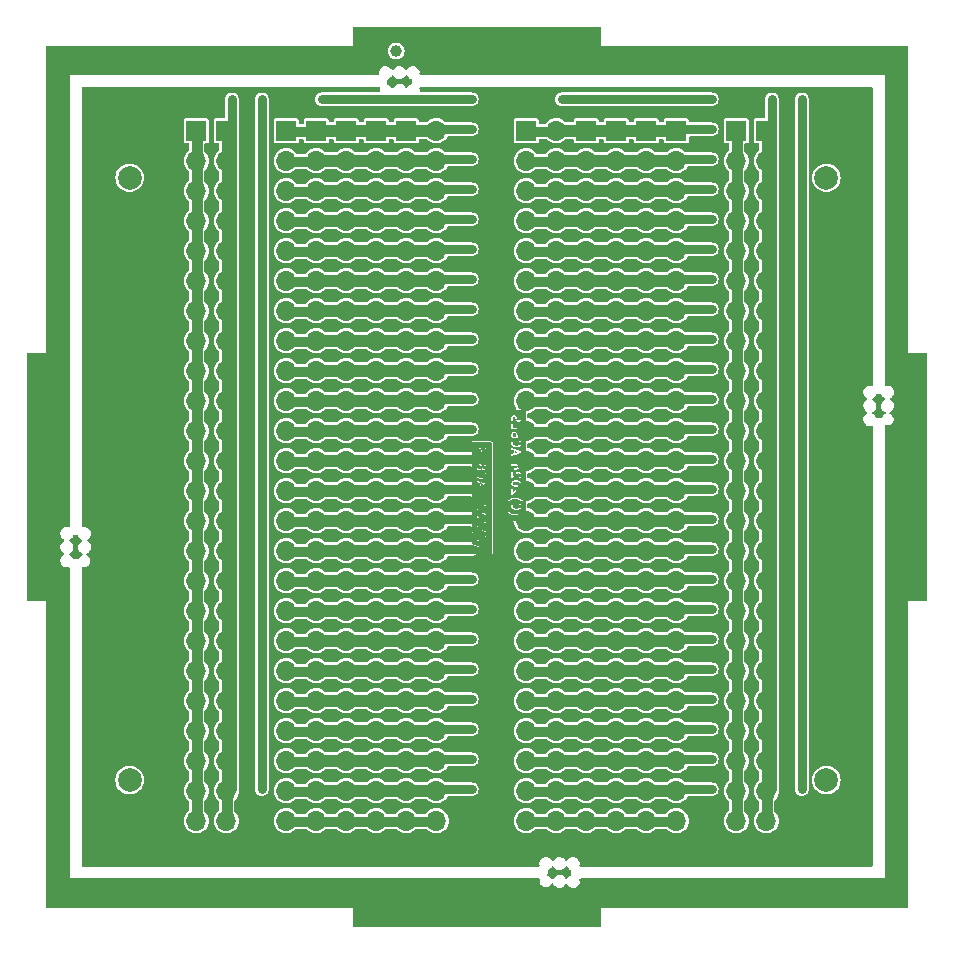
<source format=gbr>
%TF.GenerationSoftware,KiCad,Pcbnew,7.0.5-0*%
%TF.CreationDate,2024-04-21T20:25:32-04:00*%
%TF.ProjectId,swr_meter_front,7377725f-6d65-4746-9572-5f66726f6e74,rev?*%
%TF.SameCoordinates,Original*%
%TF.FileFunction,Copper,L2,Bot*%
%TF.FilePolarity,Positive*%
%FSLAX46Y46*%
G04 Gerber Fmt 4.6, Leading zero omitted, Abs format (unit mm)*
G04 Created by KiCad (PCBNEW 7.0.5-0) date 2024-04-21 20:25:32*
%MOMM*%
%LPD*%
G01*
G04 APERTURE LIST*
%ADD10C,0.120000*%
%TA.AperFunction,ComponentPad*%
%ADD11R,1.700000X1.700000*%
%TD*%
%TA.AperFunction,ComponentPad*%
%ADD12O,1.700000X1.700000*%
%TD*%
%TA.AperFunction,ComponentPad*%
%ADD13C,2.000000*%
%TD*%
%TA.AperFunction,SMDPad,CuDef*%
%ADD14C,1.000000*%
%TD*%
%TA.AperFunction,Conductor*%
%ADD15C,0.762000*%
%TD*%
G04 APERTURE END LIST*
D10*
G36*
X139906766Y-63848663D02*
G01*
X139963596Y-63877078D01*
X139985538Y-63899020D01*
X140010565Y-63949072D01*
X140010565Y-63992173D01*
X139985539Y-64042225D01*
X139963595Y-64064169D01*
X139906766Y-64092583D01*
X139777466Y-64124909D01*
X139613668Y-64124909D01*
X139484364Y-64092583D01*
X139427535Y-64064169D01*
X139405589Y-64042223D01*
X139380565Y-63992174D01*
X139380565Y-63949072D01*
X139405590Y-63899022D01*
X139427534Y-63877078D01*
X139484361Y-63848664D01*
X139613666Y-63816338D01*
X139777463Y-63816338D01*
X139906766Y-63848663D01*
G37*
G36*
X139880828Y-61292051D02*
G01*
X139594851Y-61387376D01*
X139594851Y-61196725D01*
X139880828Y-61292051D01*
G37*
G36*
X139642166Y-59734219D02*
G01*
X139664110Y-59756164D01*
X139689137Y-59806214D01*
X139689137Y-59920742D01*
X139664110Y-59970795D01*
X139642167Y-59992739D01*
X139592115Y-60017765D01*
X139477587Y-60017765D01*
X139427535Y-59992739D01*
X139405589Y-59970793D01*
X139380565Y-59920744D01*
X139380565Y-59806214D01*
X139405591Y-59756164D01*
X139427534Y-59734220D01*
X139477585Y-59709194D01*
X139592115Y-59709194D01*
X139642166Y-59734219D01*
G37*
G36*
X139963594Y-59734218D02*
G01*
X139985539Y-59756164D01*
X140010565Y-59806214D01*
X140010565Y-59920743D01*
X139985539Y-59970795D01*
X139963595Y-59992739D01*
X139913543Y-60017765D01*
X139906158Y-60017765D01*
X139856106Y-59992739D01*
X139834162Y-59970795D01*
X139809137Y-59920743D01*
X139809137Y-59806216D01*
X139834163Y-59756162D01*
X139856105Y-59734220D01*
X139906159Y-59709194D01*
X139913544Y-59709194D01*
X139963594Y-59734218D01*
G37*
G36*
X140559683Y-67158143D02*
G01*
X138935397Y-67158143D01*
X138935397Y-66394733D01*
X138972478Y-66394733D01*
X138979966Y-66429163D01*
X139020114Y-66469312D01*
X139022624Y-66475061D01*
X139032340Y-66481538D01*
X139034238Y-66483436D01*
X139039482Y-66486300D01*
X139133082Y-66548698D01*
X139135117Y-66552124D01*
X139147533Y-66558332D01*
X139151604Y-66561046D01*
X139155210Y-66562171D01*
X139210605Y-66589869D01*
X139213450Y-66593403D01*
X139226115Y-66597624D01*
X139230020Y-66599577D01*
X139234262Y-66600340D01*
X139324371Y-66630376D01*
X139327237Y-66633147D01*
X139340854Y-66635870D01*
X139345491Y-66637416D01*
X139349264Y-66637552D01*
X139511958Y-66670091D01*
X139517233Y-66673481D01*
X139528908Y-66673481D01*
X139531543Y-66674008D01*
X139537502Y-66673481D01*
X139666361Y-66673481D01*
X139672199Y-66675771D01*
X139683649Y-66673481D01*
X139686335Y-66673481D01*
X139692071Y-66671796D01*
X139854679Y-66639275D01*
X139858540Y-66640259D01*
X139871708Y-66635869D01*
X139876506Y-66634910D01*
X139879852Y-66633154D01*
X139969985Y-66603110D01*
X139974497Y-66603598D01*
X139986441Y-66597625D01*
X139990580Y-66596246D01*
X139994117Y-66593787D01*
X140049488Y-66566100D01*
X140053474Y-66566034D01*
X140065029Y-66558330D01*
X140069400Y-66556145D01*
X140072163Y-66553574D01*
X140165835Y-66491126D01*
X140171963Y-66489794D01*
X140180218Y-66481538D01*
X140182454Y-66480048D01*
X140186295Y-66475460D01*
X140226235Y-66435520D01*
X140238812Y-66412486D01*
X140236298Y-66377341D01*
X140215183Y-66349134D01*
X140182168Y-66336822D01*
X140147739Y-66344311D01*
X140103768Y-66388282D01*
X140004671Y-66454346D01*
X139940403Y-66486480D01*
X139840849Y-66519664D01*
X139671767Y-66553481D01*
X139540793Y-66553481D01*
X139371710Y-66519664D01*
X139272160Y-66486481D01*
X139207879Y-66454341D01*
X139108789Y-66388281D01*
X139071178Y-66350669D01*
X139048144Y-66338091D01*
X139012999Y-66340605D01*
X138984791Y-66361719D01*
X138972478Y-66394733D01*
X138935397Y-66394733D01*
X138935397Y-65901455D01*
X139258073Y-65901455D01*
X139263298Y-65917132D01*
X139267959Y-65933003D01*
X139268844Y-65933770D01*
X139298339Y-66022252D01*
X139301396Y-66036306D01*
X139310065Y-66044975D01*
X139317065Y-66055047D01*
X139322303Y-66057214D01*
X139379961Y-66114873D01*
X139385117Y-66123554D01*
X139399909Y-66130950D01*
X139414415Y-66138871D01*
X139415584Y-66138787D01*
X139462745Y-66162367D01*
X139467493Y-66167417D01*
X139478196Y-66170092D01*
X139480021Y-66171005D01*
X139486532Y-66172176D01*
X139617862Y-66205008D01*
X139624376Y-66209195D01*
X139634608Y-66209195D01*
X139635812Y-66209496D01*
X139643216Y-66209195D01*
X139739262Y-66209195D01*
X139746597Y-66211677D01*
X139756525Y-66209195D01*
X139757764Y-66209195D01*
X139764863Y-66207110D01*
X139896177Y-66174281D01*
X139903069Y-66175026D01*
X139912937Y-66170091D01*
X139914916Y-66169597D01*
X139920623Y-66166248D01*
X139983525Y-66134796D01*
X139993391Y-66132651D01*
X140005087Y-66120954D01*
X140017187Y-66109700D01*
X140017477Y-66108564D01*
X140074996Y-66051045D01*
X140086201Y-66042025D01*
X140090078Y-66030392D01*
X140095955Y-66019630D01*
X140095550Y-66013975D01*
X140125106Y-65925305D01*
X140130565Y-65916813D01*
X140130565Y-65900283D01*
X140131163Y-65883757D01*
X140130565Y-65882748D01*
X140130565Y-65835289D01*
X140133057Y-65825508D01*
X140127832Y-65809833D01*
X140123171Y-65793959D01*
X140122285Y-65793191D01*
X140092792Y-65704712D01*
X140089735Y-65690655D01*
X140081064Y-65681984D01*
X140074067Y-65671916D01*
X140068829Y-65669749D01*
X140035463Y-65636383D01*
X140012429Y-65623806D01*
X139977284Y-65626320D01*
X139949077Y-65647435D01*
X139936764Y-65680449D01*
X139944253Y-65714879D01*
X139982408Y-65753034D01*
X140010565Y-65837503D01*
X140010565Y-65889457D01*
X139982409Y-65973926D01*
X139927880Y-66028455D01*
X139871051Y-66056869D01*
X139741752Y-66089195D01*
X139649382Y-66089195D01*
X139520078Y-66056869D01*
X139463248Y-66028455D01*
X139408721Y-65973926D01*
X139380565Y-65889457D01*
X139380565Y-65837502D01*
X139408721Y-65753034D01*
X139440520Y-65721236D01*
X139453098Y-65698202D01*
X139450584Y-65663057D01*
X139429469Y-65634850D01*
X139396455Y-65622537D01*
X139362025Y-65630026D01*
X139316136Y-65675914D01*
X139304931Y-65684936D01*
X139301053Y-65696567D01*
X139295176Y-65707332D01*
X139295580Y-65712986D01*
X139266022Y-65801656D01*
X139260565Y-65810149D01*
X139260565Y-65826677D01*
X139259967Y-65843204D01*
X139260565Y-65844212D01*
X139260565Y-65891673D01*
X139258073Y-65901455D01*
X138935397Y-65901455D01*
X138935397Y-65421619D01*
X138973747Y-65421619D01*
X138976261Y-65456764D01*
X138997376Y-65484971D01*
X139030391Y-65497283D01*
X139064820Y-65489794D01*
X139108787Y-65445824D01*
X139207882Y-65379761D01*
X139272159Y-65347624D01*
X139371711Y-65314440D01*
X139540792Y-65280624D01*
X139671765Y-65280624D01*
X139840855Y-65314441D01*
X139940401Y-65347624D01*
X140004675Y-65379761D01*
X140103766Y-65445820D01*
X140141381Y-65483436D01*
X140164415Y-65496014D01*
X140199560Y-65493501D01*
X140227768Y-65472386D01*
X140240081Y-65439372D01*
X140232593Y-65404942D01*
X140192442Y-65364790D01*
X140189934Y-65359044D01*
X140180219Y-65352567D01*
X140178321Y-65350669D01*
X140173072Y-65347802D01*
X140079476Y-65285405D01*
X140077442Y-65281980D01*
X140065026Y-65275772D01*
X140060955Y-65273058D01*
X140057346Y-65271932D01*
X140001954Y-65244236D01*
X139999110Y-65240704D01*
X139986443Y-65236481D01*
X139982538Y-65234529D01*
X139978295Y-65233765D01*
X139888186Y-65203728D01*
X139885322Y-65200958D01*
X139871709Y-65198235D01*
X139867070Y-65196689D01*
X139863293Y-65196552D01*
X139700600Y-65164014D01*
X139695326Y-65160624D01*
X139683650Y-65160624D01*
X139681015Y-65160097D01*
X139675056Y-65160624D01*
X139546198Y-65160624D01*
X139540360Y-65158334D01*
X139528910Y-65160624D01*
X139526224Y-65160624D01*
X139520486Y-65162308D01*
X139357880Y-65194829D01*
X139354020Y-65193846D01*
X139340851Y-65198235D01*
X139336054Y-65199195D01*
X139332706Y-65200950D01*
X139242573Y-65230995D01*
X139238063Y-65230508D01*
X139226118Y-65236480D01*
X139221979Y-65237860D01*
X139218441Y-65240318D01*
X139163069Y-65268004D01*
X139159085Y-65268071D01*
X139147534Y-65275771D01*
X139143159Y-65277959D01*
X139140391Y-65280532D01*
X139046723Y-65342978D01*
X139040596Y-65344311D01*
X139032340Y-65352566D01*
X139030105Y-65354057D01*
X139026264Y-65358642D01*
X138986324Y-65398584D01*
X138973747Y-65421619D01*
X138935397Y-65421619D01*
X138935397Y-64921618D01*
X139259461Y-64921618D01*
X139260565Y-64937051D01*
X139260565Y-64943537D01*
X139261178Y-64945625D01*
X139261975Y-64956763D01*
X139266045Y-64962200D01*
X139267959Y-64968718D01*
X139276398Y-64976030D01*
X139283090Y-64984970D01*
X139289454Y-64987343D01*
X139294588Y-64991792D01*
X139305643Y-64993381D01*
X139316104Y-64997283D01*
X139322738Y-64995839D01*
X139329464Y-64996807D01*
X139339622Y-64992167D01*
X139350534Y-64989794D01*
X139355337Y-64984990D01*
X139361515Y-64982169D01*
X139367551Y-64972776D01*
X139781546Y-64558780D01*
X139866017Y-64530624D01*
X139913544Y-64530624D01*
X139963594Y-64555648D01*
X139985539Y-64577594D01*
X140010565Y-64627644D01*
X140010565Y-64777887D01*
X139985539Y-64827940D01*
X139950610Y-64862869D01*
X139938033Y-64885903D01*
X139940547Y-64921048D01*
X139961662Y-64949255D01*
X139994676Y-64961568D01*
X140029106Y-64954079D01*
X140071956Y-64911228D01*
X140080638Y-64906072D01*
X140088041Y-64891264D01*
X140095955Y-64876773D01*
X140095871Y-64875605D01*
X140122788Y-64821770D01*
X140130565Y-64809671D01*
X140130565Y-64797410D01*
X140132737Y-64785340D01*
X140130565Y-64780103D01*
X140130565Y-64616712D01*
X140132110Y-64602406D01*
X140126625Y-64591436D01*
X140123171Y-64579673D01*
X140118887Y-64575961D01*
X140091881Y-64521948D01*
X140089736Y-64512085D01*
X140078044Y-64500393D01*
X140066784Y-64488288D01*
X140065649Y-64487997D01*
X140046883Y-64469231D01*
X140041728Y-64460551D01*
X140026935Y-64453154D01*
X140012430Y-64445234D01*
X140011260Y-64445317D01*
X139957428Y-64418402D01*
X139945326Y-64410624D01*
X139933065Y-64410624D01*
X139920995Y-64408452D01*
X139915758Y-64410624D01*
X139863802Y-64410624D01*
X139854021Y-64408132D01*
X139838346Y-64413356D01*
X139822472Y-64418018D01*
X139821704Y-64418903D01*
X139733225Y-64448396D01*
X139719168Y-64451454D01*
X139710497Y-64460124D01*
X139700429Y-64467122D01*
X139698262Y-64472359D01*
X139380565Y-64790057D01*
X139380565Y-64461997D01*
X139373171Y-64436816D01*
X139346542Y-64413742D01*
X139311666Y-64408727D01*
X139279615Y-64423365D01*
X139260565Y-64453006D01*
X139260565Y-64919596D01*
X139259461Y-64921618D01*
X138935397Y-64921618D01*
X138935397Y-63941621D01*
X139258393Y-63941621D01*
X139260565Y-63946857D01*
X139260565Y-64003106D01*
X139259020Y-64017413D01*
X139264504Y-64028382D01*
X139267959Y-64040146D01*
X139272242Y-64043858D01*
X139299250Y-64097870D01*
X139301396Y-64107736D01*
X139313089Y-64119429D01*
X139324347Y-64131532D01*
X139325482Y-64131822D01*
X139344246Y-64150586D01*
X139349403Y-64159268D01*
X139364210Y-64166671D01*
X139378702Y-64174585D01*
X139379869Y-64174501D01*
X139427030Y-64198081D01*
X139431778Y-64203131D01*
X139442479Y-64205806D01*
X139444305Y-64206719D01*
X139450819Y-64207891D01*
X139582148Y-64240722D01*
X139588662Y-64244909D01*
X139598894Y-64244909D01*
X139600098Y-64245210D01*
X139607502Y-64244909D01*
X139774976Y-64244909D01*
X139782311Y-64247391D01*
X139792239Y-64244909D01*
X139793478Y-64244909D01*
X139800577Y-64242824D01*
X139931890Y-64209995D01*
X139938782Y-64210740D01*
X139948650Y-64205805D01*
X139950630Y-64205311D01*
X139956338Y-64201961D01*
X140019243Y-64170510D01*
X140029106Y-64168365D01*
X140040790Y-64156680D01*
X140052902Y-64145414D01*
X140053192Y-64144278D01*
X140071956Y-64125514D01*
X140080638Y-64120358D01*
X140088040Y-64105553D01*
X140095955Y-64091059D01*
X140095871Y-64089890D01*
X140122786Y-64036058D01*
X140130565Y-64023956D01*
X140130565Y-64011694D01*
X140132737Y-63999625D01*
X140130565Y-63994388D01*
X140130565Y-63938140D01*
X140132110Y-63923834D01*
X140126625Y-63912864D01*
X140123171Y-63901101D01*
X140118887Y-63897389D01*
X140091880Y-63843374D01*
X140089735Y-63833512D01*
X140078047Y-63821824D01*
X140066784Y-63809716D01*
X140065648Y-63809425D01*
X140046882Y-63790659D01*
X140041728Y-63781980D01*
X140026932Y-63774582D01*
X140012429Y-63766663D01*
X140011261Y-63766746D01*
X139964099Y-63743165D01*
X139959352Y-63738116D01*
X139948650Y-63735440D01*
X139946825Y-63734528D01*
X139940310Y-63733355D01*
X139808982Y-63700524D01*
X139802469Y-63696338D01*
X139792238Y-63696338D01*
X139791034Y-63696037D01*
X139783630Y-63696338D01*
X139616156Y-63696338D01*
X139608820Y-63693856D01*
X139598892Y-63696338D01*
X139597653Y-63696338D01*
X139590553Y-63698422D01*
X139459237Y-63731251D01*
X139452346Y-63730508D01*
X139442479Y-63735441D01*
X139440501Y-63735936D01*
X139434793Y-63739284D01*
X139371888Y-63770737D01*
X139362025Y-63772883D01*
X139350331Y-63784576D01*
X139338229Y-63795835D01*
X139337939Y-63796968D01*
X139319171Y-63815736D01*
X139310494Y-63820890D01*
X139303104Y-63835669D01*
X139295176Y-63850189D01*
X139295259Y-63851357D01*
X139268342Y-63905189D01*
X139260565Y-63917291D01*
X139260565Y-63929551D01*
X139258393Y-63941621D01*
X138935397Y-63941621D01*
X138935397Y-63493046D01*
X139259461Y-63493046D01*
X139260565Y-63508479D01*
X139260565Y-63514965D01*
X139261178Y-63517053D01*
X139261975Y-63528191D01*
X139266045Y-63533628D01*
X139267959Y-63540146D01*
X139276398Y-63547458D01*
X139283090Y-63556398D01*
X139289454Y-63558771D01*
X139294588Y-63563220D01*
X139305643Y-63564809D01*
X139316104Y-63568711D01*
X139322738Y-63567267D01*
X139329464Y-63568235D01*
X139339622Y-63563595D01*
X139350534Y-63561222D01*
X139355337Y-63556418D01*
X139361515Y-63553597D01*
X139367551Y-63544204D01*
X139781546Y-63130208D01*
X139866017Y-63102052D01*
X139913544Y-63102052D01*
X139963594Y-63127076D01*
X139985539Y-63149022D01*
X140010565Y-63199072D01*
X140010565Y-63349315D01*
X139985539Y-63399368D01*
X139950610Y-63434297D01*
X139938033Y-63457331D01*
X139940547Y-63492476D01*
X139961662Y-63520683D01*
X139994676Y-63532996D01*
X140029106Y-63525507D01*
X140071956Y-63482656D01*
X140080638Y-63477500D01*
X140088041Y-63462692D01*
X140095955Y-63448201D01*
X140095871Y-63447033D01*
X140122788Y-63393198D01*
X140130565Y-63381099D01*
X140130565Y-63368838D01*
X140132737Y-63356768D01*
X140130565Y-63351531D01*
X140130565Y-63188140D01*
X140132110Y-63173834D01*
X140126625Y-63162864D01*
X140123171Y-63151101D01*
X140118887Y-63147389D01*
X140091881Y-63093376D01*
X140089736Y-63083513D01*
X140078044Y-63071821D01*
X140066784Y-63059716D01*
X140065649Y-63059425D01*
X140046883Y-63040659D01*
X140041728Y-63031979D01*
X140026935Y-63024582D01*
X140012430Y-63016662D01*
X140011260Y-63016745D01*
X139957428Y-62989830D01*
X139945326Y-62982052D01*
X139933065Y-62982052D01*
X139920995Y-62979880D01*
X139915758Y-62982052D01*
X139863802Y-62982052D01*
X139854021Y-62979560D01*
X139838346Y-62984784D01*
X139822472Y-62989446D01*
X139821704Y-62990331D01*
X139733225Y-63019824D01*
X139719168Y-63022882D01*
X139710497Y-63031552D01*
X139700429Y-63038550D01*
X139698262Y-63043787D01*
X139380565Y-63361485D01*
X139380565Y-63033425D01*
X139373171Y-63008244D01*
X139346542Y-62985170D01*
X139311666Y-62980155D01*
X139279615Y-62994793D01*
X139260565Y-63024434D01*
X139260565Y-63491024D01*
X139259461Y-63493046D01*
X138935397Y-63493046D01*
X138935397Y-62408094D01*
X139258668Y-62408094D01*
X139273306Y-62440145D01*
X139302947Y-62459195D01*
X139510565Y-62459195D01*
X139510565Y-62744416D01*
X139508387Y-62749681D01*
X139510565Y-62761723D01*
X139510565Y-62764964D01*
X139512091Y-62770162D01*
X139514658Y-62784353D01*
X139516994Y-62786860D01*
X139517959Y-62790145D01*
X139528854Y-62799585D01*
X139538681Y-62810130D01*
X139541998Y-62810975D01*
X139544588Y-62813219D01*
X139558861Y-62815271D01*
X139572825Y-62818829D01*
X139576072Y-62817746D01*
X139579464Y-62818234D01*
X139592578Y-62812244D01*
X140133438Y-62631959D01*
X140154989Y-62616981D01*
X140168458Y-62584422D01*
X140162187Y-62549750D01*
X140138164Y-62523973D01*
X140104020Y-62515274D01*
X139630565Y-62673091D01*
X139630565Y-62459195D01*
X139829192Y-62459195D01*
X139854373Y-62451801D01*
X139877447Y-62425172D01*
X139882462Y-62390296D01*
X139867824Y-62358245D01*
X139838183Y-62339195D01*
X139630565Y-62339195D01*
X139630565Y-62283425D01*
X139623171Y-62258244D01*
X139596542Y-62235170D01*
X139561666Y-62230155D01*
X139529615Y-62244793D01*
X139510565Y-62274434D01*
X139510565Y-62339195D01*
X139311938Y-62339195D01*
X139286757Y-62346589D01*
X139263683Y-62373218D01*
X139258668Y-62408094D01*
X138935397Y-62408094D01*
X138935397Y-61535395D01*
X139258387Y-61535395D01*
X139264658Y-61570067D01*
X139288681Y-61595844D01*
X139322825Y-61604543D01*
X139540359Y-61532031D01*
X139543750Y-61532519D01*
X139556860Y-61526531D01*
X140079243Y-61352403D01*
X140086002Y-61352648D01*
X140095628Y-61346942D01*
X140097723Y-61346244D01*
X140103035Y-61342551D01*
X140116313Y-61334682D01*
X140117357Y-61332598D01*
X140119273Y-61331267D01*
X140125177Y-61316993D01*
X140132099Y-61303182D01*
X140131850Y-61300861D01*
X140132742Y-61298707D01*
X140129992Y-61283502D01*
X140128348Y-61268147D01*
X140126886Y-61266331D01*
X140126471Y-61264035D01*
X140115939Y-61252734D01*
X140106252Y-61240701D01*
X140104037Y-61239962D01*
X140102449Y-61238258D01*
X140087487Y-61234446D01*
X139565132Y-61060328D01*
X139560828Y-61056598D01*
X139548718Y-61054856D01*
X139331354Y-60982402D01*
X139305127Y-60981454D01*
X139274817Y-60999419D01*
X139259030Y-61030920D01*
X139262782Y-61065955D01*
X139284877Y-61093401D01*
X139474851Y-61156725D01*
X139474851Y-61427376D01*
X139293407Y-61487858D01*
X139271856Y-61502836D01*
X139258387Y-61535395D01*
X138935397Y-61535395D01*
X138935397Y-60580025D01*
X139258073Y-60580025D01*
X139263298Y-60595702D01*
X139267959Y-60611573D01*
X139268844Y-60612340D01*
X139298339Y-60700822D01*
X139301396Y-60714876D01*
X139310065Y-60723545D01*
X139317065Y-60733617D01*
X139322303Y-60735784D01*
X139379961Y-60793443D01*
X139385117Y-60802124D01*
X139399909Y-60809520D01*
X139414415Y-60817441D01*
X139415584Y-60817357D01*
X139462745Y-60840937D01*
X139467493Y-60845987D01*
X139478196Y-60848662D01*
X139480021Y-60849575D01*
X139486532Y-60850746D01*
X139617862Y-60883578D01*
X139624376Y-60887765D01*
X139634608Y-60887765D01*
X139635812Y-60888066D01*
X139643216Y-60887765D01*
X139739262Y-60887765D01*
X139746597Y-60890247D01*
X139756525Y-60887765D01*
X139757764Y-60887765D01*
X139764863Y-60885680D01*
X139896177Y-60852851D01*
X139903069Y-60853596D01*
X139912937Y-60848661D01*
X139914916Y-60848167D01*
X139920623Y-60844818D01*
X139983525Y-60813366D01*
X139993391Y-60811221D01*
X140005087Y-60799524D01*
X140017187Y-60788270D01*
X140017477Y-60787134D01*
X140074996Y-60729615D01*
X140086201Y-60720595D01*
X140090078Y-60708962D01*
X140095955Y-60698200D01*
X140095550Y-60692545D01*
X140125106Y-60603875D01*
X140130565Y-60595383D01*
X140130565Y-60578853D01*
X140131163Y-60562327D01*
X140130565Y-60561318D01*
X140130565Y-60513859D01*
X140133057Y-60504078D01*
X140127832Y-60488403D01*
X140123171Y-60472529D01*
X140122285Y-60471761D01*
X140092792Y-60383282D01*
X140089735Y-60369225D01*
X140081064Y-60360554D01*
X140074067Y-60350486D01*
X140068829Y-60348319D01*
X140035463Y-60314953D01*
X140012429Y-60302376D01*
X139977284Y-60304890D01*
X139949077Y-60326005D01*
X139936764Y-60359019D01*
X139944253Y-60393449D01*
X139982408Y-60431604D01*
X140010565Y-60516073D01*
X140010565Y-60568027D01*
X139982409Y-60652496D01*
X139927880Y-60707025D01*
X139871051Y-60735439D01*
X139741752Y-60767765D01*
X139649382Y-60767765D01*
X139520078Y-60735439D01*
X139463248Y-60707025D01*
X139408721Y-60652496D01*
X139380565Y-60568027D01*
X139380565Y-60516072D01*
X139408721Y-60431604D01*
X139440520Y-60399806D01*
X139453098Y-60376772D01*
X139450584Y-60341627D01*
X139429469Y-60313420D01*
X139396455Y-60301107D01*
X139362025Y-60308596D01*
X139316136Y-60354484D01*
X139304931Y-60363506D01*
X139301053Y-60375137D01*
X139295176Y-60385902D01*
X139295580Y-60391556D01*
X139266022Y-60480226D01*
X139260565Y-60488719D01*
X139260565Y-60505247D01*
X139259967Y-60521774D01*
X139260565Y-60522782D01*
X139260565Y-60570243D01*
X139258073Y-60580025D01*
X138935397Y-60580025D01*
X138935397Y-59798763D01*
X139258393Y-59798763D01*
X139260565Y-59803999D01*
X139260565Y-59931676D01*
X139259020Y-59945983D01*
X139264504Y-59956952D01*
X139267959Y-59968716D01*
X139272242Y-59972428D01*
X139299250Y-60026440D01*
X139301396Y-60036306D01*
X139313089Y-60047999D01*
X139324347Y-60060102D01*
X139325482Y-60060392D01*
X139344246Y-60079156D01*
X139349403Y-60087838D01*
X139364210Y-60095241D01*
X139378702Y-60103155D01*
X139379869Y-60103071D01*
X139433704Y-60129988D01*
X139445804Y-60137765D01*
X139458065Y-60137765D01*
X139470135Y-60139937D01*
X139475372Y-60137765D01*
X139603048Y-60137765D01*
X139617355Y-60139310D01*
X139628324Y-60133825D01*
X139640088Y-60130371D01*
X139643799Y-60126087D01*
X139697811Y-60099080D01*
X139707677Y-60096935D01*
X139719370Y-60085241D01*
X139731473Y-60073984D01*
X139731763Y-60072848D01*
X139748865Y-60055745D01*
X139752918Y-60060102D01*
X139754053Y-60060392D01*
X139772817Y-60079156D01*
X139777974Y-60087838D01*
X139792778Y-60095240D01*
X139807273Y-60103155D01*
X139808441Y-60103071D01*
X139862273Y-60129986D01*
X139874376Y-60137765D01*
X139886637Y-60137765D01*
X139898707Y-60139937D01*
X139903944Y-60137765D01*
X139924475Y-60137765D01*
X139938782Y-60139310D01*
X139949751Y-60133825D01*
X139961516Y-60130371D01*
X139965227Y-60126087D01*
X140019243Y-60099080D01*
X140029106Y-60096935D01*
X140040790Y-60085250D01*
X140052902Y-60073984D01*
X140053192Y-60072848D01*
X140071956Y-60054084D01*
X140080638Y-60048928D01*
X140088040Y-60034123D01*
X140095955Y-60019629D01*
X140095871Y-60018460D01*
X140122786Y-59964628D01*
X140130565Y-59952526D01*
X140130565Y-59940264D01*
X140132737Y-59928195D01*
X140130565Y-59922958D01*
X140130565Y-59795282D01*
X140132110Y-59780976D01*
X140126625Y-59770006D01*
X140123171Y-59758243D01*
X140118887Y-59754531D01*
X140091881Y-59700518D01*
X140089736Y-59690655D01*
X140078044Y-59678963D01*
X140066784Y-59666858D01*
X140065649Y-59666567D01*
X140046883Y-59647801D01*
X140041728Y-59639121D01*
X140026935Y-59631724D01*
X140012430Y-59623804D01*
X140011260Y-59623887D01*
X139957428Y-59596972D01*
X139945326Y-59589194D01*
X139933065Y-59589194D01*
X139920995Y-59587022D01*
X139915758Y-59589194D01*
X139895227Y-59589194D01*
X139880920Y-59587649D01*
X139869950Y-59593133D01*
X139858186Y-59596588D01*
X139854474Y-59600871D01*
X139800459Y-59627878D01*
X139790596Y-59630024D01*
X139778911Y-59641708D01*
X139766800Y-59652975D01*
X139766509Y-59654110D01*
X139749406Y-59671214D01*
X139745354Y-59666858D01*
X139744220Y-59666568D01*
X139725454Y-59647801D01*
X139720299Y-59639121D01*
X139705503Y-59631723D01*
X139691001Y-59623804D01*
X139689832Y-59623887D01*
X139635997Y-59596970D01*
X139623898Y-59589194D01*
X139611637Y-59589194D01*
X139599567Y-59587022D01*
X139594330Y-59589194D01*
X139466654Y-59589194D01*
X139452347Y-59587649D01*
X139441377Y-59593133D01*
X139429614Y-59596588D01*
X139425902Y-59600871D01*
X139371887Y-59627878D01*
X139362025Y-59630024D01*
X139350340Y-59641708D01*
X139338229Y-59652975D01*
X139337938Y-59654110D01*
X139319171Y-59672878D01*
X139310494Y-59678032D01*
X139303101Y-59692815D01*
X139295176Y-59707332D01*
X139295259Y-59708499D01*
X139268342Y-59762331D01*
X139260565Y-59774433D01*
X139260565Y-59786693D01*
X139258393Y-59798763D01*
X138935397Y-59798763D01*
X138935397Y-59336664D01*
X139258668Y-59336664D01*
X139264204Y-59348786D01*
X139267959Y-59361573D01*
X139271409Y-59364563D01*
X139273306Y-59368715D01*
X139284515Y-59375919D01*
X139294588Y-59384647D01*
X139299106Y-59385296D01*
X139302947Y-59387765D01*
X139316272Y-59387765D01*
X139329464Y-59389662D01*
X139333618Y-59387765D01*
X139709129Y-59387765D01*
X139722321Y-59389662D01*
X139726475Y-59387765D01*
X140066272Y-59387765D01*
X140079464Y-59389662D01*
X140091586Y-59384125D01*
X140104373Y-59380371D01*
X140107363Y-59376920D01*
X140111515Y-59375024D01*
X140118719Y-59363814D01*
X140127447Y-59353742D01*
X140128096Y-59349223D01*
X140130565Y-59345383D01*
X140130565Y-59332058D01*
X140132462Y-59318866D01*
X140130565Y-59314712D01*
X140130565Y-58961995D01*
X140123171Y-58936814D01*
X140096542Y-58913740D01*
X140061666Y-58908725D01*
X140029615Y-58923363D01*
X140010565Y-58953004D01*
X140010565Y-59267765D01*
X139773422Y-59267765D01*
X139773422Y-59069138D01*
X139766028Y-59043957D01*
X139739399Y-59020883D01*
X139704523Y-59015868D01*
X139672472Y-59030506D01*
X139653422Y-59060147D01*
X139653422Y-59267765D01*
X139380565Y-59267765D01*
X139380565Y-58961995D01*
X139373171Y-58936814D01*
X139346542Y-58913740D01*
X139311666Y-58908725D01*
X139279615Y-58923363D01*
X139260565Y-58953004D01*
X139260565Y-59323471D01*
X139258668Y-59336664D01*
X138935397Y-59336664D01*
X138935397Y-58580026D01*
X139258073Y-58580026D01*
X139263298Y-58595703D01*
X139267959Y-58611574D01*
X139268844Y-58612341D01*
X139302087Y-58712067D01*
X139317065Y-58733617D01*
X139349624Y-58747086D01*
X139384296Y-58740814D01*
X139410073Y-58716792D01*
X139418772Y-58682648D01*
X139380565Y-58568028D01*
X139380565Y-58413357D01*
X139405591Y-58363307D01*
X139427534Y-58341363D01*
X139477585Y-58316337D01*
X139520687Y-58316337D01*
X139570737Y-58341361D01*
X139592682Y-58363307D01*
X139621095Y-58420132D01*
X139652621Y-58546234D01*
X139651877Y-58553126D01*
X139656811Y-58562994D01*
X139657306Y-58564973D01*
X139660654Y-58570681D01*
X139692107Y-58633583D01*
X139694253Y-58643449D01*
X139705946Y-58655142D01*
X139717204Y-58667245D01*
X139718339Y-58667535D01*
X139737103Y-58686299D01*
X139742260Y-58694981D01*
X139757064Y-58702383D01*
X139771559Y-58710298D01*
X139772727Y-58710214D01*
X139826559Y-58737129D01*
X139838662Y-58744908D01*
X139850923Y-58744908D01*
X139862993Y-58747080D01*
X139868230Y-58744908D01*
X139924475Y-58744908D01*
X139938782Y-58746453D01*
X139949751Y-58740968D01*
X139961516Y-58737514D01*
X139965227Y-58733230D01*
X140019243Y-58706223D01*
X140029106Y-58704078D01*
X140040790Y-58692393D01*
X140052902Y-58681127D01*
X140053192Y-58679991D01*
X140071956Y-58661227D01*
X140080638Y-58656071D01*
X140088040Y-58641266D01*
X140095955Y-58626772D01*
X140095871Y-58625603D01*
X140122786Y-58571771D01*
X140130565Y-58559669D01*
X140130565Y-58547407D01*
X140132737Y-58535338D01*
X140130565Y-58530101D01*
X140130565Y-58371002D01*
X140133057Y-58361221D01*
X140127832Y-58345546D01*
X140123171Y-58329672D01*
X140122285Y-58328904D01*
X140089044Y-58229179D01*
X140074067Y-58207629D01*
X140041507Y-58194159D01*
X140006835Y-58200430D01*
X139981058Y-58224453D01*
X139972359Y-58258597D01*
X140010565Y-58373216D01*
X140010565Y-58527886D01*
X139985539Y-58577938D01*
X139963595Y-58599882D01*
X139913543Y-58624908D01*
X139870444Y-58624908D01*
X139820392Y-58599882D01*
X139798446Y-58577936D01*
X139770034Y-58521112D01*
X139738508Y-58395011D01*
X139739253Y-58388119D01*
X139734318Y-58378249D01*
X139733824Y-58376273D01*
X139730480Y-58370573D01*
X139699024Y-58307661D01*
X139696879Y-58297798D01*
X139685187Y-58286106D01*
X139673927Y-58274001D01*
X139672792Y-58273710D01*
X139654026Y-58254944D01*
X139648871Y-58246264D01*
X139634078Y-58238867D01*
X139619573Y-58230947D01*
X139618403Y-58231030D01*
X139564571Y-58204115D01*
X139552469Y-58196337D01*
X139540208Y-58196337D01*
X139528138Y-58194165D01*
X139522901Y-58196337D01*
X139466654Y-58196337D01*
X139452347Y-58194792D01*
X139441377Y-58200276D01*
X139429614Y-58203731D01*
X139425902Y-58208014D01*
X139371887Y-58235021D01*
X139362025Y-58237167D01*
X139350340Y-58248851D01*
X139338229Y-58260118D01*
X139337938Y-58261253D01*
X139319171Y-58280021D01*
X139310494Y-58285175D01*
X139303101Y-58299958D01*
X139295176Y-58314475D01*
X139295259Y-58315642D01*
X139268342Y-58369474D01*
X139260565Y-58381576D01*
X139260565Y-58393836D01*
X139258393Y-58405906D01*
X139260565Y-58411142D01*
X139260565Y-58570244D01*
X139258073Y-58580026D01*
X138935397Y-58580026D01*
X138935397Y-57755284D01*
X140559683Y-57755284D01*
X140559683Y-67158143D01*
G37*
G36*
X136906766Y-66517063D02*
G01*
X136963596Y-66545478D01*
X136985538Y-66567420D01*
X137010565Y-66617472D01*
X137010565Y-66660573D01*
X136985539Y-66710625D01*
X136963595Y-66732569D01*
X136906766Y-66760983D01*
X136777466Y-66793309D01*
X136613668Y-66793309D01*
X136484364Y-66760983D01*
X136427535Y-66732569D01*
X136405589Y-66710623D01*
X136380565Y-66660574D01*
X136380565Y-66617472D01*
X136405590Y-66567422D01*
X136427534Y-66545478D01*
X136484361Y-66517064D01*
X136613666Y-66484738D01*
X136777463Y-66484738D01*
X136906766Y-66517063D01*
G37*
G36*
X136880828Y-63960451D02*
G01*
X136594851Y-64055776D01*
X136594851Y-63865125D01*
X136880828Y-63960451D01*
G37*
G36*
X136642166Y-62402619D02*
G01*
X136664110Y-62424564D01*
X136689137Y-62474614D01*
X136689137Y-62589142D01*
X136664110Y-62639195D01*
X136642167Y-62661139D01*
X136592115Y-62686165D01*
X136477587Y-62686165D01*
X136427535Y-62661139D01*
X136405589Y-62639193D01*
X136380565Y-62589144D01*
X136380565Y-62474614D01*
X136405591Y-62424564D01*
X136427534Y-62402620D01*
X136477585Y-62377594D01*
X136592115Y-62377594D01*
X136642166Y-62402619D01*
G37*
G36*
X136963594Y-62402618D02*
G01*
X136985539Y-62424564D01*
X137010565Y-62474614D01*
X137010565Y-62589143D01*
X136985539Y-62639195D01*
X136963595Y-62661139D01*
X136913543Y-62686165D01*
X136906158Y-62686165D01*
X136856106Y-62661139D01*
X136834162Y-62639195D01*
X136809137Y-62589143D01*
X136809137Y-62474615D01*
X136834163Y-62424562D01*
X136856105Y-62402620D01*
X136906159Y-62377594D01*
X136913544Y-62377594D01*
X136963594Y-62402618D01*
G37*
G36*
X137559683Y-69826543D02*
G01*
X135935397Y-69826543D01*
X135935397Y-69063133D01*
X135972478Y-69063133D01*
X135979966Y-69097563D01*
X136020114Y-69137712D01*
X136022624Y-69143461D01*
X136032340Y-69149938D01*
X136034238Y-69151836D01*
X136039482Y-69154700D01*
X136133082Y-69217098D01*
X136135117Y-69220524D01*
X136147533Y-69226732D01*
X136151604Y-69229446D01*
X136155210Y-69230571D01*
X136210605Y-69258269D01*
X136213450Y-69261803D01*
X136226115Y-69266024D01*
X136230020Y-69267977D01*
X136234262Y-69268740D01*
X136324371Y-69298776D01*
X136327237Y-69301547D01*
X136340854Y-69304270D01*
X136345491Y-69305816D01*
X136349264Y-69305952D01*
X136511958Y-69338491D01*
X136517233Y-69341881D01*
X136528908Y-69341881D01*
X136531543Y-69342408D01*
X136537502Y-69341881D01*
X136666361Y-69341881D01*
X136672199Y-69344171D01*
X136683649Y-69341881D01*
X136686335Y-69341881D01*
X136692071Y-69340196D01*
X136854679Y-69307675D01*
X136858540Y-69308659D01*
X136871708Y-69304269D01*
X136876506Y-69303310D01*
X136879852Y-69301554D01*
X136969985Y-69271510D01*
X136974497Y-69271998D01*
X136986441Y-69266025D01*
X136990580Y-69264646D01*
X136994117Y-69262187D01*
X137049488Y-69234500D01*
X137053474Y-69234434D01*
X137065029Y-69226730D01*
X137069400Y-69224545D01*
X137072163Y-69221974D01*
X137165835Y-69159526D01*
X137171963Y-69158194D01*
X137180218Y-69149938D01*
X137182454Y-69148448D01*
X137186295Y-69143860D01*
X137226235Y-69103920D01*
X137238812Y-69080886D01*
X137236298Y-69045741D01*
X137215183Y-69017534D01*
X137182168Y-69005222D01*
X137147739Y-69012711D01*
X137103768Y-69056682D01*
X137004671Y-69122746D01*
X136940403Y-69154880D01*
X136840849Y-69188064D01*
X136671767Y-69221881D01*
X136540793Y-69221881D01*
X136371710Y-69188064D01*
X136272160Y-69154881D01*
X136207879Y-69122741D01*
X136108789Y-69056681D01*
X136071178Y-69019069D01*
X136048144Y-69006491D01*
X136012999Y-69009005D01*
X135984791Y-69030119D01*
X135972478Y-69063133D01*
X135935397Y-69063133D01*
X135935397Y-68569855D01*
X136258073Y-68569855D01*
X136263298Y-68585532D01*
X136267959Y-68601403D01*
X136268844Y-68602170D01*
X136298339Y-68690652D01*
X136301396Y-68704706D01*
X136310065Y-68713375D01*
X136317065Y-68723447D01*
X136322303Y-68725614D01*
X136379961Y-68783273D01*
X136385117Y-68791954D01*
X136399909Y-68799350D01*
X136414415Y-68807271D01*
X136415584Y-68807187D01*
X136462745Y-68830767D01*
X136467493Y-68835817D01*
X136478196Y-68838492D01*
X136480021Y-68839405D01*
X136486532Y-68840576D01*
X136617862Y-68873408D01*
X136624376Y-68877595D01*
X136634608Y-68877595D01*
X136635812Y-68877896D01*
X136643216Y-68877595D01*
X136739262Y-68877595D01*
X136746597Y-68880077D01*
X136756525Y-68877595D01*
X136757764Y-68877595D01*
X136764863Y-68875510D01*
X136896177Y-68842681D01*
X136903069Y-68843426D01*
X136912937Y-68838491D01*
X136914916Y-68837997D01*
X136920623Y-68834648D01*
X136983525Y-68803196D01*
X136993391Y-68801051D01*
X137005087Y-68789354D01*
X137017187Y-68778100D01*
X137017477Y-68776964D01*
X137074996Y-68719445D01*
X137086201Y-68710425D01*
X137090078Y-68698792D01*
X137095955Y-68688030D01*
X137095550Y-68682375D01*
X137125106Y-68593705D01*
X137130565Y-68585213D01*
X137130565Y-68568683D01*
X137131163Y-68552157D01*
X137130565Y-68551148D01*
X137130565Y-68503689D01*
X137133057Y-68493908D01*
X137127832Y-68478233D01*
X137123171Y-68462359D01*
X137122285Y-68461591D01*
X137092792Y-68373112D01*
X137089735Y-68359055D01*
X137081064Y-68350384D01*
X137074067Y-68340316D01*
X137068829Y-68338149D01*
X137035463Y-68304783D01*
X137012429Y-68292206D01*
X136977284Y-68294720D01*
X136949077Y-68315835D01*
X136936764Y-68348849D01*
X136944253Y-68383279D01*
X136982408Y-68421434D01*
X137010565Y-68505903D01*
X137010565Y-68557857D01*
X136982409Y-68642326D01*
X136927880Y-68696855D01*
X136871051Y-68725269D01*
X136741752Y-68757595D01*
X136649382Y-68757595D01*
X136520078Y-68725269D01*
X136463248Y-68696855D01*
X136408721Y-68642326D01*
X136380565Y-68557857D01*
X136380565Y-68505902D01*
X136408721Y-68421434D01*
X136440520Y-68389636D01*
X136453098Y-68366602D01*
X136450584Y-68331457D01*
X136429469Y-68303250D01*
X136396455Y-68290937D01*
X136362025Y-68298426D01*
X136316136Y-68344314D01*
X136304931Y-68353336D01*
X136301053Y-68364967D01*
X136295176Y-68375732D01*
X136295580Y-68381386D01*
X136266022Y-68470056D01*
X136260565Y-68478549D01*
X136260565Y-68495077D01*
X136259967Y-68511604D01*
X136260565Y-68512612D01*
X136260565Y-68560073D01*
X136258073Y-68569855D01*
X135935397Y-68569855D01*
X135935397Y-68090019D01*
X135973747Y-68090019D01*
X135976261Y-68125164D01*
X135997376Y-68153371D01*
X136030391Y-68165683D01*
X136064820Y-68158194D01*
X136108787Y-68114224D01*
X136207882Y-68048161D01*
X136272159Y-68016024D01*
X136371711Y-67982840D01*
X136540792Y-67949024D01*
X136671765Y-67949024D01*
X136840855Y-67982841D01*
X136940401Y-68016024D01*
X137004675Y-68048161D01*
X137103766Y-68114220D01*
X137141381Y-68151836D01*
X137164415Y-68164414D01*
X137199560Y-68161901D01*
X137227768Y-68140786D01*
X137240081Y-68107772D01*
X137232593Y-68073342D01*
X137192442Y-68033190D01*
X137189934Y-68027444D01*
X137180219Y-68020967D01*
X137178321Y-68019069D01*
X137173072Y-68016202D01*
X137079476Y-67953805D01*
X137077442Y-67950380D01*
X137065026Y-67944172D01*
X137060955Y-67941458D01*
X137057346Y-67940332D01*
X137001954Y-67912636D01*
X136999110Y-67909104D01*
X136986443Y-67904881D01*
X136982538Y-67902929D01*
X136978295Y-67902165D01*
X136888186Y-67872128D01*
X136885322Y-67869358D01*
X136871709Y-67866635D01*
X136867070Y-67865089D01*
X136863293Y-67864952D01*
X136700600Y-67832414D01*
X136695326Y-67829024D01*
X136683650Y-67829024D01*
X136681015Y-67828497D01*
X136675056Y-67829024D01*
X136546198Y-67829024D01*
X136540360Y-67826734D01*
X136528910Y-67829024D01*
X136526224Y-67829024D01*
X136520486Y-67830708D01*
X136357880Y-67863229D01*
X136354020Y-67862246D01*
X136340851Y-67866635D01*
X136336054Y-67867595D01*
X136332706Y-67869350D01*
X136242573Y-67899395D01*
X136238063Y-67898908D01*
X136226118Y-67904880D01*
X136221979Y-67906260D01*
X136218441Y-67908718D01*
X136163069Y-67936404D01*
X136159085Y-67936471D01*
X136147534Y-67944171D01*
X136143159Y-67946359D01*
X136140391Y-67948932D01*
X136046723Y-68011378D01*
X136040596Y-68012711D01*
X136032340Y-68020966D01*
X136030105Y-68022457D01*
X136026264Y-68027042D01*
X135986324Y-68066984D01*
X135973747Y-68090019D01*
X135935397Y-68090019D01*
X135935397Y-67590018D01*
X136259461Y-67590018D01*
X136260565Y-67605451D01*
X136260565Y-67611937D01*
X136261178Y-67614025D01*
X136261975Y-67625163D01*
X136266045Y-67630600D01*
X136267959Y-67637118D01*
X136276398Y-67644430D01*
X136283090Y-67653370D01*
X136289454Y-67655743D01*
X136294588Y-67660192D01*
X136305643Y-67661781D01*
X136316104Y-67665683D01*
X136322738Y-67664239D01*
X136329464Y-67665207D01*
X136339622Y-67660567D01*
X136350534Y-67658194D01*
X136355337Y-67653390D01*
X136361515Y-67650569D01*
X136367551Y-67641176D01*
X136781546Y-67227180D01*
X136866017Y-67199024D01*
X136913544Y-67199024D01*
X136963594Y-67224048D01*
X136985539Y-67245994D01*
X137010565Y-67296044D01*
X137010565Y-67446287D01*
X136985539Y-67496340D01*
X136950610Y-67531269D01*
X136938033Y-67554303D01*
X136940547Y-67589448D01*
X136961662Y-67617655D01*
X136994676Y-67629968D01*
X137029106Y-67622479D01*
X137071956Y-67579628D01*
X137080638Y-67574472D01*
X137088041Y-67559664D01*
X137095955Y-67545173D01*
X137095871Y-67544005D01*
X137122788Y-67490170D01*
X137130565Y-67478071D01*
X137130565Y-67465810D01*
X137132737Y-67453740D01*
X137130565Y-67448503D01*
X137130565Y-67285112D01*
X137132110Y-67270806D01*
X137126625Y-67259836D01*
X137123171Y-67248073D01*
X137118887Y-67244361D01*
X137091881Y-67190348D01*
X137089736Y-67180485D01*
X137078044Y-67168793D01*
X137066784Y-67156688D01*
X137065649Y-67156397D01*
X137046883Y-67137631D01*
X137041728Y-67128951D01*
X137026935Y-67121554D01*
X137012430Y-67113634D01*
X137011260Y-67113717D01*
X136957428Y-67086802D01*
X136945326Y-67079024D01*
X136933065Y-67079024D01*
X136920995Y-67076852D01*
X136915758Y-67079024D01*
X136863802Y-67079024D01*
X136854021Y-67076532D01*
X136838346Y-67081756D01*
X136822472Y-67086418D01*
X136821704Y-67087303D01*
X136733225Y-67116796D01*
X136719168Y-67119854D01*
X136710497Y-67128524D01*
X136700429Y-67135522D01*
X136698262Y-67140759D01*
X136380565Y-67458457D01*
X136380565Y-67130397D01*
X136373171Y-67105216D01*
X136346542Y-67082142D01*
X136311666Y-67077127D01*
X136279615Y-67091765D01*
X136260565Y-67121406D01*
X136260565Y-67587996D01*
X136259461Y-67590018D01*
X135935397Y-67590018D01*
X135935397Y-66610021D01*
X136258393Y-66610021D01*
X136260565Y-66615257D01*
X136260565Y-66671506D01*
X136259020Y-66685813D01*
X136264504Y-66696782D01*
X136267959Y-66708546D01*
X136272242Y-66712258D01*
X136299250Y-66766270D01*
X136301396Y-66776136D01*
X136313089Y-66787829D01*
X136324347Y-66799932D01*
X136325482Y-66800222D01*
X136344246Y-66818986D01*
X136349403Y-66827668D01*
X136364210Y-66835071D01*
X136378702Y-66842985D01*
X136379869Y-66842901D01*
X136427030Y-66866481D01*
X136431778Y-66871531D01*
X136442479Y-66874206D01*
X136444305Y-66875119D01*
X136450819Y-66876291D01*
X136582148Y-66909122D01*
X136588662Y-66913309D01*
X136598894Y-66913309D01*
X136600098Y-66913610D01*
X136607502Y-66913309D01*
X136774976Y-66913309D01*
X136782311Y-66915791D01*
X136792239Y-66913309D01*
X136793478Y-66913309D01*
X136800577Y-66911224D01*
X136931890Y-66878395D01*
X136938782Y-66879140D01*
X136948650Y-66874205D01*
X136950630Y-66873711D01*
X136956338Y-66870361D01*
X137019243Y-66838910D01*
X137029106Y-66836765D01*
X137040790Y-66825080D01*
X137052902Y-66813814D01*
X137053192Y-66812678D01*
X137071956Y-66793914D01*
X137080638Y-66788758D01*
X137088040Y-66773953D01*
X137095955Y-66759459D01*
X137095871Y-66758290D01*
X137122786Y-66704458D01*
X137130565Y-66692356D01*
X137130565Y-66680094D01*
X137132737Y-66668025D01*
X137130565Y-66662788D01*
X137130565Y-66606540D01*
X137132110Y-66592234D01*
X137126625Y-66581264D01*
X137123171Y-66569501D01*
X137118887Y-66565789D01*
X137091880Y-66511774D01*
X137089735Y-66501912D01*
X137078047Y-66490224D01*
X137066784Y-66478116D01*
X137065648Y-66477825D01*
X137046882Y-66459059D01*
X137041728Y-66450380D01*
X137026932Y-66442982D01*
X137012429Y-66435063D01*
X137011261Y-66435146D01*
X136964099Y-66411565D01*
X136959352Y-66406516D01*
X136948650Y-66403840D01*
X136946825Y-66402928D01*
X136940310Y-66401755D01*
X136808982Y-66368924D01*
X136802469Y-66364738D01*
X136792238Y-66364738D01*
X136791034Y-66364437D01*
X136783630Y-66364738D01*
X136616156Y-66364738D01*
X136608820Y-66362256D01*
X136598892Y-66364738D01*
X136597653Y-66364738D01*
X136590553Y-66366822D01*
X136459237Y-66399651D01*
X136452346Y-66398908D01*
X136442479Y-66403841D01*
X136440501Y-66404336D01*
X136434793Y-66407684D01*
X136371888Y-66439137D01*
X136362025Y-66441283D01*
X136350331Y-66452976D01*
X136338229Y-66464235D01*
X136337939Y-66465368D01*
X136319171Y-66484136D01*
X136310494Y-66489290D01*
X136303104Y-66504069D01*
X136295176Y-66518589D01*
X136295259Y-66519757D01*
X136268342Y-66573589D01*
X136260565Y-66585691D01*
X136260565Y-66597951D01*
X136258393Y-66610021D01*
X135935397Y-66610021D01*
X135935397Y-66161446D01*
X136259461Y-66161446D01*
X136260565Y-66176879D01*
X136260565Y-66183365D01*
X136261178Y-66185453D01*
X136261975Y-66196591D01*
X136266045Y-66202028D01*
X136267959Y-66208546D01*
X136276398Y-66215858D01*
X136283090Y-66224798D01*
X136289454Y-66227171D01*
X136294588Y-66231620D01*
X136305643Y-66233209D01*
X136316104Y-66237111D01*
X136322738Y-66235667D01*
X136329464Y-66236635D01*
X136339622Y-66231995D01*
X136350534Y-66229622D01*
X136355337Y-66224818D01*
X136361515Y-66221997D01*
X136367551Y-66212604D01*
X136781546Y-65798608D01*
X136866017Y-65770452D01*
X136913544Y-65770452D01*
X136963594Y-65795476D01*
X136985539Y-65817422D01*
X137010565Y-65867472D01*
X137010565Y-66017715D01*
X136985539Y-66067768D01*
X136950610Y-66102697D01*
X136938033Y-66125731D01*
X136940547Y-66160876D01*
X136961662Y-66189083D01*
X136994676Y-66201396D01*
X137029106Y-66193907D01*
X137071956Y-66151056D01*
X137080638Y-66145900D01*
X137088041Y-66131092D01*
X137095955Y-66116601D01*
X137095871Y-66115433D01*
X137122788Y-66061598D01*
X137130565Y-66049499D01*
X137130565Y-66037238D01*
X137132737Y-66025168D01*
X137130565Y-66019931D01*
X137130565Y-65856540D01*
X137132110Y-65842234D01*
X137126625Y-65831264D01*
X137123171Y-65819501D01*
X137118887Y-65815789D01*
X137091881Y-65761776D01*
X137089736Y-65751913D01*
X137078044Y-65740221D01*
X137066784Y-65728116D01*
X137065649Y-65727825D01*
X137046883Y-65709059D01*
X137041728Y-65700379D01*
X137026935Y-65692982D01*
X137012430Y-65685062D01*
X137011260Y-65685145D01*
X136957428Y-65658230D01*
X136945326Y-65650452D01*
X136933065Y-65650452D01*
X136920995Y-65648280D01*
X136915758Y-65650452D01*
X136863802Y-65650452D01*
X136854021Y-65647960D01*
X136838346Y-65653184D01*
X136822472Y-65657846D01*
X136821704Y-65658731D01*
X136733225Y-65688224D01*
X136719168Y-65691282D01*
X136710497Y-65699952D01*
X136700429Y-65706950D01*
X136698262Y-65712187D01*
X136380565Y-66029885D01*
X136380565Y-65701825D01*
X136373171Y-65676644D01*
X136346542Y-65653570D01*
X136311666Y-65648555D01*
X136279615Y-65663193D01*
X136260565Y-65692834D01*
X136260565Y-66159424D01*
X136259461Y-66161446D01*
X135935397Y-66161446D01*
X135935397Y-65076494D01*
X136258668Y-65076494D01*
X136273306Y-65108545D01*
X136302947Y-65127595D01*
X136510565Y-65127595D01*
X136510565Y-65412816D01*
X136508387Y-65418081D01*
X136510565Y-65430123D01*
X136510565Y-65433364D01*
X136512091Y-65438562D01*
X136514658Y-65452753D01*
X136516994Y-65455260D01*
X136517959Y-65458545D01*
X136528854Y-65467985D01*
X136538681Y-65478530D01*
X136541998Y-65479375D01*
X136544588Y-65481619D01*
X136558861Y-65483671D01*
X136572825Y-65487229D01*
X136576072Y-65486146D01*
X136579464Y-65486634D01*
X136592578Y-65480644D01*
X137133438Y-65300359D01*
X137154989Y-65285381D01*
X137168458Y-65252822D01*
X137162187Y-65218150D01*
X137138164Y-65192373D01*
X137104020Y-65183674D01*
X136630565Y-65341491D01*
X136630565Y-65127595D01*
X136829192Y-65127595D01*
X136854373Y-65120201D01*
X136877447Y-65093572D01*
X136882462Y-65058696D01*
X136867824Y-65026645D01*
X136838183Y-65007595D01*
X136630565Y-65007595D01*
X136630565Y-64951825D01*
X136623171Y-64926644D01*
X136596542Y-64903570D01*
X136561666Y-64898555D01*
X136529615Y-64913193D01*
X136510565Y-64942834D01*
X136510565Y-65007595D01*
X136311938Y-65007595D01*
X136286757Y-65014989D01*
X136263683Y-65041618D01*
X136258668Y-65076494D01*
X135935397Y-65076494D01*
X135935397Y-64203795D01*
X136258387Y-64203795D01*
X136264658Y-64238467D01*
X136288681Y-64264244D01*
X136322825Y-64272943D01*
X136540359Y-64200431D01*
X136543750Y-64200919D01*
X136556860Y-64194931D01*
X137079243Y-64020803D01*
X137086002Y-64021048D01*
X137095628Y-64015342D01*
X137097723Y-64014644D01*
X137103035Y-64010951D01*
X137116313Y-64003082D01*
X137117357Y-64000998D01*
X137119273Y-63999667D01*
X137125177Y-63985393D01*
X137132099Y-63971582D01*
X137131850Y-63969261D01*
X137132742Y-63967107D01*
X137129992Y-63951902D01*
X137128348Y-63936547D01*
X137126886Y-63934731D01*
X137126471Y-63932435D01*
X137115939Y-63921134D01*
X137106252Y-63909101D01*
X137104037Y-63908362D01*
X137102449Y-63906658D01*
X137087487Y-63902846D01*
X136565132Y-63728728D01*
X136560828Y-63724998D01*
X136548718Y-63723256D01*
X136331354Y-63650802D01*
X136305127Y-63649854D01*
X136274817Y-63667819D01*
X136259030Y-63699320D01*
X136262782Y-63734355D01*
X136284877Y-63761801D01*
X136474851Y-63825125D01*
X136474851Y-64095776D01*
X136293407Y-64156258D01*
X136271856Y-64171236D01*
X136258387Y-64203795D01*
X135935397Y-64203795D01*
X135935397Y-63248425D01*
X136258073Y-63248425D01*
X136263298Y-63264102D01*
X136267959Y-63279973D01*
X136268844Y-63280740D01*
X136298339Y-63369222D01*
X136301396Y-63383276D01*
X136310065Y-63391945D01*
X136317065Y-63402017D01*
X136322303Y-63404184D01*
X136379961Y-63461843D01*
X136385117Y-63470524D01*
X136399909Y-63477920D01*
X136414415Y-63485841D01*
X136415584Y-63485757D01*
X136462745Y-63509337D01*
X136467493Y-63514387D01*
X136478196Y-63517062D01*
X136480021Y-63517975D01*
X136486532Y-63519146D01*
X136617862Y-63551978D01*
X136624376Y-63556165D01*
X136634608Y-63556165D01*
X136635812Y-63556466D01*
X136643216Y-63556165D01*
X136739262Y-63556165D01*
X136746597Y-63558647D01*
X136756525Y-63556165D01*
X136757764Y-63556165D01*
X136764863Y-63554080D01*
X136896177Y-63521251D01*
X136903069Y-63521996D01*
X136912937Y-63517061D01*
X136914916Y-63516567D01*
X136920623Y-63513218D01*
X136983525Y-63481766D01*
X136993391Y-63479621D01*
X137005087Y-63467924D01*
X137017187Y-63456670D01*
X137017477Y-63455534D01*
X137074996Y-63398015D01*
X137086201Y-63388995D01*
X137090078Y-63377362D01*
X137095955Y-63366600D01*
X137095550Y-63360945D01*
X137125106Y-63272275D01*
X137130565Y-63263783D01*
X137130565Y-63247253D01*
X137131163Y-63230727D01*
X137130565Y-63229718D01*
X137130565Y-63182259D01*
X137133057Y-63172478D01*
X137127832Y-63156803D01*
X137123171Y-63140929D01*
X137122285Y-63140161D01*
X137092792Y-63051682D01*
X137089735Y-63037625D01*
X137081064Y-63028954D01*
X137074067Y-63018886D01*
X137068829Y-63016719D01*
X137035463Y-62983353D01*
X137012429Y-62970776D01*
X136977284Y-62973290D01*
X136949077Y-62994405D01*
X136936764Y-63027419D01*
X136944253Y-63061849D01*
X136982408Y-63100004D01*
X137010565Y-63184473D01*
X137010565Y-63236427D01*
X136982409Y-63320896D01*
X136927881Y-63375424D01*
X136871051Y-63403839D01*
X136741752Y-63436165D01*
X136649382Y-63436165D01*
X136520078Y-63403839D01*
X136463248Y-63375425D01*
X136408721Y-63320896D01*
X136380565Y-63236427D01*
X136380565Y-63184472D01*
X136408721Y-63100004D01*
X136440520Y-63068206D01*
X136453098Y-63045172D01*
X136450584Y-63010027D01*
X136429469Y-62981820D01*
X136396455Y-62969507D01*
X136362025Y-62976996D01*
X136316136Y-63022884D01*
X136304931Y-63031906D01*
X136301053Y-63043537D01*
X136295176Y-63054302D01*
X136295580Y-63059956D01*
X136266022Y-63148626D01*
X136260565Y-63157119D01*
X136260565Y-63173647D01*
X136259967Y-63190174D01*
X136260565Y-63191182D01*
X136260565Y-63238643D01*
X136258073Y-63248425D01*
X135935397Y-63248425D01*
X135935397Y-62467163D01*
X136258393Y-62467163D01*
X136260565Y-62472399D01*
X136260565Y-62600076D01*
X136259020Y-62614383D01*
X136264504Y-62625352D01*
X136267959Y-62637116D01*
X136272242Y-62640828D01*
X136299250Y-62694840D01*
X136301396Y-62704706D01*
X136313089Y-62716399D01*
X136324347Y-62728502D01*
X136325482Y-62728792D01*
X136344246Y-62747556D01*
X136349403Y-62756238D01*
X136364210Y-62763641D01*
X136378702Y-62771555D01*
X136379869Y-62771471D01*
X136433704Y-62798388D01*
X136445804Y-62806165D01*
X136458065Y-62806165D01*
X136470135Y-62808337D01*
X136475372Y-62806165D01*
X136603048Y-62806165D01*
X136617355Y-62807710D01*
X136628324Y-62802225D01*
X136640088Y-62798771D01*
X136643799Y-62794487D01*
X136697811Y-62767480D01*
X136707677Y-62765335D01*
X136719370Y-62753641D01*
X136731473Y-62742384D01*
X136731763Y-62741248D01*
X136748865Y-62724145D01*
X136752918Y-62728502D01*
X136754053Y-62728792D01*
X136772817Y-62747556D01*
X136777974Y-62756238D01*
X136792778Y-62763640D01*
X136807273Y-62771555D01*
X136808441Y-62771471D01*
X136862273Y-62798386D01*
X136874376Y-62806165D01*
X136886637Y-62806165D01*
X136898707Y-62808337D01*
X136903944Y-62806165D01*
X136924475Y-62806165D01*
X136938782Y-62807710D01*
X136949751Y-62802225D01*
X136961516Y-62798771D01*
X136965227Y-62794487D01*
X137019243Y-62767480D01*
X137029106Y-62765335D01*
X137040790Y-62753650D01*
X137052902Y-62742384D01*
X137053192Y-62741248D01*
X137071956Y-62722484D01*
X137080638Y-62717328D01*
X137088040Y-62702523D01*
X137095955Y-62688029D01*
X137095871Y-62686860D01*
X137122786Y-62633028D01*
X137130565Y-62620926D01*
X137130565Y-62608664D01*
X137132737Y-62596595D01*
X137130565Y-62591358D01*
X137130565Y-62463682D01*
X137132110Y-62449376D01*
X137126625Y-62438406D01*
X137123171Y-62426643D01*
X137118887Y-62422931D01*
X137091881Y-62368918D01*
X137089736Y-62359055D01*
X137078044Y-62347363D01*
X137066784Y-62335258D01*
X137065649Y-62334967D01*
X137046883Y-62316201D01*
X137041728Y-62307521D01*
X137026935Y-62300124D01*
X137012430Y-62292204D01*
X137011260Y-62292287D01*
X136957428Y-62265372D01*
X136945326Y-62257594D01*
X136933065Y-62257594D01*
X136920995Y-62255422D01*
X136915758Y-62257594D01*
X136895227Y-62257594D01*
X136880920Y-62256049D01*
X136869950Y-62261533D01*
X136858186Y-62264988D01*
X136854474Y-62269271D01*
X136800459Y-62296278D01*
X136790596Y-62298424D01*
X136778911Y-62310108D01*
X136766800Y-62321375D01*
X136766509Y-62322510D01*
X136749406Y-62339614D01*
X136745354Y-62335258D01*
X136744220Y-62334968D01*
X136725454Y-62316201D01*
X136720299Y-62307521D01*
X136705503Y-62300123D01*
X136691001Y-62292204D01*
X136689832Y-62292287D01*
X136635997Y-62265370D01*
X136623898Y-62257594D01*
X136611637Y-62257594D01*
X136599567Y-62255422D01*
X136594330Y-62257594D01*
X136466654Y-62257594D01*
X136452347Y-62256049D01*
X136441377Y-62261533D01*
X136429614Y-62264988D01*
X136425902Y-62269271D01*
X136371887Y-62296278D01*
X136362025Y-62298424D01*
X136350340Y-62310108D01*
X136338229Y-62321375D01*
X136337938Y-62322510D01*
X136319171Y-62341278D01*
X136310494Y-62346432D01*
X136303101Y-62361215D01*
X136295176Y-62375732D01*
X136295259Y-62376899D01*
X136268342Y-62430731D01*
X136260565Y-62442833D01*
X136260565Y-62455093D01*
X136258393Y-62467163D01*
X135935397Y-62467163D01*
X135935397Y-62005064D01*
X136258668Y-62005064D01*
X136264204Y-62017186D01*
X136267959Y-62029973D01*
X136271409Y-62032963D01*
X136273306Y-62037115D01*
X136284515Y-62044319D01*
X136294588Y-62053047D01*
X136299106Y-62053696D01*
X136302947Y-62056165D01*
X136316272Y-62056165D01*
X136329464Y-62058062D01*
X136333618Y-62056165D01*
X136709129Y-62056165D01*
X136722321Y-62058062D01*
X136726475Y-62056165D01*
X137066272Y-62056165D01*
X137079464Y-62058062D01*
X137091586Y-62052525D01*
X137104373Y-62048771D01*
X137107363Y-62045320D01*
X137111515Y-62043424D01*
X137118719Y-62032214D01*
X137127447Y-62022142D01*
X137128096Y-62017623D01*
X137130565Y-62013783D01*
X137130565Y-62000458D01*
X137132462Y-61987266D01*
X137130565Y-61983112D01*
X137130565Y-61630395D01*
X137123171Y-61605214D01*
X137096542Y-61582140D01*
X137061666Y-61577125D01*
X137029615Y-61591763D01*
X137010565Y-61621404D01*
X137010565Y-61936165D01*
X136773422Y-61936165D01*
X136773422Y-61737538D01*
X136766028Y-61712357D01*
X136739399Y-61689283D01*
X136704523Y-61684268D01*
X136672472Y-61698906D01*
X136653422Y-61728547D01*
X136653422Y-61936165D01*
X136380565Y-61936165D01*
X136380565Y-61630395D01*
X136373171Y-61605214D01*
X136346542Y-61582140D01*
X136311666Y-61577125D01*
X136279615Y-61591763D01*
X136260565Y-61621404D01*
X136260565Y-61991871D01*
X136258668Y-62005064D01*
X135935397Y-62005064D01*
X135935397Y-61248426D01*
X136258073Y-61248426D01*
X136263298Y-61264103D01*
X136267959Y-61279974D01*
X136268844Y-61280741D01*
X136302087Y-61380467D01*
X136317065Y-61402017D01*
X136349624Y-61415486D01*
X136384296Y-61409214D01*
X136410073Y-61385192D01*
X136418772Y-61351048D01*
X136380565Y-61236428D01*
X136380565Y-61081757D01*
X136405591Y-61031707D01*
X136427534Y-61009763D01*
X136477585Y-60984737D01*
X136520687Y-60984737D01*
X136570737Y-61009761D01*
X136592682Y-61031707D01*
X136621095Y-61088532D01*
X136652621Y-61214634D01*
X136651877Y-61221526D01*
X136656811Y-61231394D01*
X136657306Y-61233373D01*
X136660654Y-61239081D01*
X136692107Y-61301983D01*
X136694253Y-61311849D01*
X136705946Y-61323542D01*
X136717204Y-61335645D01*
X136718339Y-61335935D01*
X136737103Y-61354699D01*
X136742260Y-61363381D01*
X136757064Y-61370783D01*
X136771559Y-61378698D01*
X136772727Y-61378614D01*
X136826559Y-61405529D01*
X136838662Y-61413308D01*
X136850923Y-61413308D01*
X136862993Y-61415480D01*
X136868230Y-61413308D01*
X136924475Y-61413308D01*
X136938782Y-61414853D01*
X136949751Y-61409368D01*
X136961516Y-61405914D01*
X136965227Y-61401630D01*
X137019243Y-61374623D01*
X137029106Y-61372478D01*
X137040790Y-61360793D01*
X137052902Y-61349527D01*
X137053192Y-61348391D01*
X137071956Y-61329627D01*
X137080638Y-61324471D01*
X137088040Y-61309666D01*
X137095955Y-61295172D01*
X137095871Y-61294003D01*
X137122786Y-61240171D01*
X137130565Y-61228069D01*
X137130565Y-61215807D01*
X137132737Y-61203738D01*
X137130565Y-61198501D01*
X137130565Y-61039402D01*
X137133057Y-61029621D01*
X137127832Y-61013946D01*
X137123171Y-60998072D01*
X137122285Y-60997304D01*
X137089044Y-60897579D01*
X137074067Y-60876029D01*
X137041507Y-60862559D01*
X137006835Y-60868830D01*
X136981058Y-60892853D01*
X136972359Y-60926997D01*
X137010565Y-61041616D01*
X137010565Y-61196286D01*
X136985539Y-61246338D01*
X136963595Y-61268282D01*
X136913543Y-61293308D01*
X136870444Y-61293308D01*
X136820392Y-61268282D01*
X136798446Y-61246336D01*
X136770034Y-61189512D01*
X136738508Y-61063411D01*
X136739253Y-61056519D01*
X136734318Y-61046649D01*
X136733824Y-61044673D01*
X136730480Y-61038973D01*
X136699024Y-60976061D01*
X136696879Y-60966198D01*
X136685187Y-60954506D01*
X136673927Y-60942401D01*
X136672792Y-60942110D01*
X136654026Y-60923344D01*
X136648871Y-60914664D01*
X136634078Y-60907267D01*
X136619573Y-60899347D01*
X136618403Y-60899430D01*
X136564571Y-60872515D01*
X136552469Y-60864737D01*
X136540208Y-60864737D01*
X136528138Y-60862565D01*
X136522901Y-60864737D01*
X136466654Y-60864737D01*
X136452347Y-60863192D01*
X136441377Y-60868676D01*
X136429614Y-60872131D01*
X136425902Y-60876414D01*
X136371887Y-60903421D01*
X136362025Y-60905567D01*
X136350340Y-60917251D01*
X136338229Y-60928518D01*
X136337938Y-60929653D01*
X136319171Y-60948421D01*
X136310494Y-60953575D01*
X136303101Y-60968358D01*
X136295176Y-60982875D01*
X136295259Y-60984042D01*
X136268342Y-61037874D01*
X136260565Y-61049976D01*
X136260565Y-61062236D01*
X136258393Y-61074306D01*
X136260565Y-61079542D01*
X136260565Y-61238644D01*
X136258073Y-61248426D01*
X135935397Y-61248426D01*
X135935397Y-60423684D01*
X137559683Y-60423684D01*
X137559683Y-69826543D01*
G37*
G36*
X137016226Y-66614665D02*
G01*
X137073056Y-66643080D01*
X137094998Y-66665022D01*
X137120025Y-66715074D01*
X137120025Y-66758175D01*
X137094999Y-66808227D01*
X137073055Y-66830171D01*
X137016226Y-66858585D01*
X136886926Y-66890911D01*
X136723128Y-66890911D01*
X136593824Y-66858585D01*
X136536995Y-66830171D01*
X136515049Y-66808225D01*
X136490025Y-66758176D01*
X136490025Y-66715074D01*
X136515050Y-66665024D01*
X136536994Y-66643080D01*
X136593821Y-66614666D01*
X136723126Y-66582340D01*
X136886923Y-66582340D01*
X137016226Y-66614665D01*
G37*
G36*
X136990288Y-64058053D02*
G01*
X136704311Y-64153378D01*
X136704311Y-63962727D01*
X136990288Y-64058053D01*
G37*
G36*
X136751626Y-62500221D02*
G01*
X136773570Y-62522166D01*
X136798597Y-62572216D01*
X136798597Y-62686744D01*
X136773570Y-62736797D01*
X136751627Y-62758741D01*
X136701575Y-62783767D01*
X136587047Y-62783767D01*
X136536995Y-62758741D01*
X136515049Y-62736795D01*
X136490025Y-62686746D01*
X136490025Y-62572216D01*
X136515051Y-62522166D01*
X136536994Y-62500222D01*
X136587045Y-62475196D01*
X136701575Y-62475196D01*
X136751626Y-62500221D01*
G37*
G36*
X137073054Y-62500220D02*
G01*
X137094999Y-62522166D01*
X137120025Y-62572216D01*
X137120025Y-62686745D01*
X137094999Y-62736797D01*
X137073055Y-62758741D01*
X137023003Y-62783767D01*
X137015618Y-62783767D01*
X136965566Y-62758741D01*
X136943622Y-62736797D01*
X136918597Y-62686745D01*
X136918597Y-62572217D01*
X136943623Y-62522164D01*
X136965565Y-62500222D01*
X137015619Y-62475196D01*
X137023004Y-62475196D01*
X137073054Y-62500220D01*
G37*
G36*
X137669143Y-69924145D02*
G01*
X136044857Y-69924145D01*
X136044857Y-69160735D01*
X136081938Y-69160735D01*
X136089426Y-69195165D01*
X136129574Y-69235314D01*
X136132084Y-69241063D01*
X136141800Y-69247540D01*
X136143698Y-69249438D01*
X136148942Y-69252302D01*
X136242542Y-69314700D01*
X136244577Y-69318126D01*
X136256993Y-69324334D01*
X136261064Y-69327048D01*
X136264670Y-69328173D01*
X136320065Y-69355871D01*
X136322910Y-69359405D01*
X136335575Y-69363626D01*
X136339480Y-69365579D01*
X136343722Y-69366342D01*
X136433831Y-69396378D01*
X136436697Y-69399149D01*
X136450314Y-69401872D01*
X136454951Y-69403418D01*
X136458724Y-69403554D01*
X136621418Y-69436093D01*
X136626693Y-69439483D01*
X136638368Y-69439483D01*
X136641003Y-69440010D01*
X136646962Y-69439483D01*
X136775821Y-69439483D01*
X136781659Y-69441773D01*
X136793109Y-69439483D01*
X136795795Y-69439483D01*
X136801531Y-69437798D01*
X136964139Y-69405277D01*
X136968000Y-69406261D01*
X136981168Y-69401871D01*
X136985966Y-69400912D01*
X136989312Y-69399156D01*
X137079445Y-69369112D01*
X137083957Y-69369600D01*
X137095901Y-69363627D01*
X137100040Y-69362248D01*
X137103577Y-69359789D01*
X137158948Y-69332102D01*
X137162934Y-69332036D01*
X137174489Y-69324332D01*
X137178860Y-69322147D01*
X137181623Y-69319576D01*
X137275295Y-69257128D01*
X137281423Y-69255796D01*
X137289678Y-69247540D01*
X137291914Y-69246050D01*
X137295755Y-69241462D01*
X137335695Y-69201522D01*
X137348272Y-69178488D01*
X137345758Y-69143343D01*
X137324643Y-69115136D01*
X137291628Y-69102824D01*
X137257199Y-69110313D01*
X137213228Y-69154284D01*
X137114131Y-69220348D01*
X137049863Y-69252482D01*
X136950309Y-69285666D01*
X136781227Y-69319483D01*
X136650253Y-69319483D01*
X136481170Y-69285666D01*
X136381620Y-69252483D01*
X136317339Y-69220343D01*
X136218249Y-69154283D01*
X136180638Y-69116671D01*
X136157604Y-69104093D01*
X136122459Y-69106607D01*
X136094251Y-69127721D01*
X136081938Y-69160735D01*
X136044857Y-69160735D01*
X136044857Y-68667457D01*
X136367533Y-68667457D01*
X136372758Y-68683134D01*
X136377419Y-68699005D01*
X136378304Y-68699772D01*
X136407799Y-68788254D01*
X136410856Y-68802308D01*
X136419525Y-68810977D01*
X136426525Y-68821049D01*
X136431763Y-68823216D01*
X136489421Y-68880875D01*
X136494577Y-68889556D01*
X136509369Y-68896952D01*
X136523875Y-68904873D01*
X136525044Y-68904789D01*
X136572205Y-68928369D01*
X136576953Y-68933419D01*
X136587656Y-68936094D01*
X136589481Y-68937007D01*
X136595992Y-68938178D01*
X136727322Y-68971010D01*
X136733836Y-68975197D01*
X136744068Y-68975197D01*
X136745272Y-68975498D01*
X136752676Y-68975197D01*
X136848722Y-68975197D01*
X136856057Y-68977679D01*
X136865985Y-68975197D01*
X136867224Y-68975197D01*
X136874323Y-68973112D01*
X137005637Y-68940283D01*
X137012529Y-68941028D01*
X137022397Y-68936093D01*
X137024376Y-68935599D01*
X137030083Y-68932250D01*
X137092985Y-68900798D01*
X137102851Y-68898653D01*
X137114547Y-68886956D01*
X137126647Y-68875702D01*
X137126937Y-68874566D01*
X137184456Y-68817047D01*
X137195661Y-68808027D01*
X137199538Y-68796394D01*
X137205415Y-68785632D01*
X137205010Y-68779977D01*
X137234566Y-68691307D01*
X137240025Y-68682815D01*
X137240025Y-68666285D01*
X137240623Y-68649759D01*
X137240025Y-68648750D01*
X137240025Y-68601291D01*
X137242517Y-68591510D01*
X137237292Y-68575835D01*
X137232631Y-68559961D01*
X137231745Y-68559193D01*
X137202252Y-68470714D01*
X137199195Y-68456657D01*
X137190524Y-68447986D01*
X137183527Y-68437918D01*
X137178289Y-68435751D01*
X137144923Y-68402385D01*
X137121889Y-68389808D01*
X137086744Y-68392322D01*
X137058537Y-68413437D01*
X137046224Y-68446451D01*
X137053713Y-68480881D01*
X137091868Y-68519036D01*
X137120025Y-68603505D01*
X137120025Y-68655459D01*
X137091869Y-68739928D01*
X137037341Y-68794456D01*
X136980511Y-68822871D01*
X136851212Y-68855197D01*
X136758842Y-68855197D01*
X136629538Y-68822871D01*
X136572708Y-68794457D01*
X136518181Y-68739928D01*
X136490025Y-68655459D01*
X136490025Y-68603504D01*
X136518181Y-68519036D01*
X136549980Y-68487238D01*
X136562558Y-68464204D01*
X136560044Y-68429059D01*
X136538929Y-68400852D01*
X136505915Y-68388539D01*
X136471485Y-68396028D01*
X136425596Y-68441916D01*
X136414391Y-68450938D01*
X136410513Y-68462569D01*
X136404636Y-68473334D01*
X136405040Y-68478988D01*
X136375482Y-68567658D01*
X136370025Y-68576151D01*
X136370025Y-68592679D01*
X136369427Y-68609206D01*
X136370025Y-68610214D01*
X136370025Y-68657675D01*
X136367533Y-68667457D01*
X136044857Y-68667457D01*
X136044857Y-68187621D01*
X136083207Y-68187621D01*
X136085721Y-68222766D01*
X136106836Y-68250973D01*
X136139851Y-68263285D01*
X136174280Y-68255796D01*
X136218247Y-68211826D01*
X136317342Y-68145763D01*
X136381619Y-68113626D01*
X136481171Y-68080442D01*
X136650252Y-68046626D01*
X136781225Y-68046626D01*
X136950315Y-68080443D01*
X137049861Y-68113626D01*
X137114135Y-68145763D01*
X137213226Y-68211822D01*
X137250841Y-68249438D01*
X137273875Y-68262016D01*
X137309020Y-68259503D01*
X137337228Y-68238388D01*
X137349541Y-68205374D01*
X137342053Y-68170944D01*
X137301902Y-68130792D01*
X137299394Y-68125046D01*
X137289679Y-68118569D01*
X137287781Y-68116671D01*
X137282532Y-68113804D01*
X137188936Y-68051407D01*
X137186902Y-68047982D01*
X137174486Y-68041774D01*
X137170415Y-68039060D01*
X137166806Y-68037934D01*
X137111414Y-68010238D01*
X137108570Y-68006706D01*
X137095903Y-68002483D01*
X137091998Y-68000531D01*
X137087755Y-67999767D01*
X136997646Y-67969730D01*
X136994782Y-67966960D01*
X136981169Y-67964237D01*
X136976530Y-67962691D01*
X136972753Y-67962554D01*
X136810060Y-67930016D01*
X136804786Y-67926626D01*
X136793110Y-67926626D01*
X136790475Y-67926099D01*
X136784516Y-67926626D01*
X136655658Y-67926626D01*
X136649820Y-67924336D01*
X136638370Y-67926626D01*
X136635684Y-67926626D01*
X136629946Y-67928310D01*
X136467340Y-67960831D01*
X136463480Y-67959848D01*
X136450311Y-67964237D01*
X136445514Y-67965197D01*
X136442166Y-67966952D01*
X136352033Y-67996997D01*
X136347523Y-67996510D01*
X136335578Y-68002482D01*
X136331439Y-68003862D01*
X136327901Y-68006320D01*
X136272529Y-68034006D01*
X136268545Y-68034073D01*
X136256994Y-68041773D01*
X136252619Y-68043961D01*
X136249851Y-68046534D01*
X136156183Y-68108980D01*
X136150056Y-68110313D01*
X136141800Y-68118568D01*
X136139565Y-68120059D01*
X136135724Y-68124644D01*
X136095784Y-68164586D01*
X136083207Y-68187621D01*
X136044857Y-68187621D01*
X136044857Y-67687620D01*
X136368921Y-67687620D01*
X136370025Y-67703053D01*
X136370025Y-67709539D01*
X136370638Y-67711627D01*
X136371435Y-67722765D01*
X136375505Y-67728202D01*
X136377419Y-67734720D01*
X136385858Y-67742032D01*
X136392550Y-67750972D01*
X136398914Y-67753345D01*
X136404048Y-67757794D01*
X136415103Y-67759383D01*
X136425564Y-67763285D01*
X136432198Y-67761841D01*
X136438924Y-67762809D01*
X136449082Y-67758169D01*
X136459994Y-67755796D01*
X136464797Y-67750992D01*
X136470975Y-67748171D01*
X136477011Y-67738778D01*
X136891006Y-67324782D01*
X136975477Y-67296626D01*
X137023004Y-67296626D01*
X137073054Y-67321650D01*
X137094999Y-67343596D01*
X137120025Y-67393646D01*
X137120025Y-67543889D01*
X137094999Y-67593942D01*
X137060070Y-67628871D01*
X137047493Y-67651905D01*
X137050007Y-67687050D01*
X137071122Y-67715257D01*
X137104136Y-67727570D01*
X137138566Y-67720081D01*
X137181416Y-67677230D01*
X137190098Y-67672074D01*
X137197501Y-67657266D01*
X137205415Y-67642775D01*
X137205331Y-67641607D01*
X137232248Y-67587772D01*
X137240025Y-67575673D01*
X137240025Y-67563412D01*
X137242197Y-67551342D01*
X137240025Y-67546105D01*
X137240025Y-67382714D01*
X137241570Y-67368408D01*
X137236085Y-67357438D01*
X137232631Y-67345675D01*
X137228347Y-67341963D01*
X137201341Y-67287950D01*
X137199196Y-67278087D01*
X137187504Y-67266395D01*
X137176244Y-67254290D01*
X137175109Y-67253999D01*
X137156343Y-67235233D01*
X137151188Y-67226553D01*
X137136395Y-67219156D01*
X137121890Y-67211236D01*
X137120720Y-67211319D01*
X137066888Y-67184404D01*
X137054786Y-67176626D01*
X137042525Y-67176626D01*
X137030455Y-67174454D01*
X137025218Y-67176626D01*
X136973262Y-67176626D01*
X136963481Y-67174134D01*
X136947806Y-67179358D01*
X136931932Y-67184020D01*
X136931164Y-67184905D01*
X136842685Y-67214398D01*
X136828628Y-67217456D01*
X136819957Y-67226126D01*
X136809889Y-67233124D01*
X136807722Y-67238361D01*
X136490025Y-67556059D01*
X136490025Y-67227999D01*
X136482631Y-67202818D01*
X136456002Y-67179744D01*
X136421126Y-67174729D01*
X136389075Y-67189367D01*
X136370025Y-67219008D01*
X136370025Y-67685598D01*
X136368921Y-67687620D01*
X136044857Y-67687620D01*
X136044857Y-66707623D01*
X136367853Y-66707623D01*
X136370025Y-66712859D01*
X136370025Y-66769108D01*
X136368480Y-66783415D01*
X136373964Y-66794384D01*
X136377419Y-66806148D01*
X136381702Y-66809860D01*
X136408710Y-66863872D01*
X136410856Y-66873738D01*
X136422549Y-66885431D01*
X136433807Y-66897534D01*
X136434942Y-66897824D01*
X136453706Y-66916588D01*
X136458863Y-66925270D01*
X136473670Y-66932673D01*
X136488162Y-66940587D01*
X136489329Y-66940503D01*
X136536490Y-66964083D01*
X136541238Y-66969133D01*
X136551939Y-66971808D01*
X136553765Y-66972721D01*
X136560279Y-66973893D01*
X136691608Y-67006724D01*
X136698122Y-67010911D01*
X136708354Y-67010911D01*
X136709558Y-67011212D01*
X136716962Y-67010911D01*
X136884436Y-67010911D01*
X136891771Y-67013393D01*
X136901699Y-67010911D01*
X136902938Y-67010911D01*
X136910037Y-67008826D01*
X137041350Y-66975997D01*
X137048242Y-66976742D01*
X137058110Y-66971807D01*
X137060090Y-66971313D01*
X137065798Y-66967963D01*
X137128703Y-66936512D01*
X137138566Y-66934367D01*
X137150250Y-66922682D01*
X137162362Y-66911416D01*
X137162652Y-66910280D01*
X137181416Y-66891516D01*
X137190098Y-66886360D01*
X137197500Y-66871555D01*
X137205415Y-66857061D01*
X137205331Y-66855892D01*
X137232246Y-66802060D01*
X137240025Y-66789958D01*
X137240025Y-66777696D01*
X137242197Y-66765627D01*
X137240025Y-66760390D01*
X137240025Y-66704142D01*
X137241570Y-66689836D01*
X137236085Y-66678866D01*
X137232631Y-66667103D01*
X137228347Y-66663391D01*
X137201340Y-66609376D01*
X137199195Y-66599514D01*
X137187507Y-66587826D01*
X137176244Y-66575718D01*
X137175108Y-66575427D01*
X137156342Y-66556661D01*
X137151188Y-66547982D01*
X137136392Y-66540584D01*
X137121889Y-66532665D01*
X137120721Y-66532748D01*
X137073559Y-66509167D01*
X137068812Y-66504118D01*
X137058110Y-66501442D01*
X137056285Y-66500530D01*
X137049770Y-66499357D01*
X136918442Y-66466526D01*
X136911929Y-66462340D01*
X136901698Y-66462340D01*
X136900494Y-66462039D01*
X136893090Y-66462340D01*
X136725616Y-66462340D01*
X136718280Y-66459858D01*
X136708352Y-66462340D01*
X136707113Y-66462340D01*
X136700013Y-66464424D01*
X136568697Y-66497253D01*
X136561806Y-66496510D01*
X136551939Y-66501443D01*
X136549961Y-66501938D01*
X136544253Y-66505286D01*
X136481348Y-66536739D01*
X136471485Y-66538885D01*
X136459791Y-66550578D01*
X136447689Y-66561837D01*
X136447399Y-66562970D01*
X136428631Y-66581738D01*
X136419954Y-66586892D01*
X136412564Y-66601671D01*
X136404636Y-66616191D01*
X136404719Y-66617359D01*
X136377802Y-66671191D01*
X136370025Y-66683293D01*
X136370025Y-66695553D01*
X136367853Y-66707623D01*
X136044857Y-66707623D01*
X136044857Y-66259048D01*
X136368921Y-66259048D01*
X136370025Y-66274481D01*
X136370025Y-66280967D01*
X136370638Y-66283055D01*
X136371435Y-66294193D01*
X136375505Y-66299630D01*
X136377419Y-66306148D01*
X136385858Y-66313460D01*
X136392550Y-66322400D01*
X136398914Y-66324773D01*
X136404048Y-66329222D01*
X136415103Y-66330811D01*
X136425564Y-66334713D01*
X136432198Y-66333269D01*
X136438924Y-66334237D01*
X136449082Y-66329597D01*
X136459994Y-66327224D01*
X136464797Y-66322420D01*
X136470975Y-66319599D01*
X136477011Y-66310206D01*
X136891006Y-65896210D01*
X136975477Y-65868054D01*
X137023004Y-65868054D01*
X137073054Y-65893078D01*
X137094999Y-65915024D01*
X137120025Y-65965074D01*
X137120025Y-66115317D01*
X137094999Y-66165370D01*
X137060070Y-66200299D01*
X137047493Y-66223333D01*
X137050007Y-66258478D01*
X137071122Y-66286685D01*
X137104136Y-66298998D01*
X137138566Y-66291509D01*
X137181416Y-66248658D01*
X137190098Y-66243502D01*
X137197501Y-66228694D01*
X137205415Y-66214203D01*
X137205331Y-66213035D01*
X137232248Y-66159200D01*
X137240025Y-66147101D01*
X137240025Y-66134840D01*
X137242197Y-66122770D01*
X137240025Y-66117533D01*
X137240025Y-65954142D01*
X137241570Y-65939836D01*
X137236085Y-65928866D01*
X137232631Y-65917103D01*
X137228347Y-65913391D01*
X137201341Y-65859378D01*
X137199196Y-65849515D01*
X137187504Y-65837823D01*
X137176244Y-65825718D01*
X137175109Y-65825427D01*
X137156343Y-65806661D01*
X137151188Y-65797981D01*
X137136395Y-65790584D01*
X137121890Y-65782664D01*
X137120720Y-65782747D01*
X137066888Y-65755832D01*
X137054786Y-65748054D01*
X137042525Y-65748054D01*
X137030455Y-65745882D01*
X137025218Y-65748054D01*
X136973262Y-65748054D01*
X136963481Y-65745562D01*
X136947806Y-65750786D01*
X136931932Y-65755448D01*
X136931164Y-65756333D01*
X136842685Y-65785826D01*
X136828628Y-65788884D01*
X136819957Y-65797554D01*
X136809889Y-65804552D01*
X136807722Y-65809789D01*
X136490025Y-66127487D01*
X136490025Y-65799427D01*
X136482631Y-65774246D01*
X136456002Y-65751172D01*
X136421126Y-65746157D01*
X136389075Y-65760795D01*
X136370025Y-65790436D01*
X136370025Y-66257026D01*
X136368921Y-66259048D01*
X136044857Y-66259048D01*
X136044857Y-65174096D01*
X136368128Y-65174096D01*
X136382766Y-65206147D01*
X136412407Y-65225197D01*
X136620025Y-65225197D01*
X136620025Y-65510418D01*
X136617847Y-65515683D01*
X136620025Y-65527725D01*
X136620025Y-65530966D01*
X136621551Y-65536164D01*
X136624118Y-65550355D01*
X136626454Y-65552862D01*
X136627419Y-65556147D01*
X136638314Y-65565587D01*
X136648141Y-65576132D01*
X136651458Y-65576977D01*
X136654048Y-65579221D01*
X136668321Y-65581273D01*
X136682285Y-65584831D01*
X136685532Y-65583748D01*
X136688924Y-65584236D01*
X136702038Y-65578246D01*
X137242898Y-65397961D01*
X137264449Y-65382983D01*
X137277918Y-65350424D01*
X137271647Y-65315752D01*
X137247624Y-65289975D01*
X137213480Y-65281276D01*
X136740025Y-65439093D01*
X136740025Y-65225197D01*
X136938652Y-65225197D01*
X136963833Y-65217803D01*
X136986907Y-65191174D01*
X136991922Y-65156298D01*
X136977284Y-65124247D01*
X136947643Y-65105197D01*
X136740025Y-65105197D01*
X136740025Y-65049427D01*
X136732631Y-65024246D01*
X136706002Y-65001172D01*
X136671126Y-64996157D01*
X136639075Y-65010795D01*
X136620025Y-65040436D01*
X136620025Y-65105197D01*
X136421398Y-65105197D01*
X136396217Y-65112591D01*
X136373143Y-65139220D01*
X136368128Y-65174096D01*
X136044857Y-65174096D01*
X136044857Y-64301397D01*
X136367847Y-64301397D01*
X136374118Y-64336069D01*
X136398141Y-64361846D01*
X136432285Y-64370545D01*
X136649819Y-64298033D01*
X136653210Y-64298521D01*
X136666320Y-64292533D01*
X137188703Y-64118405D01*
X137195462Y-64118650D01*
X137205088Y-64112944D01*
X137207183Y-64112246D01*
X137212495Y-64108553D01*
X137225773Y-64100684D01*
X137226817Y-64098600D01*
X137228733Y-64097269D01*
X137234637Y-64082995D01*
X137241559Y-64069184D01*
X137241310Y-64066863D01*
X137242202Y-64064709D01*
X137239452Y-64049504D01*
X137237808Y-64034149D01*
X137236346Y-64032333D01*
X137235931Y-64030037D01*
X137225399Y-64018736D01*
X137215712Y-64006703D01*
X137213497Y-64005964D01*
X137211909Y-64004260D01*
X137196947Y-64000448D01*
X136674592Y-63826330D01*
X136670288Y-63822600D01*
X136658178Y-63820858D01*
X136440814Y-63748404D01*
X136414587Y-63747456D01*
X136384277Y-63765421D01*
X136368490Y-63796922D01*
X136372242Y-63831957D01*
X136394337Y-63859403D01*
X136584311Y-63922727D01*
X136584311Y-64193378D01*
X136402867Y-64253860D01*
X136381316Y-64268838D01*
X136367847Y-64301397D01*
X136044857Y-64301397D01*
X136044857Y-63346027D01*
X136367533Y-63346027D01*
X136372758Y-63361704D01*
X136377419Y-63377575D01*
X136378304Y-63378342D01*
X136407799Y-63466824D01*
X136410856Y-63480878D01*
X136419525Y-63489547D01*
X136426525Y-63499619D01*
X136431763Y-63501786D01*
X136489421Y-63559445D01*
X136494577Y-63568126D01*
X136509369Y-63575522D01*
X136523875Y-63583443D01*
X136525044Y-63583359D01*
X136572205Y-63606939D01*
X136576953Y-63611989D01*
X136587656Y-63614664D01*
X136589481Y-63615577D01*
X136595992Y-63616748D01*
X136727322Y-63649580D01*
X136733836Y-63653767D01*
X136744068Y-63653767D01*
X136745272Y-63654068D01*
X136752676Y-63653767D01*
X136848722Y-63653767D01*
X136856057Y-63656249D01*
X136865985Y-63653767D01*
X136867224Y-63653767D01*
X136874323Y-63651682D01*
X137005637Y-63618853D01*
X137012529Y-63619598D01*
X137022397Y-63614663D01*
X137024376Y-63614169D01*
X137030083Y-63610820D01*
X137092985Y-63579368D01*
X137102851Y-63577223D01*
X137114547Y-63565526D01*
X137126647Y-63554272D01*
X137126937Y-63553136D01*
X137184456Y-63495617D01*
X137195661Y-63486597D01*
X137199538Y-63474964D01*
X137205415Y-63464202D01*
X137205010Y-63458547D01*
X137234566Y-63369877D01*
X137240025Y-63361385D01*
X137240025Y-63344855D01*
X137240623Y-63328329D01*
X137240025Y-63327320D01*
X137240025Y-63279861D01*
X137242517Y-63270080D01*
X137237292Y-63254405D01*
X137232631Y-63238531D01*
X137231745Y-63237763D01*
X137202252Y-63149284D01*
X137199195Y-63135227D01*
X137190524Y-63126556D01*
X137183527Y-63116488D01*
X137178289Y-63114321D01*
X137144923Y-63080955D01*
X137121889Y-63068378D01*
X137086744Y-63070892D01*
X137058537Y-63092007D01*
X137046224Y-63125021D01*
X137053713Y-63159451D01*
X137091868Y-63197606D01*
X137120025Y-63282075D01*
X137120025Y-63334029D01*
X137091869Y-63418498D01*
X137037340Y-63473027D01*
X136980511Y-63501441D01*
X136851212Y-63533767D01*
X136758842Y-63533767D01*
X136629538Y-63501441D01*
X136572708Y-63473027D01*
X136518181Y-63418498D01*
X136490025Y-63334029D01*
X136490025Y-63282074D01*
X136518181Y-63197606D01*
X136549980Y-63165808D01*
X136562558Y-63142774D01*
X136560044Y-63107629D01*
X136538929Y-63079422D01*
X136505915Y-63067109D01*
X136471485Y-63074598D01*
X136425596Y-63120486D01*
X136414391Y-63129508D01*
X136410513Y-63141139D01*
X136404636Y-63151904D01*
X136405040Y-63157558D01*
X136375482Y-63246228D01*
X136370025Y-63254721D01*
X136370025Y-63271249D01*
X136369427Y-63287776D01*
X136370025Y-63288784D01*
X136370025Y-63336245D01*
X136367533Y-63346027D01*
X136044857Y-63346027D01*
X136044857Y-62564765D01*
X136367853Y-62564765D01*
X136370025Y-62570001D01*
X136370025Y-62697678D01*
X136368480Y-62711985D01*
X136373964Y-62722954D01*
X136377419Y-62734718D01*
X136381702Y-62738430D01*
X136408710Y-62792442D01*
X136410856Y-62802308D01*
X136422549Y-62814001D01*
X136433807Y-62826104D01*
X136434942Y-62826394D01*
X136453706Y-62845158D01*
X136458863Y-62853840D01*
X136473670Y-62861243D01*
X136488162Y-62869157D01*
X136489329Y-62869073D01*
X136543164Y-62895990D01*
X136555264Y-62903767D01*
X136567525Y-62903767D01*
X136579595Y-62905939D01*
X136584832Y-62903767D01*
X136712508Y-62903767D01*
X136726815Y-62905312D01*
X136737784Y-62899827D01*
X136749548Y-62896373D01*
X136753259Y-62892089D01*
X136807271Y-62865082D01*
X136817137Y-62862937D01*
X136828830Y-62851243D01*
X136840933Y-62839986D01*
X136841223Y-62838850D01*
X136858325Y-62821747D01*
X136862378Y-62826104D01*
X136863513Y-62826394D01*
X136882277Y-62845158D01*
X136887434Y-62853840D01*
X136902238Y-62861242D01*
X136916733Y-62869157D01*
X136917901Y-62869073D01*
X136971733Y-62895988D01*
X136983836Y-62903767D01*
X136996097Y-62903767D01*
X137008167Y-62905939D01*
X137013404Y-62903767D01*
X137033935Y-62903767D01*
X137048242Y-62905312D01*
X137059211Y-62899827D01*
X137070976Y-62896373D01*
X137074687Y-62892089D01*
X137128703Y-62865082D01*
X137138566Y-62862937D01*
X137150250Y-62851252D01*
X137162362Y-62839986D01*
X137162652Y-62838850D01*
X137181416Y-62820086D01*
X137190098Y-62814930D01*
X137197500Y-62800125D01*
X137205415Y-62785631D01*
X137205331Y-62784462D01*
X137232246Y-62730630D01*
X137240025Y-62718528D01*
X137240025Y-62706266D01*
X137242197Y-62694197D01*
X137240025Y-62688960D01*
X137240025Y-62561284D01*
X137241570Y-62546978D01*
X137236085Y-62536008D01*
X137232631Y-62524245D01*
X137228347Y-62520533D01*
X137201341Y-62466520D01*
X137199196Y-62456657D01*
X137187504Y-62444965D01*
X137176244Y-62432860D01*
X137175109Y-62432569D01*
X137156343Y-62413803D01*
X137151188Y-62405123D01*
X137136395Y-62397726D01*
X137121890Y-62389806D01*
X137120720Y-62389889D01*
X137066888Y-62362974D01*
X137054786Y-62355196D01*
X137042525Y-62355196D01*
X137030455Y-62353024D01*
X137025218Y-62355196D01*
X137004687Y-62355196D01*
X136990380Y-62353651D01*
X136979410Y-62359135D01*
X136967646Y-62362590D01*
X136963934Y-62366873D01*
X136909919Y-62393880D01*
X136900056Y-62396026D01*
X136888371Y-62407710D01*
X136876260Y-62418977D01*
X136875969Y-62420112D01*
X136858866Y-62437216D01*
X136854814Y-62432860D01*
X136853680Y-62432570D01*
X136834914Y-62413803D01*
X136829759Y-62405123D01*
X136814963Y-62397725D01*
X136800461Y-62389806D01*
X136799292Y-62389889D01*
X136745457Y-62362972D01*
X136733358Y-62355196D01*
X136721097Y-62355196D01*
X136709027Y-62353024D01*
X136703790Y-62355196D01*
X136576114Y-62355196D01*
X136561807Y-62353651D01*
X136550837Y-62359135D01*
X136539074Y-62362590D01*
X136535362Y-62366873D01*
X136481347Y-62393880D01*
X136471485Y-62396026D01*
X136459800Y-62407710D01*
X136447689Y-62418977D01*
X136447398Y-62420112D01*
X136428631Y-62438880D01*
X136419954Y-62444034D01*
X136412561Y-62458817D01*
X136404636Y-62473334D01*
X136404719Y-62474501D01*
X136377802Y-62528333D01*
X136370025Y-62540435D01*
X136370025Y-62552695D01*
X136367853Y-62564765D01*
X136044857Y-62564765D01*
X136044857Y-62102666D01*
X136368128Y-62102666D01*
X136373664Y-62114788D01*
X136377419Y-62127575D01*
X136380869Y-62130565D01*
X136382766Y-62134717D01*
X136393975Y-62141921D01*
X136404048Y-62150649D01*
X136408566Y-62151298D01*
X136412407Y-62153767D01*
X136425732Y-62153767D01*
X136438924Y-62155664D01*
X136443078Y-62153767D01*
X136818589Y-62153767D01*
X136831781Y-62155664D01*
X136835935Y-62153767D01*
X137175732Y-62153767D01*
X137188924Y-62155664D01*
X137201046Y-62150127D01*
X137213833Y-62146373D01*
X137216823Y-62142922D01*
X137220975Y-62141026D01*
X137228179Y-62129816D01*
X137236907Y-62119744D01*
X137237556Y-62115225D01*
X137240025Y-62111385D01*
X137240025Y-62098060D01*
X137241922Y-62084868D01*
X137240025Y-62080714D01*
X137240025Y-61727997D01*
X137232631Y-61702816D01*
X137206002Y-61679742D01*
X137171126Y-61674727D01*
X137139075Y-61689365D01*
X137120025Y-61719006D01*
X137120025Y-62033767D01*
X136882882Y-62033767D01*
X136882882Y-61835140D01*
X136875488Y-61809959D01*
X136848859Y-61786885D01*
X136813983Y-61781870D01*
X136781932Y-61796508D01*
X136762882Y-61826149D01*
X136762882Y-62033767D01*
X136490025Y-62033767D01*
X136490025Y-61727997D01*
X136482631Y-61702816D01*
X136456002Y-61679742D01*
X136421126Y-61674727D01*
X136389075Y-61689365D01*
X136370025Y-61719006D01*
X136370025Y-62089473D01*
X136368128Y-62102666D01*
X136044857Y-62102666D01*
X136044857Y-61346028D01*
X136367533Y-61346028D01*
X136372758Y-61361705D01*
X136377419Y-61377576D01*
X136378304Y-61378343D01*
X136411547Y-61478069D01*
X136426525Y-61499619D01*
X136459084Y-61513088D01*
X136493756Y-61506816D01*
X136519533Y-61482794D01*
X136528232Y-61448650D01*
X136490025Y-61334030D01*
X136490025Y-61179359D01*
X136515051Y-61129309D01*
X136536994Y-61107365D01*
X136587045Y-61082339D01*
X136630147Y-61082339D01*
X136680197Y-61107363D01*
X136702142Y-61129309D01*
X136730555Y-61186134D01*
X136762081Y-61312236D01*
X136761337Y-61319128D01*
X136766271Y-61328996D01*
X136766766Y-61330975D01*
X136770114Y-61336683D01*
X136801567Y-61399585D01*
X136803713Y-61409451D01*
X136815406Y-61421144D01*
X136826664Y-61433247D01*
X136827799Y-61433537D01*
X136846563Y-61452301D01*
X136851720Y-61460983D01*
X136866524Y-61468385D01*
X136881019Y-61476300D01*
X136882187Y-61476216D01*
X136936019Y-61503131D01*
X136948122Y-61510910D01*
X136960383Y-61510910D01*
X136972453Y-61513082D01*
X136977690Y-61510910D01*
X137033935Y-61510910D01*
X137048242Y-61512455D01*
X137059211Y-61506970D01*
X137070976Y-61503516D01*
X137074687Y-61499232D01*
X137128703Y-61472225D01*
X137138566Y-61470080D01*
X137150250Y-61458395D01*
X137162362Y-61447129D01*
X137162652Y-61445993D01*
X137181416Y-61427229D01*
X137190098Y-61422073D01*
X137197500Y-61407268D01*
X137205415Y-61392774D01*
X137205331Y-61391605D01*
X137232246Y-61337773D01*
X137240025Y-61325671D01*
X137240025Y-61313409D01*
X137242197Y-61301340D01*
X137240025Y-61296103D01*
X137240025Y-61137004D01*
X137242517Y-61127223D01*
X137237292Y-61111548D01*
X137232631Y-61095674D01*
X137231745Y-61094906D01*
X137198504Y-60995181D01*
X137183527Y-60973631D01*
X137150967Y-60960161D01*
X137116295Y-60966432D01*
X137090518Y-60990455D01*
X137081819Y-61024599D01*
X137120025Y-61139218D01*
X137120025Y-61293888D01*
X137094999Y-61343940D01*
X137073055Y-61365884D01*
X137023003Y-61390910D01*
X136979904Y-61390910D01*
X136929852Y-61365884D01*
X136907906Y-61343938D01*
X136879494Y-61287114D01*
X136847968Y-61161013D01*
X136848713Y-61154121D01*
X136843778Y-61144251D01*
X136843284Y-61142275D01*
X136839940Y-61136575D01*
X136808484Y-61073663D01*
X136806339Y-61063800D01*
X136794647Y-61052108D01*
X136783387Y-61040003D01*
X136782252Y-61039712D01*
X136763486Y-61020946D01*
X136758331Y-61012266D01*
X136743538Y-61004869D01*
X136729033Y-60996949D01*
X136727863Y-60997032D01*
X136674031Y-60970117D01*
X136661929Y-60962339D01*
X136649668Y-60962339D01*
X136637598Y-60960167D01*
X136632361Y-60962339D01*
X136576114Y-60962339D01*
X136561807Y-60960794D01*
X136550837Y-60966278D01*
X136539074Y-60969733D01*
X136535362Y-60974016D01*
X136481347Y-61001023D01*
X136471485Y-61003169D01*
X136459800Y-61014853D01*
X136447689Y-61026120D01*
X136447398Y-61027255D01*
X136428631Y-61046023D01*
X136419954Y-61051177D01*
X136412561Y-61065960D01*
X136404636Y-61080477D01*
X136404719Y-61081644D01*
X136377802Y-61135476D01*
X136370025Y-61147578D01*
X136370025Y-61159838D01*
X136367853Y-61171908D01*
X136370025Y-61177144D01*
X136370025Y-61336246D01*
X136367533Y-61346028D01*
X136044857Y-61346028D01*
X136044857Y-60521286D01*
X137669143Y-60521286D01*
X137669143Y-69924145D01*
G37*
D11*
%TO.P,J21,1,Pin_1*%
%TO.N,N/C*%
X115140540Y-34106400D03*
D12*
%TO.P,J21,2,Pin_2*%
X115140540Y-36646400D03*
%TO.P,J21,3,Pin_3*%
X115140540Y-39186400D03*
%TO.P,J21,4,Pin_4*%
X115140540Y-41726400D03*
%TO.P,J21,5,Pin_5*%
X115140540Y-44266400D03*
%TO.P,J21,6,Pin_6*%
X115140540Y-46806400D03*
%TO.P,J21,7,Pin_7*%
X115140540Y-49346400D03*
%TO.P,J21,8,Pin_8*%
X115140540Y-51886400D03*
%TO.P,J21,9,Pin_9*%
X115140540Y-54426400D03*
%TO.P,J21,10,Pin_10*%
X115140540Y-56966400D03*
%TO.P,J21,11,Pin_11*%
X115140540Y-59506400D03*
%TO.P,J21,12,Pin_12*%
X115140540Y-62046400D03*
%TO.P,J21,13,Pin_13*%
X115140540Y-64586400D03*
%TO.P,J21,14,Pin_14*%
X115140540Y-67126400D03*
%TO.P,J21,15,Pin_15*%
X115140540Y-69666400D03*
%TO.P,J21,16,Pin_16*%
X115140540Y-72206400D03*
%TO.P,J21,17,Pin_17*%
X115140540Y-74746400D03*
%TO.P,J21,18,Pin_18*%
X115140540Y-77286400D03*
%TO.P,J21,19,Pin_19*%
X115140540Y-79826400D03*
%TO.P,J21,20,Pin_20*%
X115140540Y-82366400D03*
%TO.P,J21,21,Pin_21*%
X115140540Y-84906400D03*
%TO.P,J21,22,Pin_22*%
X115140540Y-87446400D03*
%TO.P,J21,23,Pin_23*%
X115140540Y-89986400D03*
%TO.P,J21,24,Pin_24*%
X115140540Y-92526400D03*
%TD*%
D11*
%TO.P,J3,1,Pin_1*%
%TO.N,N/C*%
X148160540Y-34106400D03*
D12*
%TO.P,J3,2,Pin_2*%
X148160540Y-36646400D03*
%TO.P,J3,3,Pin_3*%
X148160540Y-39186400D03*
%TO.P,J3,4,Pin_4*%
X148160540Y-41726400D03*
%TO.P,J3,5,Pin_5*%
X148160540Y-44266400D03*
%TO.P,J3,6,Pin_6*%
X148160540Y-46806400D03*
%TO.P,J3,7,Pin_7*%
X148160540Y-49346400D03*
%TO.P,J3,8,Pin_8*%
X148160540Y-51886400D03*
%TO.P,J3,9,Pin_9*%
X148160540Y-54426400D03*
%TO.P,J3,10,Pin_10*%
X148160540Y-56966400D03*
%TO.P,J3,11,Pin_11*%
X148160540Y-59506400D03*
%TO.P,J3,12,Pin_12*%
X148160540Y-62046400D03*
%TO.P,J3,13,Pin_13*%
X148160540Y-64586400D03*
%TO.P,J3,14,Pin_14*%
X148160540Y-67126400D03*
%TO.P,J3,15,Pin_15*%
X148160540Y-69666400D03*
%TO.P,J3,16,Pin_16*%
X148160540Y-72206400D03*
%TO.P,J3,17,Pin_17*%
X148160540Y-74746400D03*
%TO.P,J3,18,Pin_18*%
X148160540Y-77286400D03*
%TO.P,J3,19,Pin_19*%
X148160540Y-79826400D03*
%TO.P,J3,20,Pin_20*%
X148160540Y-82366400D03*
%TO.P,J3,21,Pin_21*%
X148160540Y-84906400D03*
%TO.P,J3,22,Pin_22*%
X148160540Y-87446400D03*
%TO.P,J3,23,Pin_23*%
X148160540Y-89986400D03*
%TO.P,J3,24,Pin_24*%
X148160540Y-92526400D03*
%TD*%
D13*
%TO.P,TP1,1,1*%
%TO.N,N/C*%
X165956540Y-89082400D03*
%TD*%
D11*
%TO.P,J4,1,Pin_1*%
%TO.N,N/C*%
X150700540Y-34106400D03*
D12*
%TO.P,J4,2,Pin_2*%
X150700540Y-36646400D03*
%TO.P,J4,3,Pin_3*%
X150700540Y-39186400D03*
%TO.P,J4,4,Pin_4*%
X150700540Y-41726400D03*
%TO.P,J4,5,Pin_5*%
X150700540Y-44266400D03*
%TO.P,J4,6,Pin_6*%
X150700540Y-46806400D03*
%TO.P,J4,7,Pin_7*%
X150700540Y-49346400D03*
%TO.P,J4,8,Pin_8*%
X150700540Y-51886400D03*
%TO.P,J4,9,Pin_9*%
X150700540Y-54426400D03*
%TO.P,J4,10,Pin_10*%
X150700540Y-56966400D03*
%TO.P,J4,11,Pin_11*%
X150700540Y-59506400D03*
%TO.P,J4,12,Pin_12*%
X150700540Y-62046400D03*
%TO.P,J4,13,Pin_13*%
X150700540Y-64586400D03*
%TO.P,J4,14,Pin_14*%
X150700540Y-67126400D03*
%TO.P,J4,15,Pin_15*%
X150700540Y-69666400D03*
%TO.P,J4,16,Pin_16*%
X150700540Y-72206400D03*
%TO.P,J4,17,Pin_17*%
X150700540Y-74746400D03*
%TO.P,J4,18,Pin_18*%
X150700540Y-77286400D03*
%TO.P,J4,19,Pin_19*%
X150700540Y-79826400D03*
%TO.P,J4,20,Pin_20*%
X150700540Y-82366400D03*
%TO.P,J4,21,Pin_21*%
X150700540Y-84906400D03*
%TO.P,J4,22,Pin_22*%
X150700540Y-87446400D03*
%TO.P,J4,23,Pin_23*%
X150700540Y-89986400D03*
%TO.P,J4,24,Pin_24*%
X150700540Y-92526400D03*
%TD*%
D13*
%TO.P,TP2,1,1*%
%TO.N,N/C*%
X106956540Y-89082400D03*
%TD*%
D11*
%TO.P,J30,1,Pin_1*%
%TO.N,N/C*%
X158320540Y-34106400D03*
D12*
%TO.P,J30,2,Pin_2*%
X158320540Y-36646400D03*
%TO.P,J30,3,Pin_3*%
X158320540Y-39186400D03*
%TO.P,J30,4,Pin_4*%
X158320540Y-41726400D03*
%TO.P,J30,5,Pin_5*%
X158320540Y-44266400D03*
%TO.P,J30,6,Pin_6*%
X158320540Y-46806400D03*
%TO.P,J30,7,Pin_7*%
X158320540Y-49346400D03*
%TO.P,J30,8,Pin_8*%
X158320540Y-51886400D03*
%TO.P,J30,9,Pin_9*%
X158320540Y-54426400D03*
%TO.P,J30,10,Pin_10*%
X158320540Y-56966400D03*
%TO.P,J30,11,Pin_11*%
X158320540Y-59506400D03*
%TO.P,J30,12,Pin_12*%
X158320540Y-62046400D03*
%TO.P,J30,13,Pin_13*%
X158320540Y-64586400D03*
%TO.P,J30,14,Pin_14*%
X158320540Y-67126400D03*
%TO.P,J30,15,Pin_15*%
X158320540Y-69666400D03*
%TO.P,J30,16,Pin_16*%
X158320540Y-72206400D03*
%TO.P,J30,17,Pin_17*%
X158320540Y-74746400D03*
%TO.P,J30,18,Pin_18*%
X158320540Y-77286400D03*
%TO.P,J30,19,Pin_19*%
X158320540Y-79826400D03*
%TO.P,J30,20,Pin_20*%
X158320540Y-82366400D03*
%TO.P,J30,21,Pin_21*%
X158320540Y-84906400D03*
%TO.P,J30,22,Pin_22*%
X158320540Y-87446400D03*
%TO.P,J30,23,Pin_23*%
X158320540Y-89986400D03*
%TO.P,J30,24,Pin_24*%
X158320540Y-92526400D03*
%TD*%
D11*
%TO.P,J11,1,Pin_1*%
%TO.N,N/C*%
X122760540Y-34106400D03*
D12*
%TO.P,J11,2,Pin_2*%
X122760540Y-36646400D03*
%TO.P,J11,3,Pin_3*%
X122760540Y-39186400D03*
%TO.P,J11,4,Pin_4*%
X122760540Y-41726400D03*
%TO.P,J11,5,Pin_5*%
X122760540Y-44266400D03*
%TO.P,J11,6,Pin_6*%
X122760540Y-46806400D03*
%TO.P,J11,7,Pin_7*%
X122760540Y-49346400D03*
%TO.P,J11,8,Pin_8*%
X122760540Y-51886400D03*
%TO.P,J11,9,Pin_9*%
X122760540Y-54426400D03*
%TO.P,J11,10,Pin_10*%
X122760540Y-56966400D03*
%TO.P,J11,11,Pin_11*%
X122760540Y-59506400D03*
%TO.P,J11,12,Pin_12*%
X122760540Y-62046400D03*
%TO.P,J11,13,Pin_13*%
X122760540Y-64586400D03*
%TO.P,J11,14,Pin_14*%
X122760540Y-67126400D03*
%TO.P,J11,15,Pin_15*%
X122760540Y-69666400D03*
%TO.P,J11,16,Pin_16*%
X122760540Y-72206400D03*
%TO.P,J11,17,Pin_17*%
X122760540Y-74746400D03*
%TO.P,J11,18,Pin_18*%
X122760540Y-77286400D03*
%TO.P,J11,19,Pin_19*%
X122760540Y-79826400D03*
%TO.P,J11,20,Pin_20*%
X122760540Y-82366400D03*
%TO.P,J11,21,Pin_21*%
X122760540Y-84906400D03*
%TO.P,J11,22,Pin_22*%
X122760540Y-87446400D03*
%TO.P,J11,23,Pin_23*%
X122760540Y-89986400D03*
%TO.P,J11,24,Pin_24*%
X122760540Y-92526400D03*
%TD*%
D11*
%TO.P,J1,1,Pin_1*%
%TO.N,N/C*%
X140540540Y-34106400D03*
D12*
%TO.P,J1,2,Pin_2*%
X143080540Y-34106400D03*
%TO.P,J1,3,Pin_3*%
X140540540Y-36646400D03*
%TO.P,J1,4,Pin_4*%
X143080540Y-36646400D03*
%TO.P,J1,5,Pin_5*%
X140540540Y-39186400D03*
%TO.P,J1,6,Pin_6*%
X143080540Y-39186400D03*
%TO.P,J1,7,Pin_7*%
X140540540Y-41726400D03*
%TO.P,J1,8,Pin_8*%
X143080540Y-41726400D03*
%TO.P,J1,9,Pin_9*%
X140540540Y-44266400D03*
%TO.P,J1,10,Pin_10*%
X143080540Y-44266400D03*
%TO.P,J1,11,Pin_11*%
X140540540Y-46806400D03*
%TO.P,J1,12,Pin_12*%
X143080540Y-46806400D03*
%TO.P,J1,13,Pin_13*%
X140540540Y-49346400D03*
%TO.P,J1,14,Pin_14*%
X143080540Y-49346400D03*
%TO.P,J1,15,Pin_15*%
X140540540Y-51886400D03*
%TO.P,J1,16,Pin_16*%
X143080540Y-51886400D03*
%TO.P,J1,17,Pin_17*%
X140540540Y-54426400D03*
%TO.P,J1,18,Pin_18*%
X143080540Y-54426400D03*
%TO.P,J1,19,Pin_19*%
X140540540Y-56966400D03*
%TO.P,J1,20,Pin_20*%
X143080540Y-56966400D03*
%TO.P,J1,21,Pin_21*%
X140540540Y-59506400D03*
%TO.P,J1,22,Pin_22*%
X143080540Y-59506400D03*
%TO.P,J1,23,Pin_23*%
X140540540Y-62046400D03*
%TO.P,J1,24,Pin_24*%
X143080540Y-62046400D03*
%TO.P,J1,25,Pin_25*%
X140540540Y-64586400D03*
%TO.P,J1,26,Pin_26*%
X143080540Y-64586400D03*
%TO.P,J1,27,Pin_27*%
X140540540Y-67126400D03*
%TO.P,J1,28,Pin_28*%
X143080540Y-67126400D03*
%TO.P,J1,29,Pin_29*%
X140540540Y-69666400D03*
%TO.P,J1,30,Pin_30*%
X143080540Y-69666400D03*
%TO.P,J1,31,Pin_31*%
X140540540Y-72206400D03*
%TO.P,J1,32,Pin_32*%
X143080540Y-72206400D03*
%TO.P,J1,33,Pin_33*%
X140540540Y-74746400D03*
%TO.P,J1,34,Pin_34*%
X143080540Y-74746400D03*
%TO.P,J1,35,Pin_35*%
X140540540Y-77286400D03*
%TO.P,J1,36,Pin_36*%
X143080540Y-77286400D03*
%TO.P,J1,37,Pin_37*%
X140540540Y-79826400D03*
%TO.P,J1,38,Pin_38*%
X143080540Y-79826400D03*
%TO.P,J1,39,Pin_39*%
X140540540Y-82366400D03*
%TO.P,J1,40,Pin_40*%
X143080540Y-82366400D03*
%TO.P,J1,41,Pin_41*%
X140540540Y-84906400D03*
%TO.P,J1,42,Pin_42*%
X143080540Y-84906400D03*
%TO.P,J1,43,Pin_43*%
X140540540Y-87446400D03*
%TO.P,J1,44,Pin_44*%
X143080540Y-87446400D03*
%TO.P,J1,45,Pin_45*%
X140540540Y-89986400D03*
%TO.P,J1,46,Pin_46*%
X143080540Y-89986400D03*
%TO.P,J1,47,Pin_47*%
X140540540Y-92526400D03*
%TO.P,J1,48,Pin_48*%
X143080540Y-92526400D03*
%TD*%
D11*
%TO.P,J31,1,Pin_1*%
%TO.N,N/C*%
X160860540Y-34106400D03*
D12*
%TO.P,J31,2,Pin_2*%
X160860540Y-36646400D03*
%TO.P,J31,3,Pin_3*%
X160860540Y-39186400D03*
%TO.P,J31,4,Pin_4*%
X160860540Y-41726400D03*
%TO.P,J31,5,Pin_5*%
X160860540Y-44266400D03*
%TO.P,J31,6,Pin_6*%
X160860540Y-46806400D03*
%TO.P,J31,7,Pin_7*%
X160860540Y-49346400D03*
%TO.P,J31,8,Pin_8*%
X160860540Y-51886400D03*
%TO.P,J31,9,Pin_9*%
X160860540Y-54426400D03*
%TO.P,J31,10,Pin_10*%
X160860540Y-56966400D03*
%TO.P,J31,11,Pin_11*%
X160860540Y-59506400D03*
%TO.P,J31,12,Pin_12*%
X160860540Y-62046400D03*
%TO.P,J31,13,Pin_13*%
X160860540Y-64586400D03*
%TO.P,J31,14,Pin_14*%
X160860540Y-67126400D03*
%TO.P,J31,15,Pin_15*%
X160860540Y-69666400D03*
%TO.P,J31,16,Pin_16*%
X160860540Y-72206400D03*
%TO.P,J31,17,Pin_17*%
X160860540Y-74746400D03*
%TO.P,J31,18,Pin_18*%
X160860540Y-77286400D03*
%TO.P,J31,19,Pin_19*%
X160860540Y-79826400D03*
%TO.P,J31,20,Pin_20*%
X160860540Y-82366400D03*
%TO.P,J31,21,Pin_21*%
X160860540Y-84906400D03*
%TO.P,J31,22,Pin_22*%
X160860540Y-87446400D03*
%TO.P,J31,23,Pin_23*%
X160860540Y-89986400D03*
%TO.P,J31,24,Pin_24*%
X160860540Y-92526400D03*
%TD*%
D11*
%TO.P,J12,1,Pin_1*%
%TO.N,N/C*%
X125300540Y-34106400D03*
D12*
%TO.P,J12,2,Pin_2*%
X125300540Y-36646400D03*
%TO.P,J12,3,Pin_3*%
X125300540Y-39186400D03*
%TO.P,J12,4,Pin_4*%
X125300540Y-41726400D03*
%TO.P,J12,5,Pin_5*%
X125300540Y-44266400D03*
%TO.P,J12,6,Pin_6*%
X125300540Y-46806400D03*
%TO.P,J12,7,Pin_7*%
X125300540Y-49346400D03*
%TO.P,J12,8,Pin_8*%
X125300540Y-51886400D03*
%TO.P,J12,9,Pin_9*%
X125300540Y-54426400D03*
%TO.P,J12,10,Pin_10*%
X125300540Y-56966400D03*
%TO.P,J12,11,Pin_11*%
X125300540Y-59506400D03*
%TO.P,J12,12,Pin_12*%
X125300540Y-62046400D03*
%TO.P,J12,13,Pin_13*%
X125300540Y-64586400D03*
%TO.P,J12,14,Pin_14*%
X125300540Y-67126400D03*
%TO.P,J12,15,Pin_15*%
X125300540Y-69666400D03*
%TO.P,J12,16,Pin_16*%
X125300540Y-72206400D03*
%TO.P,J12,17,Pin_17*%
X125300540Y-74746400D03*
%TO.P,J12,18,Pin_18*%
X125300540Y-77286400D03*
%TO.P,J12,19,Pin_19*%
X125300540Y-79826400D03*
%TO.P,J12,20,Pin_20*%
X125300540Y-82366400D03*
%TO.P,J12,21,Pin_21*%
X125300540Y-84906400D03*
%TO.P,J12,22,Pin_22*%
X125300540Y-87446400D03*
%TO.P,J12,23,Pin_23*%
X125300540Y-89986400D03*
%TO.P,J12,24,Pin_24*%
X125300540Y-92526400D03*
%TD*%
D13*
%TO.P,TP3,1,1*%
%TO.N,N/C*%
X106956540Y-38082400D03*
%TD*%
D11*
%TO.P,J2,1,Pin_1*%
%TO.N,N/C*%
X145620540Y-34106400D03*
D12*
%TO.P,J2,2,Pin_2*%
X145620540Y-36646400D03*
%TO.P,J2,3,Pin_3*%
X145620540Y-39186400D03*
%TO.P,J2,4,Pin_4*%
X145620540Y-41726400D03*
%TO.P,J2,5,Pin_5*%
X145620540Y-44266400D03*
%TO.P,J2,6,Pin_6*%
X145620540Y-46806400D03*
%TO.P,J2,7,Pin_7*%
X145620540Y-49346400D03*
%TO.P,J2,8,Pin_8*%
X145620540Y-51886400D03*
%TO.P,J2,9,Pin_9*%
X145620540Y-54426400D03*
%TO.P,J2,10,Pin_10*%
X145620540Y-56966400D03*
%TO.P,J2,11,Pin_11*%
X145620540Y-59506400D03*
%TO.P,J2,12,Pin_12*%
X145620540Y-62046400D03*
%TO.P,J2,13,Pin_13*%
X145620540Y-64586400D03*
%TO.P,J2,14,Pin_14*%
X145620540Y-67126400D03*
%TO.P,J2,15,Pin_15*%
X145620540Y-69666400D03*
%TO.P,J2,16,Pin_16*%
X145620540Y-72206400D03*
%TO.P,J2,17,Pin_17*%
X145620540Y-74746400D03*
%TO.P,J2,18,Pin_18*%
X145620540Y-77286400D03*
%TO.P,J2,19,Pin_19*%
X145620540Y-79826400D03*
%TO.P,J2,20,Pin_20*%
X145620540Y-82366400D03*
%TO.P,J2,21,Pin_21*%
X145620540Y-84906400D03*
%TO.P,J2,22,Pin_22*%
X145620540Y-87446400D03*
%TO.P,J2,23,Pin_23*%
X145620540Y-89986400D03*
%TO.P,J2,24,Pin_24*%
X145620540Y-92526400D03*
%TD*%
D11*
%TO.P,J5,1,Pin_1*%
%TO.N,N/C*%
X153240540Y-34106400D03*
D12*
%TO.P,J5,2,Pin_2*%
X153240540Y-36646400D03*
%TO.P,J5,3,Pin_3*%
X153240540Y-39186400D03*
%TO.P,J5,4,Pin_4*%
X153240540Y-41726400D03*
%TO.P,J5,5,Pin_5*%
X153240540Y-44266400D03*
%TO.P,J5,6,Pin_6*%
X153240540Y-46806400D03*
%TO.P,J5,7,Pin_7*%
X153240540Y-49346400D03*
%TO.P,J5,8,Pin_8*%
X153240540Y-51886400D03*
%TO.P,J5,9,Pin_9*%
X153240540Y-54426400D03*
%TO.P,J5,10,Pin_10*%
X153240540Y-56966400D03*
%TO.P,J5,11,Pin_11*%
X153240540Y-59506400D03*
%TO.P,J5,12,Pin_12*%
X153240540Y-62046400D03*
%TO.P,J5,13,Pin_13*%
X153240540Y-64586400D03*
%TO.P,J5,14,Pin_14*%
X153240540Y-67126400D03*
%TO.P,J5,15,Pin_15*%
X153240540Y-69666400D03*
%TO.P,J5,16,Pin_16*%
X153240540Y-72206400D03*
%TO.P,J5,17,Pin_17*%
X153240540Y-74746400D03*
%TO.P,J5,18,Pin_18*%
X153240540Y-77286400D03*
%TO.P,J5,19,Pin_19*%
X153240540Y-79826400D03*
%TO.P,J5,20,Pin_20*%
X153240540Y-82366400D03*
%TO.P,J5,21,Pin_21*%
X153240540Y-84906400D03*
%TO.P,J5,22,Pin_22*%
X153240540Y-87446400D03*
%TO.P,J5,23,Pin_23*%
X153240540Y-89986400D03*
%TO.P,J5,24,Pin_24*%
X153240540Y-92526400D03*
%TD*%
D13*
%TO.P,TP4,1,1*%
%TO.N,N/C*%
X165956540Y-38082400D03*
%TD*%
D11*
%TO.P,J20,1,Pin_1*%
%TO.N,N/C*%
X112600540Y-34106400D03*
D12*
%TO.P,J20,2,Pin_2*%
X112600540Y-36646400D03*
%TO.P,J20,3,Pin_3*%
X112600540Y-39186400D03*
%TO.P,J20,4,Pin_4*%
X112600540Y-41726400D03*
%TO.P,J20,5,Pin_5*%
X112600540Y-44266400D03*
%TO.P,J20,6,Pin_6*%
X112600540Y-46806400D03*
%TO.P,J20,7,Pin_7*%
X112600540Y-49346400D03*
%TO.P,J20,8,Pin_8*%
X112600540Y-51886400D03*
%TO.P,J20,9,Pin_9*%
X112600540Y-54426400D03*
%TO.P,J20,10,Pin_10*%
X112600540Y-56966400D03*
%TO.P,J20,11,Pin_11*%
X112600540Y-59506400D03*
%TO.P,J20,12,Pin_12*%
X112600540Y-62046400D03*
%TO.P,J20,13,Pin_13*%
X112600540Y-64586400D03*
%TO.P,J20,14,Pin_14*%
X112600540Y-67126400D03*
%TO.P,J20,15,Pin_15*%
X112600540Y-69666400D03*
%TO.P,J20,16,Pin_16*%
X112600540Y-72206400D03*
%TO.P,J20,17,Pin_17*%
X112600540Y-74746400D03*
%TO.P,J20,18,Pin_18*%
X112600540Y-77286400D03*
%TO.P,J20,19,Pin_19*%
X112600540Y-79826400D03*
%TO.P,J20,20,Pin_20*%
X112600540Y-82366400D03*
%TO.P,J20,21,Pin_21*%
X112600540Y-84906400D03*
%TO.P,J20,22,Pin_22*%
X112600540Y-87446400D03*
%TO.P,J20,23,Pin_23*%
X112600540Y-89986400D03*
%TO.P,J20,24,Pin_24*%
X112600540Y-92526400D03*
%TD*%
D11*
%TO.P,J13,1,Pin_1*%
%TO.N,N/C*%
X127840540Y-34106400D03*
D12*
%TO.P,J13,2,Pin_2*%
X127840540Y-36646400D03*
%TO.P,J13,3,Pin_3*%
X127840540Y-39186400D03*
%TO.P,J13,4,Pin_4*%
X127840540Y-41726400D03*
%TO.P,J13,5,Pin_5*%
X127840540Y-44266400D03*
%TO.P,J13,6,Pin_6*%
X127840540Y-46806400D03*
%TO.P,J13,7,Pin_7*%
X127840540Y-49346400D03*
%TO.P,J13,8,Pin_8*%
X127840540Y-51886400D03*
%TO.P,J13,9,Pin_9*%
X127840540Y-54426400D03*
%TO.P,J13,10,Pin_10*%
X127840540Y-56966400D03*
%TO.P,J13,11,Pin_11*%
X127840540Y-59506400D03*
%TO.P,J13,12,Pin_12*%
X127840540Y-62046400D03*
%TO.P,J13,13,Pin_13*%
X127840540Y-64586400D03*
%TO.P,J13,14,Pin_14*%
X127840540Y-67126400D03*
%TO.P,J13,15,Pin_15*%
X127840540Y-69666400D03*
%TO.P,J13,16,Pin_16*%
X127840540Y-72206400D03*
%TO.P,J13,17,Pin_17*%
X127840540Y-74746400D03*
%TO.P,J13,18,Pin_18*%
X127840540Y-77286400D03*
%TO.P,J13,19,Pin_19*%
X127840540Y-79826400D03*
%TO.P,J13,20,Pin_20*%
X127840540Y-82366400D03*
%TO.P,J13,21,Pin_21*%
X127840540Y-84906400D03*
%TO.P,J13,22,Pin_22*%
X127840540Y-87446400D03*
%TO.P,J13,23,Pin_23*%
X127840540Y-89986400D03*
%TO.P,J13,24,Pin_24*%
X127840540Y-92526400D03*
%TD*%
D11*
%TO.P,J10,1,Pin_1*%
%TO.N,N/C*%
X120220540Y-34106400D03*
D12*
%TO.P,J10,2,Pin_2*%
X120220540Y-36646400D03*
%TO.P,J10,3,Pin_3*%
X120220540Y-39186400D03*
%TO.P,J10,4,Pin_4*%
X120220540Y-41726400D03*
%TO.P,J10,5,Pin_5*%
X120220540Y-44266400D03*
%TO.P,J10,6,Pin_6*%
X120220540Y-46806400D03*
%TO.P,J10,7,Pin_7*%
X120220540Y-49346400D03*
%TO.P,J10,8,Pin_8*%
X120220540Y-51886400D03*
%TO.P,J10,9,Pin_9*%
X120220540Y-54426400D03*
%TO.P,J10,10,Pin_10*%
X120220540Y-56966400D03*
%TO.P,J10,11,Pin_11*%
X120220540Y-59506400D03*
%TO.P,J10,12,Pin_12*%
X120220540Y-62046400D03*
%TO.P,J10,13,Pin_13*%
X120220540Y-64586400D03*
%TO.P,J10,14,Pin_14*%
X120220540Y-67126400D03*
%TO.P,J10,15,Pin_15*%
X120220540Y-69666400D03*
%TO.P,J10,16,Pin_16*%
X120220540Y-72206400D03*
%TO.P,J10,17,Pin_17*%
X120220540Y-74746400D03*
%TO.P,J10,18,Pin_18*%
X120220540Y-77286400D03*
%TO.P,J10,19,Pin_19*%
X120220540Y-79826400D03*
%TO.P,J10,20,Pin_20*%
X120220540Y-82366400D03*
%TO.P,J10,21,Pin_21*%
X120220540Y-84906400D03*
%TO.P,J10,22,Pin_22*%
X120220540Y-87446400D03*
%TO.P,J10,23,Pin_23*%
X120220540Y-89986400D03*
%TO.P,J10,24,Pin_24*%
X120220540Y-92526400D03*
%TD*%
D11*
%TO.P,J9,1,Pin_1*%
%TO.N,N/C*%
X130380540Y-34106400D03*
D12*
%TO.P,J9,2,Pin_2*%
X132920540Y-34106400D03*
%TO.P,J9,3,Pin_3*%
X130380540Y-36646400D03*
%TO.P,J9,4,Pin_4*%
X132920540Y-36646400D03*
%TO.P,J9,5,Pin_5*%
X130380540Y-39186400D03*
%TO.P,J9,6,Pin_6*%
X132920540Y-39186400D03*
%TO.P,J9,7,Pin_7*%
X130380540Y-41726400D03*
%TO.P,J9,8,Pin_8*%
X132920540Y-41726400D03*
%TO.P,J9,9,Pin_9*%
X130380540Y-44266400D03*
%TO.P,J9,10,Pin_10*%
X132920540Y-44266400D03*
%TO.P,J9,11,Pin_11*%
X130380540Y-46806400D03*
%TO.P,J9,12,Pin_12*%
X132920540Y-46806400D03*
%TO.P,J9,13,Pin_13*%
X130380540Y-49346400D03*
%TO.P,J9,14,Pin_14*%
X132920540Y-49346400D03*
%TO.P,J9,15,Pin_15*%
X130380540Y-51886400D03*
%TO.P,J9,16,Pin_16*%
X132920540Y-51886400D03*
%TO.P,J9,17,Pin_17*%
X130380540Y-54426400D03*
%TO.P,J9,18,Pin_18*%
X132920540Y-54426400D03*
%TO.P,J9,19,Pin_19*%
X130380540Y-56966400D03*
%TO.P,J9,20,Pin_20*%
X132920540Y-56966400D03*
%TO.P,J9,21,Pin_21*%
X130380540Y-59506400D03*
%TO.P,J9,22,Pin_22*%
X132920540Y-59506400D03*
%TO.P,J9,23,Pin_23*%
X130380540Y-62046400D03*
%TO.P,J9,24,Pin_24*%
X132920540Y-62046400D03*
%TO.P,J9,25,Pin_25*%
X130380540Y-64586400D03*
%TO.P,J9,26,Pin_26*%
X132920540Y-64586400D03*
%TO.P,J9,27,Pin_27*%
X130380540Y-67126400D03*
%TO.P,J9,28,Pin_28*%
X132920540Y-67126400D03*
%TO.P,J9,29,Pin_29*%
X130380540Y-69666400D03*
%TO.P,J9,30,Pin_30*%
X132920540Y-69666400D03*
%TO.P,J9,31,Pin_31*%
X130380540Y-72206400D03*
%TO.P,J9,32,Pin_32*%
X132920540Y-72206400D03*
%TO.P,J9,33,Pin_33*%
X130380540Y-74746400D03*
%TO.P,J9,34,Pin_34*%
X132920540Y-74746400D03*
%TO.P,J9,35,Pin_35*%
X130380540Y-77286400D03*
%TO.P,J9,36,Pin_36*%
X132920540Y-77286400D03*
%TO.P,J9,37,Pin_37*%
X130380540Y-79826400D03*
%TO.P,J9,38,Pin_38*%
X132920540Y-79826400D03*
%TO.P,J9,39,Pin_39*%
X130380540Y-82366400D03*
%TO.P,J9,40,Pin_40*%
X132920540Y-82366400D03*
%TO.P,J9,41,Pin_41*%
X130380540Y-84906400D03*
%TO.P,J9,42,Pin_42*%
X132920540Y-84906400D03*
%TO.P,J9,43,Pin_43*%
X130380540Y-87446400D03*
%TO.P,J9,44,Pin_44*%
X132920540Y-87446400D03*
%TO.P,J9,45,Pin_45*%
X130380540Y-89986400D03*
%TO.P,J9,46,Pin_46*%
X132920540Y-89986400D03*
%TO.P,J9,47,Pin_47*%
X130380540Y-92526400D03*
%TO.P,J9,48,Pin_48*%
X132920540Y-92526400D03*
%TD*%
D14*
%TO.P,TP5,1,1*%
%TO.N,N/C*%
X129529000Y-27355600D03*
%TD*%
D15*
%TO.N,*%
X158430000Y-59604002D02*
X158430000Y-62144002D01*
X125300540Y-46806400D02*
X122760540Y-46806400D01*
X143540540Y-77158000D02*
X146080540Y-77158000D01*
X158430000Y-39284002D02*
X158430000Y-41824002D01*
X128300540Y-41598000D02*
X130840540Y-41598000D01*
X153700540Y-72078000D02*
X156240540Y-72078000D01*
X148620540Y-69538000D02*
X146080540Y-69538000D01*
X150700540Y-46806400D02*
X148160540Y-46806400D01*
X145730000Y-54524002D02*
X148270000Y-54524002D01*
X163860540Y-56838000D02*
X163860540Y-59378000D01*
X153700540Y-33978000D02*
X151160540Y-33978000D01*
X120330000Y-82464002D02*
X122870000Y-82464002D01*
X145730000Y-85004002D02*
X148270000Y-85004002D01*
X151160540Y-74618000D02*
X148620540Y-74618000D01*
X148160540Y-39186400D02*
X150700540Y-39186400D01*
X112710000Y-77384002D02*
X112710000Y-79924002D01*
X145620540Y-92526400D02*
X143080540Y-92526400D01*
X150810000Y-49444002D02*
X153350000Y-49444002D01*
X148270000Y-77384002D02*
X145730000Y-77384002D01*
X151160540Y-69538000D02*
X148620540Y-69538000D01*
X130380540Y-51886400D02*
X127840540Y-51886400D01*
X115250000Y-62144002D02*
X115250000Y-64684002D01*
X143540540Y-74618000D02*
X146080540Y-74618000D01*
X163860540Y-36518000D02*
X163860540Y-39058000D01*
X145620540Y-56966400D02*
X143080540Y-56966400D01*
X158430000Y-39284002D02*
X158430000Y-36744002D01*
X153700540Y-59378000D02*
X151160540Y-59378000D01*
X150700540Y-44266400D02*
X153240540Y-44266400D01*
X128300540Y-69538000D02*
X125760540Y-69538000D01*
X145730000Y-77384002D02*
X143190000Y-77384002D01*
X143540540Y-51758000D02*
X146080540Y-51758000D01*
X143190000Y-79924002D02*
X145730000Y-79924002D01*
X130840540Y-72078000D02*
X133380540Y-72078000D01*
X125760540Y-51758000D02*
X128300540Y-51758000D01*
X163860540Y-87318000D02*
X163860540Y-89858000D01*
X158430000Y-77384002D02*
X158430000Y-79924002D01*
X143190000Y-64684002D02*
X145730000Y-64684002D01*
X122760540Y-64586400D02*
X125300540Y-64586400D01*
X127840540Y-82366400D02*
X125300540Y-82366400D01*
X145620540Y-67126400D02*
X143080540Y-67126400D01*
X156240540Y-59378000D02*
X153700540Y-59378000D01*
X143190000Y-90084002D02*
X145730000Y-90084002D01*
X125300540Y-34106400D02*
X127840540Y-34106400D01*
X122760540Y-79826400D02*
X125300540Y-79826400D01*
X127840540Y-59506400D02*
X130380540Y-59506400D01*
X115140540Y-41726400D02*
X115140540Y-44266400D01*
X122870000Y-79924002D02*
X125410000Y-79924002D01*
X151160540Y-46678000D02*
X153700540Y-46678000D01*
X143080540Y-49346400D02*
X145620540Y-49346400D01*
X130840540Y-33978000D02*
X128300540Y-33978000D01*
X130840540Y-59378000D02*
X128300540Y-59378000D01*
X153350000Y-87544002D02*
X150810000Y-87544002D01*
X128300540Y-74618000D02*
X125760540Y-74618000D01*
X112710000Y-85004002D02*
X112710000Y-87544002D01*
X122870000Y-69764002D02*
X125410000Y-69764002D01*
X145730000Y-36744002D02*
X143190000Y-36744002D01*
X150810000Y-44364002D02*
X153350000Y-44364002D01*
X148160540Y-79826400D02*
X150700540Y-79826400D01*
X125410000Y-34204002D02*
X127950000Y-34204002D01*
X150700540Y-62046400D02*
X148160540Y-62046400D01*
X140540540Y-92526400D02*
X143080540Y-92526400D01*
X158320540Y-72206400D02*
X158320540Y-74746400D01*
X130840540Y-31438000D02*
X133380540Y-31438000D01*
X140650000Y-36744002D02*
X143190000Y-36744002D01*
X135920540Y-84778000D02*
X133380540Y-84778000D01*
X151160540Y-41598000D02*
X153700540Y-41598000D01*
X115250000Y-44364002D02*
X115250000Y-46904002D01*
X127950000Y-41824002D02*
X125410000Y-41824002D01*
X115250000Y-77384002D02*
X115250000Y-79924002D01*
X140540540Y-69666400D02*
X143080540Y-69666400D01*
X125300540Y-54426400D02*
X127840540Y-54426400D01*
X160860540Y-41726400D02*
X160860540Y-44266400D01*
X145620540Y-74746400D02*
X148160540Y-74746400D01*
X133380540Y-69538000D02*
X130840540Y-69538000D01*
X120330000Y-36744002D02*
X122870000Y-36744002D01*
X146080540Y-36518000D02*
X148620540Y-36518000D01*
X118140540Y-69538000D02*
X118140540Y-72078000D01*
X148160540Y-46806400D02*
X145620540Y-46806400D01*
X150700540Y-67126400D02*
X148160540Y-67126400D01*
X125300540Y-87446400D02*
X122760540Y-87446400D01*
X128300540Y-59378000D02*
X125760540Y-59378000D01*
X115140540Y-59506400D02*
X115140540Y-62046400D01*
X120330000Y-72304002D02*
X122870000Y-72304002D01*
X158320540Y-59506400D02*
X158320540Y-62046400D01*
X122870000Y-59604002D02*
X125410000Y-59604002D01*
X153240540Y-77286400D02*
X150700540Y-77286400D01*
X115250000Y-90084002D02*
X115250000Y-92624002D01*
X135920540Y-49218000D02*
X133380540Y-49218000D01*
X130490000Y-79924002D02*
X133030000Y-79924002D01*
X120330000Y-59604002D02*
X122870000Y-59604002D01*
X145620540Y-62046400D02*
X143080540Y-62046400D01*
X125410000Y-39284002D02*
X127950000Y-39284002D01*
X153240540Y-62046400D02*
X150700540Y-62046400D01*
X148620540Y-41598000D02*
X151160540Y-41598000D01*
X151160540Y-72078000D02*
X153700540Y-72078000D01*
X115250000Y-49444002D02*
X115250000Y-51984002D01*
X150700540Y-74746400D02*
X153240540Y-74746400D01*
X115250000Y-64684002D02*
X115250000Y-67224002D01*
X160970000Y-69764002D02*
X160970000Y-72304002D01*
X127840540Y-51886400D02*
X125300540Y-51886400D01*
X118140540Y-87318000D02*
X118140540Y-89858000D01*
X115600540Y-74618000D02*
X115600540Y-77158000D01*
X132920540Y-56966400D02*
X130380540Y-56966400D01*
X118140540Y-51758000D02*
X118140540Y-54298000D01*
X130380540Y-62046400D02*
X127840540Y-62046400D01*
X112600540Y-79826400D02*
X112600540Y-82366400D01*
X153350000Y-41824002D02*
X150810000Y-41824002D01*
X130380540Y-92526400D02*
X127840540Y-92526400D01*
X151160540Y-44138000D02*
X148620540Y-44138000D01*
X130490000Y-41824002D02*
X127950000Y-41824002D01*
X143190000Y-85004002D02*
X145730000Y-85004002D01*
X125760540Y-87318000D02*
X128300540Y-87318000D01*
X133030000Y-87544002D02*
X130490000Y-87544002D01*
X127950000Y-77384002D02*
X125410000Y-77384002D01*
X122870000Y-90084002D02*
X125410000Y-90084002D01*
X133380540Y-61918000D02*
X135920540Y-61918000D01*
X115600540Y-51758000D02*
X115600540Y-54298000D01*
X145620540Y-46806400D02*
X143080540Y-46806400D01*
X115250000Y-74844002D02*
X115250000Y-77384002D01*
X148270000Y-64684002D02*
X150810000Y-64684002D01*
X120220540Y-39186400D02*
X122760540Y-39186400D01*
X143540540Y-79698000D02*
X146080540Y-79698000D01*
X150700540Y-54426400D02*
X153240540Y-54426400D01*
X122760540Y-84906400D02*
X125300540Y-84906400D01*
X120330000Y-79924002D02*
X122870000Y-79924002D01*
X163860540Y-46678000D02*
X163860540Y-49218000D01*
X128300540Y-56838000D02*
X130840540Y-56838000D01*
X160970000Y-72304002D02*
X160970000Y-74844002D01*
X127950000Y-87544002D02*
X125410000Y-87544002D01*
X148270000Y-67224002D02*
X145730000Y-67224002D01*
X130380540Y-74746400D02*
X132920540Y-74746400D01*
X133030000Y-77384002D02*
X130490000Y-77384002D01*
X125300540Y-67126400D02*
X122760540Y-67126400D01*
X158320540Y-74746400D02*
X158320540Y-77286400D01*
X130490000Y-82464002D02*
X127950000Y-82464002D01*
X112710000Y-69764002D02*
X112710000Y-72304002D01*
X112710000Y-87544002D02*
X112710000Y-90084002D01*
X133380540Y-36518000D02*
X135920540Y-36518000D01*
X125300540Y-72206400D02*
X122760540Y-72206400D01*
X160970000Y-57064002D02*
X160970000Y-59604002D01*
X130490000Y-67224002D02*
X127950000Y-67224002D01*
X118140540Y-72078000D02*
X118140540Y-74618000D01*
X160970000Y-79924002D02*
X160970000Y-82464002D01*
X150700540Y-49346400D02*
X153240540Y-49346400D01*
X150810000Y-54524002D02*
X153350000Y-54524002D01*
X140650000Y-39284002D02*
X143190000Y-39284002D01*
X132920540Y-51886400D02*
X130380540Y-51886400D01*
X148160540Y-82366400D02*
X145620540Y-82366400D01*
X140650000Y-57064002D02*
X143190000Y-57064002D01*
X163860540Y-72078000D02*
X163860540Y-74618000D01*
X150700540Y-59506400D02*
X153240540Y-59506400D01*
X160860540Y-84906400D02*
X160860540Y-87446400D01*
X145730000Y-62144002D02*
X143190000Y-62144002D01*
X130490000Y-87544002D02*
X127950000Y-87544002D01*
X148270000Y-74844002D02*
X150810000Y-74844002D01*
X120330000Y-51984002D02*
X122870000Y-51984002D01*
X130840540Y-89858000D02*
X128300540Y-89858000D01*
X133380540Y-87318000D02*
X135920540Y-87318000D01*
X158320540Y-87446400D02*
X158320540Y-89986400D01*
X140650000Y-46904002D02*
X143190000Y-46904002D01*
X146080540Y-51758000D02*
X148620540Y-51758000D01*
X148160540Y-72206400D02*
X145620540Y-72206400D01*
X143540540Y-44138000D02*
X146080540Y-44138000D01*
X158320540Y-41726400D02*
X158320540Y-44266400D01*
X163860540Y-44138000D02*
X163860540Y-46678000D01*
X140540540Y-59506400D02*
X143080540Y-59506400D01*
X153700540Y-89858000D02*
X151160540Y-89858000D01*
X146080540Y-87318000D02*
X148620540Y-87318000D01*
X163860540Y-61918000D02*
X163860540Y-64458000D01*
X128300540Y-64458000D02*
X125760540Y-64458000D01*
X148620540Y-56838000D02*
X151160540Y-56838000D01*
X133380540Y-84778000D02*
X130840540Y-84778000D01*
X118140540Y-39058000D02*
X118140540Y-41598000D01*
X160970000Y-46904002D02*
X160970000Y-49444002D01*
X130840540Y-44138000D02*
X128300540Y-44138000D01*
X145730000Y-44364002D02*
X148270000Y-44364002D01*
X148620540Y-46678000D02*
X151160540Y-46678000D01*
X163860540Y-51758000D02*
X163860540Y-54298000D01*
X156240540Y-54298000D02*
X153700540Y-54298000D01*
X143080540Y-59506400D02*
X145620540Y-59506400D01*
X143540540Y-49218000D02*
X146080540Y-49218000D01*
X140540540Y-89986400D02*
X143080540Y-89986400D01*
X161320540Y-82238000D02*
X161320540Y-84778000D01*
X120330000Y-64684002D02*
X122870000Y-64684002D01*
X127840540Y-49346400D02*
X130380540Y-49346400D01*
X115140540Y-39186400D02*
X115140540Y-36646400D01*
X140650000Y-74844002D02*
X143190000Y-74844002D01*
X148620540Y-39058000D02*
X146080540Y-39058000D01*
X148620540Y-89858000D02*
X146080540Y-89858000D01*
X156240540Y-64458000D02*
X153700540Y-64458000D01*
X130380540Y-72206400D02*
X127840540Y-72206400D01*
X145620540Y-84906400D02*
X148160540Y-84906400D01*
X145620540Y-54426400D02*
X148160540Y-54426400D01*
X153700540Y-41598000D02*
X156240540Y-41598000D01*
X160860540Y-79826400D02*
X160860540Y-82366400D01*
X145620540Y-64586400D02*
X148160540Y-64586400D01*
X158320540Y-84906400D02*
X158320540Y-87446400D01*
X156240540Y-79698000D02*
X153700540Y-79698000D01*
X143540540Y-54298000D02*
X146080540Y-54298000D01*
X120220540Y-51886400D02*
X122760540Y-51886400D01*
X163860540Y-82238000D02*
X163860540Y-84778000D01*
X140540540Y-34106400D02*
X143080540Y-34106400D01*
X153700540Y-69538000D02*
X151160540Y-69538000D01*
X150700540Y-64586400D02*
X153240540Y-64586400D01*
X148270000Y-87544002D02*
X145730000Y-87544002D01*
X150810000Y-77384002D02*
X148270000Y-77384002D01*
X153700540Y-46678000D02*
X156240540Y-46678000D01*
X158430000Y-49444002D02*
X158430000Y-46904002D01*
X128300540Y-36518000D02*
X130840540Y-36518000D01*
X130840540Y-77158000D02*
X133380540Y-77158000D01*
X125760540Y-82238000D02*
X128300540Y-82238000D01*
X123220540Y-64458000D02*
X125760540Y-64458000D01*
X150810000Y-62144002D02*
X148270000Y-62144002D01*
X148270000Y-57064002D02*
X145730000Y-57064002D01*
X140540540Y-79826400D02*
X143080540Y-79826400D01*
X128300540Y-77158000D02*
X130840540Y-77158000D01*
X160860540Y-56966400D02*
X160860540Y-59506400D01*
X153700540Y-79698000D02*
X151160540Y-79698000D01*
X160860540Y-64586400D02*
X160860540Y-67126400D01*
X120330000Y-69764002D02*
X122870000Y-69764002D01*
X135920540Y-79698000D02*
X133380540Y-79698000D01*
X133380540Y-39058000D02*
X130840540Y-39058000D01*
X130380540Y-41726400D02*
X127840540Y-41726400D01*
X135920540Y-74618000D02*
X133380540Y-74618000D01*
X158430000Y-49444002D02*
X158430000Y-51984002D01*
X120330000Y-39284002D02*
X122870000Y-39284002D01*
X112710000Y-39284002D02*
X112710000Y-36744002D01*
X143540540Y-33978000D02*
X146080540Y-33978000D01*
X120330000Y-34204002D02*
X122870000Y-34204002D01*
X122870000Y-39284002D02*
X125410000Y-39284002D01*
X125410000Y-67224002D02*
X122870000Y-67224002D01*
X125410000Y-82464002D02*
X122870000Y-82464002D01*
X160970000Y-77384002D02*
X160970000Y-79924002D01*
X128300540Y-79698000D02*
X125760540Y-79698000D01*
X125300540Y-39186400D02*
X127840540Y-39186400D01*
X163860540Y-69538000D02*
X163860540Y-72078000D01*
X120220540Y-82366400D02*
X122760540Y-82366400D01*
X130490000Y-49444002D02*
X133030000Y-49444002D01*
X151160540Y-51758000D02*
X153700540Y-51758000D01*
X125300540Y-79826400D02*
X127840540Y-79826400D01*
X115140540Y-72206400D02*
X115140540Y-74746400D01*
X127950000Y-79924002D02*
X130490000Y-79924002D01*
X143080540Y-84906400D02*
X145620540Y-84906400D01*
X128300540Y-87318000D02*
X130840540Y-87318000D01*
X158320540Y-39186400D02*
X158320540Y-41726400D01*
X135920540Y-64458000D02*
X133380540Y-64458000D01*
X112600540Y-36646400D02*
X112600540Y-34106400D01*
X127950000Y-57064002D02*
X125410000Y-57064002D01*
X133030000Y-72304002D02*
X130490000Y-72304002D01*
X150810000Y-79924002D02*
X153350000Y-79924002D01*
X130380540Y-44266400D02*
X132920540Y-44266400D01*
X133380540Y-82238000D02*
X135920540Y-82238000D01*
X115140540Y-74746400D02*
X115140540Y-77286400D01*
X148620540Y-49218000D02*
X146080540Y-49218000D01*
X130840540Y-79698000D02*
X128300540Y-79698000D01*
X153350000Y-51984002D02*
X150810000Y-51984002D01*
X148160540Y-74746400D02*
X150700540Y-74746400D01*
X140650000Y-54524002D02*
X143190000Y-54524002D01*
X161320540Y-74618000D02*
X161320540Y-77158000D01*
X153350000Y-82464002D02*
X150810000Y-82464002D01*
X133380540Y-49218000D02*
X130840540Y-49218000D01*
X112600540Y-72206400D02*
X112600540Y-74746400D01*
X128300540Y-54298000D02*
X125760540Y-54298000D01*
X130380540Y-36646400D02*
X127840540Y-36646400D01*
X115600540Y-33978000D02*
X115600540Y-31438000D01*
X127950000Y-85004002D02*
X130490000Y-85004002D01*
X140540540Y-39186400D02*
X143080540Y-39186400D01*
X163860540Y-77158000D02*
X163860540Y-79698000D01*
X130840540Y-36518000D02*
X133380540Y-36518000D01*
X160860540Y-46806400D02*
X160860540Y-49346400D01*
X118140540Y-84778000D02*
X118140540Y-87318000D01*
X160860540Y-39186400D02*
X160860540Y-41726400D01*
X160860540Y-67126400D02*
X160860540Y-69666400D01*
X123220540Y-84778000D02*
X125760540Y-84778000D01*
X112710000Y-62144002D02*
X112710000Y-64684002D01*
X130490000Y-51984002D02*
X127950000Y-51984002D01*
X161320540Y-51758000D02*
X161320540Y-54298000D01*
X130380540Y-54426400D02*
X132920540Y-54426400D01*
X143540540Y-84778000D02*
X146080540Y-84778000D01*
X115140540Y-46806400D02*
X115140540Y-49346400D01*
X146080540Y-56838000D02*
X148620540Y-56838000D01*
X130840540Y-84778000D02*
X128300540Y-84778000D01*
X112710000Y-57064002D02*
X112710000Y-59604002D01*
X148620540Y-84778000D02*
X146080540Y-84778000D01*
X125300540Y-92526400D02*
X122760540Y-92526400D01*
X143540540Y-69538000D02*
X146080540Y-69538000D01*
X146080540Y-46678000D02*
X148620540Y-46678000D01*
X143080540Y-79826400D02*
X145620540Y-79826400D01*
X160860540Y-39186400D02*
X160860540Y-36646400D01*
X130380540Y-79826400D02*
X132920540Y-79826400D01*
X112710000Y-85004002D02*
X112710000Y-82464002D01*
X115140540Y-44266400D02*
X115140540Y-46806400D01*
X143540540Y-82238000D02*
X146080540Y-82238000D01*
X122870000Y-74844002D02*
X125410000Y-74844002D01*
X125410000Y-69764002D02*
X127950000Y-69764002D01*
X115600540Y-77158000D02*
X115600540Y-79698000D01*
X125300540Y-69666400D02*
X127840540Y-69666400D01*
X133030000Y-82464002D02*
X130490000Y-82464002D01*
X148160540Y-62046400D02*
X145620540Y-62046400D01*
X112600540Y-87446400D02*
X112600540Y-89986400D01*
X140650000Y-34204002D02*
X143190000Y-34204002D01*
X158430000Y-54524002D02*
X158430000Y-57064002D01*
X143540540Y-59378000D02*
X146080540Y-59378000D01*
X120220540Y-36646400D02*
X122760540Y-36646400D01*
X158430000Y-62144002D02*
X158430000Y-64684002D01*
X135920540Y-44138000D02*
X133380540Y-44138000D01*
X120330000Y-67224002D02*
X122870000Y-67224002D01*
X127840540Y-54426400D02*
X130380540Y-54426400D01*
X132920540Y-67126400D02*
X130380540Y-67126400D01*
X127840540Y-77286400D02*
X125300540Y-77286400D01*
X125410000Y-64684002D02*
X127950000Y-64684002D01*
X125760540Y-72078000D02*
X128300540Y-72078000D01*
X143080540Y-74746400D02*
X145620540Y-74746400D01*
X120220540Y-54426400D02*
X122760540Y-54426400D01*
X115140540Y-51886400D02*
X115140540Y-54426400D01*
X161320540Y-64458000D02*
X161320540Y-66998000D01*
X160970000Y-90084002D02*
X160970000Y-92624002D01*
X127840540Y-89986400D02*
X130380540Y-89986400D01*
X143190000Y-54524002D02*
X145730000Y-54524002D01*
X130840540Y-46678000D02*
X133380540Y-46678000D01*
X127950000Y-46904002D02*
X125410000Y-46904002D01*
X120330000Y-49444002D02*
X122870000Y-49444002D01*
X150810000Y-41824002D02*
X148270000Y-41824002D01*
X128300540Y-61918000D02*
X130840540Y-61918000D01*
X120220540Y-34106400D02*
X122760540Y-34106400D01*
X148620540Y-64458000D02*
X146080540Y-64458000D01*
X158430000Y-67224002D02*
X158430000Y-69764002D01*
X161320540Y-87318000D02*
X161320540Y-89858000D01*
X145620540Y-49346400D02*
X148160540Y-49346400D01*
X153700540Y-64458000D02*
X151160540Y-64458000D01*
X112600540Y-67126400D02*
X112600540Y-64586400D01*
X130490000Y-92624002D02*
X127950000Y-92624002D01*
X156240540Y-74618000D02*
X153700540Y-74618000D01*
X148270000Y-44364002D02*
X150810000Y-44364002D01*
X118140540Y-66998000D02*
X118140540Y-69538000D01*
X125760540Y-46678000D02*
X128300540Y-46678000D01*
X148620540Y-51758000D02*
X151160540Y-51758000D01*
X140650000Y-90084002D02*
X143190000Y-90084002D01*
X153240540Y-67126400D02*
X150700540Y-67126400D01*
X112600540Y-69666400D02*
X112600540Y-72206400D01*
X160970000Y-87544002D02*
X160970000Y-90084002D01*
X127840540Y-92526400D02*
X125300540Y-92526400D01*
X163860540Y-59378000D02*
X163860540Y-61918000D01*
X130490000Y-72304002D02*
X127950000Y-72304002D01*
X130380540Y-87446400D02*
X127840540Y-87446400D01*
X140540540Y-77286400D02*
X143080540Y-77286400D01*
X115250000Y-51984002D02*
X115250000Y-54524002D01*
X132920540Y-62046400D02*
X130380540Y-62046400D01*
X133030000Y-62144002D02*
X130490000Y-62144002D01*
X153240540Y-36646400D02*
X150700540Y-36646400D01*
X140540540Y-87446400D02*
X143080540Y-87446400D01*
X127950000Y-39284002D02*
X130490000Y-39284002D01*
X130490000Y-59604002D02*
X133030000Y-59604002D01*
X112600540Y-56966400D02*
X112600540Y-59506400D01*
X148160540Y-36646400D02*
X145620540Y-36646400D01*
X150700540Y-87446400D02*
X148160540Y-87446400D01*
X133030000Y-92624002D02*
X130490000Y-92624002D01*
X160860540Y-72206400D02*
X160860540Y-74746400D01*
X115600540Y-82238000D02*
X115600540Y-79698000D01*
X140650000Y-44364002D02*
X143190000Y-44364002D01*
X160970000Y-74844002D02*
X160970000Y-77384002D01*
X133380540Y-44138000D02*
X130840540Y-44138000D01*
X151160540Y-87318000D02*
X153700540Y-87318000D01*
X160970000Y-36744002D02*
X160970000Y-34204002D01*
X133380540Y-46678000D02*
X135920540Y-46678000D01*
X127950000Y-90084002D02*
X130490000Y-90084002D01*
X148270000Y-90084002D02*
X150810000Y-90084002D01*
X150810000Y-90084002D02*
X153350000Y-90084002D01*
X118140540Y-74618000D02*
X118140540Y-77158000D01*
X158320540Y-67126400D02*
X158320540Y-64586400D01*
X140650000Y-67224002D02*
X143190000Y-67224002D01*
X161320540Y-49218000D02*
X161320540Y-51758000D01*
X115140540Y-62046400D02*
X115140540Y-64586400D01*
X122760540Y-39186400D02*
X125300540Y-39186400D01*
X160970000Y-41824002D02*
X160970000Y-44364002D01*
X145730000Y-46904002D02*
X143190000Y-46904002D01*
X153240540Y-72206400D02*
X150700540Y-72206400D01*
X125410000Y-41824002D02*
X122870000Y-41824002D01*
X148270000Y-82464002D02*
X145730000Y-82464002D01*
X161320540Y-46678000D02*
X161320540Y-44138000D01*
X120220540Y-59506400D02*
X122760540Y-59506400D01*
X133030000Y-41824002D02*
X130490000Y-41824002D01*
X112600540Y-39186400D02*
X112600540Y-36646400D01*
X143080540Y-34106400D02*
X145620540Y-34106400D01*
X158430000Y-85004002D02*
X158430000Y-87544002D01*
X115140540Y-79826400D02*
X115140540Y-82366400D01*
X128300540Y-44138000D02*
X125760540Y-44138000D01*
X143540540Y-66998000D02*
X146080540Y-66998000D01*
X153700540Y-56838000D02*
X156240540Y-56838000D01*
X150810000Y-72304002D02*
X148270000Y-72304002D01*
X125410000Y-46904002D02*
X122870000Y-46904002D01*
X158320540Y-79826400D02*
X158320540Y-82366400D01*
X150700540Y-51886400D02*
X148160540Y-51886400D01*
X133380540Y-74618000D02*
X130840540Y-74618000D01*
X127950000Y-54524002D02*
X130490000Y-54524002D01*
X143190000Y-39284002D02*
X145730000Y-39284002D01*
X125760540Y-31438000D02*
X128300540Y-31438000D01*
X148160540Y-44266400D02*
X150700540Y-44266400D01*
X125760540Y-36518000D02*
X128300540Y-36518000D01*
X115600540Y-66998000D02*
X115600540Y-69538000D01*
X123220540Y-49218000D02*
X125760540Y-49218000D01*
X120220540Y-44266400D02*
X122760540Y-44266400D01*
X145620540Y-39186400D02*
X148160540Y-39186400D01*
X115140540Y-89986400D02*
X115140540Y-92526400D01*
X122760540Y-69666400D02*
X125300540Y-69666400D01*
X140650000Y-79924002D02*
X143190000Y-79924002D01*
X118140540Y-56838000D02*
X118140540Y-59378000D01*
X148160540Y-69666400D02*
X150700540Y-69666400D01*
X123220540Y-39058000D02*
X125760540Y-39058000D01*
X112600540Y-49346400D02*
X112600540Y-46806400D01*
X115140540Y-39186400D02*
X115140540Y-41726400D01*
X125300540Y-49346400D02*
X127840540Y-49346400D01*
X153700540Y-44138000D02*
X151160540Y-44138000D01*
X125300540Y-51886400D02*
X122760540Y-51886400D01*
X158320540Y-77286400D02*
X158320540Y-79826400D01*
X148160540Y-89986400D02*
X150700540Y-89986400D01*
X123220540Y-46678000D02*
X125760540Y-46678000D01*
X143190000Y-49444002D02*
X145730000Y-49444002D01*
X160860540Y-69666400D02*
X160860540Y-72206400D01*
X115600540Y-36518000D02*
X115600540Y-39058000D01*
X127840540Y-84906400D02*
X130380540Y-84906400D01*
X150700540Y-34106400D02*
X153240540Y-34106400D01*
X115140540Y-69666400D02*
X115140540Y-72206400D01*
X158320540Y-36646400D02*
X158320540Y-34106400D01*
X133380540Y-59378000D02*
X130840540Y-59378000D01*
X112600540Y-84906400D02*
X112600540Y-87446400D01*
X150810000Y-82464002D02*
X148270000Y-82464002D01*
X143080540Y-44266400D02*
X145620540Y-44266400D01*
X158320540Y-49346400D02*
X158320540Y-46806400D01*
X118140540Y-36518000D02*
X118140540Y-39058000D01*
X127950000Y-34204002D02*
X130490000Y-34204002D01*
X115250000Y-69764002D02*
X115250000Y-72304002D01*
X150810000Y-74844002D02*
X153350000Y-74844002D01*
X163860540Y-74618000D02*
X163860540Y-77158000D01*
X143190000Y-34204002D02*
X145730000Y-34204002D01*
X112600540Y-67126400D02*
X112600540Y-69666400D01*
X145730000Y-39284002D02*
X148270000Y-39284002D01*
X112710000Y-90084002D02*
X112710000Y-92624002D01*
X128300540Y-89858000D02*
X125760540Y-89858000D01*
X148270000Y-59604002D02*
X150810000Y-59604002D01*
X132920540Y-77286400D02*
X130380540Y-77286400D01*
X127950000Y-74844002D02*
X130490000Y-74844002D01*
X127950000Y-72304002D02*
X125410000Y-72304002D01*
X153700540Y-31438000D02*
X156240540Y-31438000D01*
X143190000Y-74844002D02*
X145730000Y-74844002D01*
X130840540Y-87318000D02*
X133380540Y-87318000D01*
X133380540Y-54298000D02*
X130840540Y-54298000D01*
X120220540Y-64586400D02*
X122760540Y-64586400D01*
X146080540Y-82238000D02*
X148620540Y-82238000D01*
X115600540Y-39058000D02*
X115600540Y-41598000D01*
X160860540Y-62046400D02*
X160860540Y-64586400D01*
X120220540Y-87446400D02*
X122760540Y-87446400D01*
X118140540Y-46678000D02*
X118140540Y-49218000D01*
X145730000Y-87544002D02*
X143190000Y-87544002D01*
X140540540Y-74746400D02*
X143080540Y-74746400D01*
X133380540Y-64458000D02*
X130840540Y-64458000D01*
X156240540Y-33978000D02*
X153700540Y-33978000D01*
X115600540Y-87318000D02*
X115600540Y-89858000D01*
X158430000Y-36744002D02*
X158430000Y-34204002D01*
X140540540Y-62046400D02*
X143080540Y-62046400D01*
X125760540Y-56838000D02*
X128300540Y-56838000D01*
X160970000Y-64684002D02*
X160970000Y-67224002D01*
X122870000Y-34204002D02*
X125410000Y-34204002D01*
X115600540Y-82238000D02*
X115600540Y-84778000D01*
X133030000Y-36744002D02*
X130490000Y-36744002D01*
X120330000Y-62144002D02*
X122870000Y-62144002D01*
X112710000Y-79924002D02*
X112710000Y-82464002D01*
X140650000Y-69764002D02*
X143190000Y-69764002D01*
X151160540Y-66998000D02*
X153700540Y-66998000D01*
X145730000Y-51984002D02*
X143190000Y-51984002D01*
X125410000Y-57064002D02*
X122870000Y-57064002D01*
X145620540Y-41726400D02*
X143080540Y-41726400D01*
X128300540Y-33978000D02*
X125760540Y-33978000D01*
X163860540Y-41598000D02*
X163860540Y-44138000D01*
X163860540Y-84778000D02*
X163860540Y-87318000D01*
X112600540Y-77286400D02*
X112600540Y-79826400D01*
X125410000Y-85004002D02*
X127950000Y-85004002D01*
X140540540Y-44266400D02*
X143080540Y-44266400D01*
X115140540Y-54426400D02*
X115140540Y-56966400D01*
X151160540Y-79698000D02*
X148620540Y-79698000D01*
X153350000Y-77384002D02*
X150810000Y-77384002D01*
X158320540Y-84906400D02*
X158320540Y-82366400D01*
X148270000Y-34204002D02*
X150810000Y-34204002D01*
X115600540Y-46678000D02*
X115600540Y-44138000D01*
X148620540Y-54298000D02*
X146080540Y-54298000D01*
X120330000Y-41824002D02*
X122870000Y-41824002D01*
X123220540Y-77158000D02*
X125760540Y-77158000D01*
X161320540Y-41598000D02*
X161320540Y-44138000D01*
X150810000Y-92624002D02*
X148270000Y-92624002D01*
X146080540Y-77158000D02*
X148620540Y-77158000D01*
X140540540Y-64586400D02*
X143080540Y-64586400D01*
X115250000Y-46904002D02*
X115250000Y-49444002D01*
X127840540Y-46806400D02*
X125300540Y-46806400D01*
X112710000Y-49444002D02*
X112710000Y-51984002D01*
X151160540Y-36518000D02*
X153700540Y-36518000D01*
X140650000Y-41824002D02*
X143190000Y-41824002D01*
X125410000Y-59604002D02*
X127950000Y-59604002D01*
X153700540Y-74618000D02*
X151160540Y-74618000D01*
X127840540Y-87446400D02*
X125300540Y-87446400D01*
X146080540Y-41598000D02*
X148620540Y-41598000D01*
X112600540Y-74746400D02*
X112600540Y-77286400D01*
X140650000Y-72304002D02*
X143190000Y-72304002D01*
X130380540Y-67126400D02*
X127840540Y-67126400D01*
X125300540Y-59506400D02*
X127840540Y-59506400D01*
X120220540Y-74746400D02*
X122760540Y-74746400D01*
X150700540Y-77286400D02*
X148160540Y-77286400D01*
X125410000Y-77384002D02*
X122870000Y-77384002D01*
X135920540Y-39058000D02*
X133380540Y-39058000D01*
X130840540Y-64458000D02*
X128300540Y-64458000D01*
X118140540Y-64458000D02*
X118140540Y-66998000D01*
X125300540Y-82366400D02*
X122760540Y-82366400D01*
X160970000Y-82464002D02*
X160970000Y-85004002D01*
X140540540Y-67126400D02*
X143080540Y-67126400D01*
X145730000Y-57064002D02*
X143190000Y-57064002D01*
X115250000Y-87544002D02*
X115250000Y-90084002D01*
X163860540Y-33978000D02*
X163860540Y-31438000D01*
X148270000Y-62144002D02*
X145730000Y-62144002D01*
X140650000Y-87544002D02*
X143190000Y-87544002D01*
X123220540Y-89858000D02*
X125760540Y-89858000D01*
X151160540Y-64458000D02*
X148620540Y-64458000D01*
X150700540Y-72206400D02*
X148160540Y-72206400D01*
X120220540Y-89986400D02*
X122760540Y-89986400D01*
X161320540Y-66998000D02*
X161320540Y-69538000D01*
X145620540Y-79826400D02*
X148160540Y-79826400D01*
X156240540Y-49218000D02*
X153700540Y-49218000D01*
X130380540Y-82366400D02*
X127840540Y-82366400D01*
X156240540Y-44138000D02*
X153700540Y-44138000D01*
X115250000Y-39284002D02*
X115250000Y-41824002D01*
X140540540Y-72206400D02*
X143080540Y-72206400D01*
X153240540Y-82366400D02*
X150700540Y-82366400D01*
X120220540Y-84906400D02*
X122760540Y-84906400D01*
X148620540Y-74618000D02*
X146080540Y-74618000D01*
X148160540Y-59506400D02*
X150700540Y-59506400D01*
X132920540Y-72206400D02*
X130380540Y-72206400D01*
X153700540Y-82238000D02*
X156240540Y-82238000D01*
X148270000Y-41824002D02*
X145730000Y-41824002D01*
X143540540Y-36518000D02*
X146080540Y-36518000D01*
X161320540Y-77158000D02*
X161320540Y-79698000D01*
X112600540Y-89986400D02*
X112600540Y-92526400D01*
X118140540Y-82238000D02*
X118140540Y-84778000D01*
X112710000Y-54524002D02*
X112710000Y-57064002D01*
X153240540Y-51886400D02*
X150700540Y-51886400D01*
X151160540Y-56838000D02*
X153700540Y-56838000D01*
X148160540Y-49346400D02*
X150700540Y-49346400D01*
X148160540Y-56966400D02*
X145620540Y-56966400D01*
X153240540Y-87446400D02*
X150700540Y-87446400D01*
X161320540Y-59378000D02*
X161320540Y-61918000D01*
X115600540Y-49218000D02*
X115600540Y-51758000D01*
X115250000Y-57064002D02*
X115250000Y-59604002D01*
X135920540Y-33978000D02*
X133380540Y-33978000D01*
X123220540Y-44138000D02*
X125760540Y-44138000D01*
X158430000Y-72304002D02*
X158430000Y-74844002D01*
X153700540Y-51758000D02*
X156240540Y-51758000D01*
X118140540Y-77158000D02*
X118140540Y-79698000D01*
X161320540Y-82238000D02*
X161320540Y-79698000D01*
X148160540Y-84906400D02*
X150700540Y-84906400D01*
X150810000Y-51984002D02*
X148270000Y-51984002D01*
X130840540Y-49218000D02*
X128300540Y-49218000D01*
X133380540Y-51758000D02*
X135920540Y-51758000D01*
X140540540Y-84906400D02*
X143080540Y-84906400D01*
X145620540Y-51886400D02*
X143080540Y-51886400D01*
X158430000Y-79924002D02*
X158430000Y-82464002D01*
X161320540Y-56838000D02*
X161320540Y-59378000D01*
X160860540Y-89986400D02*
X160860540Y-92526400D01*
X148620540Y-79698000D02*
X146080540Y-79698000D01*
X127840540Y-56966400D02*
X125300540Y-56966400D01*
X127950000Y-44364002D02*
X130490000Y-44364002D01*
X130380540Y-59506400D02*
X132920540Y-59506400D01*
X151160540Y-77158000D02*
X153700540Y-77158000D01*
X127840540Y-34106400D02*
X130380540Y-34106400D01*
X140650000Y-49444002D02*
X143190000Y-49444002D01*
X127840540Y-72206400D02*
X125300540Y-72206400D01*
X120220540Y-77286400D02*
X122760540Y-77286400D01*
X112710000Y-36744002D02*
X112710000Y-34204002D01*
X112710000Y-72304002D02*
X112710000Y-74844002D01*
X122870000Y-64684002D02*
X125410000Y-64684002D01*
X158320540Y-51886400D02*
X158320540Y-54426400D01*
X153240540Y-56966400D02*
X150700540Y-56966400D01*
X120220540Y-46806400D02*
X122760540Y-46806400D01*
X148160540Y-77286400D02*
X145620540Y-77286400D01*
X148270000Y-36744002D02*
X145730000Y-36744002D01*
X158430000Y-69764002D02*
X158430000Y-72304002D01*
X112600540Y-39186400D02*
X112600540Y-41726400D01*
X115250000Y-54524002D02*
X115250000Y-57064002D01*
X148270000Y-46904002D02*
X145730000Y-46904002D01*
X143190000Y-69764002D02*
X145730000Y-69764002D01*
X120220540Y-62046400D02*
X122760540Y-62046400D01*
X130490000Y-46904002D02*
X127950000Y-46904002D01*
X140540540Y-54426400D02*
X143080540Y-54426400D01*
X145730000Y-69764002D02*
X148270000Y-69764002D01*
X120330000Y-92624002D02*
X122870000Y-92624002D01*
X127840540Y-39186400D02*
X130380540Y-39186400D01*
X153350000Y-36744002D02*
X150810000Y-36744002D01*
X150700540Y-39186400D02*
X153240540Y-39186400D01*
X161320540Y-36518000D02*
X161320540Y-33978000D01*
X161320540Y-72078000D02*
X161320540Y-74618000D01*
X112710000Y-67224002D02*
X112710000Y-69764002D01*
X158320540Y-49346400D02*
X158320540Y-51886400D01*
X127950000Y-82464002D02*
X125410000Y-82464002D01*
X148270000Y-49444002D02*
X150810000Y-49444002D01*
X128300540Y-49218000D02*
X125760540Y-49218000D01*
X127840540Y-44266400D02*
X130380540Y-44266400D01*
X148270000Y-85004002D02*
X150810000Y-85004002D01*
X145620540Y-59506400D02*
X148160540Y-59506400D01*
X130840540Y-74618000D02*
X128300540Y-74618000D01*
X150700540Y-69666400D02*
X153240540Y-69666400D01*
X150810000Y-57064002D02*
X148270000Y-57064002D01*
X132920540Y-92526400D02*
X130380540Y-92526400D01*
X115250000Y-72304002D02*
X115250000Y-74844002D01*
X148160540Y-67126400D02*
X145620540Y-67126400D01*
X156240540Y-89858000D02*
X153700540Y-89858000D01*
X140650000Y-85004002D02*
X143190000Y-85004002D01*
X130840540Y-39058000D02*
X128300540Y-39058000D01*
X140540540Y-56966400D02*
X143080540Y-56966400D01*
X148270000Y-79924002D02*
X150810000Y-79924002D01*
X118140540Y-61918000D02*
X118140540Y-64458000D01*
X158430000Y-41824002D02*
X158430000Y-44364002D01*
X153700540Y-77158000D02*
X156240540Y-77158000D01*
X133380540Y-33978000D02*
X130840540Y-33978000D01*
X112710000Y-41824002D02*
X112710000Y-44364002D01*
X123220540Y-51758000D02*
X125760540Y-51758000D01*
X150700540Y-36646400D02*
X148160540Y-36646400D01*
X160860540Y-51886400D02*
X160860540Y-54426400D01*
X158320540Y-69666400D02*
X158320540Y-72206400D01*
X146080540Y-61918000D02*
X148620540Y-61918000D01*
X163860540Y-64458000D02*
X163860540Y-66998000D01*
X140540540Y-46806400D02*
X143080540Y-46806400D01*
X150810000Y-67224002D02*
X148270000Y-67224002D01*
X130840540Y-51758000D02*
X133380540Y-51758000D01*
X150810000Y-85004002D02*
X153350000Y-85004002D01*
X151160540Y-84778000D02*
X148620540Y-84778000D01*
X163860540Y-49218000D02*
X163860540Y-51758000D01*
X133380540Y-31438000D02*
X135920540Y-31438000D01*
X160860540Y-87446400D02*
X160860540Y-89986400D01*
X125300540Y-77286400D02*
X122760540Y-77286400D01*
X125410000Y-62144002D02*
X122870000Y-62144002D01*
X125410000Y-74844002D02*
X127950000Y-74844002D01*
X161320540Y-64458000D02*
X161320540Y-61918000D01*
X148620540Y-59378000D02*
X146080540Y-59378000D01*
X160970000Y-39284002D02*
X160970000Y-41824002D01*
X153350000Y-72304002D02*
X150810000Y-72304002D01*
X160860540Y-74746400D02*
X160860540Y-77286400D01*
X112600540Y-59506400D02*
X112600540Y-62046400D01*
X150810000Y-46904002D02*
X148270000Y-46904002D01*
X143080540Y-64586400D02*
X145620540Y-64586400D01*
X128300540Y-82238000D02*
X130840540Y-82238000D01*
X112600540Y-44266400D02*
X112600540Y-46806400D01*
X145730000Y-34204002D02*
X148270000Y-34204002D01*
X148160540Y-87446400D02*
X145620540Y-87446400D01*
X163860540Y-36518000D02*
X163860540Y-33978000D01*
X120220540Y-41726400D02*
X122760540Y-41726400D01*
X158430000Y-85004002D02*
X158430000Y-82464002D01*
X115600540Y-59378000D02*
X115600540Y-61918000D01*
X133030000Y-57064002D02*
X130490000Y-57064002D01*
X123220540Y-69538000D02*
X125760540Y-69538000D01*
X148270000Y-39284002D02*
X150810000Y-39284002D01*
X158430000Y-44364002D02*
X158430000Y-46904002D01*
X145620540Y-77286400D02*
X143080540Y-77286400D01*
X153350000Y-57064002D02*
X150810000Y-57064002D01*
X133380540Y-89858000D02*
X130840540Y-89858000D01*
X148620540Y-33978000D02*
X146080540Y-33978000D01*
X145730000Y-64684002D02*
X148270000Y-64684002D01*
X123220540Y-79698000D02*
X125760540Y-79698000D01*
X125300540Y-36646400D02*
X122760540Y-36646400D01*
X150700540Y-82366400D02*
X148160540Y-82366400D01*
X127840540Y-41726400D02*
X125300540Y-41726400D01*
X150810000Y-69764002D02*
X153350000Y-69764002D01*
X115600540Y-46678000D02*
X115600540Y-49218000D01*
X135920540Y-89858000D02*
X133380540Y-89858000D01*
X120220540Y-92526400D02*
X122760540Y-92526400D01*
X120220540Y-67126400D02*
X122760540Y-67126400D01*
X143080540Y-54426400D02*
X145620540Y-54426400D01*
X125300540Y-41726400D02*
X122760540Y-41726400D01*
X130490000Y-69764002D02*
X133030000Y-69764002D01*
X160860540Y-77286400D02*
X160860540Y-79826400D01*
X158430000Y-51984002D02*
X158430000Y-54524002D01*
X146080540Y-66998000D02*
X148620540Y-66998000D01*
X143080540Y-89986400D02*
X145620540Y-89986400D01*
X115250000Y-85004002D02*
X115250000Y-87544002D01*
X115600540Y-64458000D02*
X115600540Y-61918000D01*
X158320540Y-89986400D02*
X158320540Y-92526400D01*
X158320540Y-62046400D02*
X158320540Y-64586400D01*
X130380540Y-69666400D02*
X132920540Y-69666400D01*
X163860540Y-79698000D02*
X163860540Y-82238000D01*
X160970000Y-51984002D02*
X160970000Y-54524002D01*
X127950000Y-92624002D02*
X125410000Y-92624002D01*
X127950000Y-49444002D02*
X130490000Y-49444002D01*
X127840540Y-64586400D02*
X130380540Y-64586400D01*
X145620540Y-69666400D02*
X148160540Y-69666400D01*
X125300540Y-89986400D02*
X127840540Y-89986400D01*
X120220540Y-69666400D02*
X122760540Y-69666400D01*
X143540540Y-46678000D02*
X146080540Y-46678000D01*
X130490000Y-54524002D02*
X133030000Y-54524002D01*
X118140540Y-44138000D02*
X118140540Y-46678000D01*
X148270000Y-69764002D02*
X150810000Y-69764002D01*
X122760540Y-54426400D02*
X125300540Y-54426400D01*
X123220540Y-41598000D02*
X125760540Y-41598000D01*
X145620540Y-34106400D02*
X148160540Y-34106400D01*
X115140540Y-49346400D02*
X115140540Y-51886400D01*
X118140540Y-54298000D02*
X118140540Y-56838000D01*
X125300540Y-84906400D02*
X127840540Y-84906400D01*
X150810000Y-59604002D02*
X153350000Y-59604002D01*
X153700540Y-54298000D02*
X151160540Y-54298000D01*
X130840540Y-69538000D02*
X128300540Y-69538000D01*
X156240540Y-39058000D02*
X153700540Y-39058000D01*
X130380540Y-56966400D02*
X127840540Y-56966400D01*
X133380540Y-79698000D02*
X130840540Y-79698000D01*
X140540540Y-82366400D02*
X143080540Y-82366400D01*
X160970000Y-44364002D02*
X160970000Y-46904002D01*
X151160540Y-54298000D02*
X148620540Y-54298000D01*
X158430000Y-74844002D02*
X158430000Y-77384002D01*
X130380540Y-64586400D02*
X132920540Y-64586400D01*
X160860540Y-59506400D02*
X160860540Y-62046400D01*
X140650000Y-62144002D02*
X143190000Y-62144002D01*
X128300540Y-39058000D02*
X125760540Y-39058000D01*
X143540540Y-64458000D02*
X146080540Y-64458000D01*
X127950000Y-62144002D02*
X125410000Y-62144002D01*
X130840540Y-66998000D02*
X133380540Y-66998000D01*
X145620540Y-82366400D02*
X143080540Y-82366400D01*
X128300540Y-46678000D02*
X130840540Y-46678000D01*
X125410000Y-44364002D02*
X127950000Y-44364002D01*
X122870000Y-44364002D02*
X125410000Y-44364002D01*
X148620540Y-61918000D02*
X151160540Y-61918000D01*
X150700540Y-79826400D02*
X153240540Y-79826400D01*
X133380540Y-77158000D02*
X135920540Y-77158000D01*
X148160540Y-34106400D02*
X150700540Y-34106400D01*
X145730000Y-41824002D02*
X143190000Y-41824002D01*
X143540540Y-87318000D02*
X146080540Y-87318000D01*
X132920540Y-87446400D02*
X130380540Y-87446400D01*
X153700540Y-66998000D02*
X156240540Y-66998000D01*
X148270000Y-72304002D02*
X145730000Y-72304002D01*
X158320540Y-39186400D02*
X158320540Y-36646400D01*
X150810000Y-39284002D02*
X153350000Y-39284002D01*
X123220540Y-61918000D02*
X125760540Y-61918000D01*
X148160540Y-64586400D02*
X150700540Y-64586400D01*
X151160540Y-31438000D02*
X153700540Y-31438000D01*
X160860540Y-82366400D02*
X160860540Y-84906400D01*
X123220540Y-56838000D02*
X125760540Y-56838000D01*
X122870000Y-85004002D02*
X125410000Y-85004002D01*
X151160540Y-39058000D02*
X148620540Y-39058000D01*
X150700540Y-89986400D02*
X153240540Y-89986400D01*
X112600540Y-84906400D02*
X112600540Y-82366400D01*
X125760540Y-61918000D02*
X128300540Y-61918000D01*
X125410000Y-87544002D02*
X122870000Y-87544002D01*
X145620540Y-89986400D02*
X148160540Y-89986400D01*
X145730000Y-59604002D02*
X148270000Y-59604002D01*
X158320540Y-67126400D02*
X158320540Y-69666400D01*
X128300540Y-66998000D02*
X130840540Y-66998000D01*
X140540540Y-41726400D02*
X143080540Y-41726400D01*
X127840540Y-62046400D02*
X125300540Y-62046400D01*
X112710000Y-49444002D02*
X112710000Y-46904002D01*
X151160540Y-49218000D02*
X148620540Y-49218000D01*
X112600540Y-62046400D02*
X112600540Y-64586400D01*
X112710000Y-44364002D02*
X112710000Y-46904002D01*
X140540540Y-49346400D02*
X143080540Y-49346400D01*
X123220540Y-66998000D02*
X125760540Y-66998000D01*
X143540540Y-72078000D02*
X146080540Y-72078000D01*
X115250000Y-79924002D02*
X115250000Y-82464002D01*
X123220540Y-31438000D02*
X125760540Y-31438000D01*
X158430000Y-90084002D02*
X158430000Y-92624002D01*
X148160540Y-54426400D02*
X150700540Y-54426400D01*
X145730000Y-49444002D02*
X148270000Y-49444002D01*
X115250000Y-59604002D02*
X115250000Y-62144002D01*
X112600540Y-51886400D02*
X112600540Y-54426400D01*
X130490000Y-90084002D02*
X133030000Y-90084002D01*
X143080540Y-39186400D02*
X145620540Y-39186400D01*
X115600540Y-41598000D02*
X115600540Y-44138000D01*
X120330000Y-44364002D02*
X122870000Y-44364002D01*
X150700540Y-41726400D02*
X148160540Y-41726400D01*
X150700540Y-84906400D02*
X153240540Y-84906400D01*
X112710000Y-67224002D02*
X112710000Y-64684002D01*
X115250000Y-41824002D02*
X115250000Y-44364002D01*
X123220540Y-72078000D02*
X125760540Y-72078000D01*
X135920540Y-54298000D02*
X133380540Y-54298000D01*
X120330000Y-57064002D02*
X122870000Y-57064002D01*
X132920540Y-46806400D02*
X130380540Y-46806400D01*
X123220540Y-74618000D02*
X125760540Y-74618000D01*
X160860540Y-36646400D02*
X160860540Y-34106400D01*
X125760540Y-41598000D02*
X128300540Y-41598000D01*
X148160540Y-41726400D02*
X145620540Y-41726400D01*
X143190000Y-59604002D02*
X145730000Y-59604002D01*
X145730000Y-74844002D02*
X148270000Y-74844002D01*
X115140540Y-67126400D02*
X115140540Y-69666400D01*
X161320540Y-46678000D02*
X161320540Y-49218000D01*
X118140540Y-49218000D02*
X118140540Y-51758000D01*
X128300540Y-31438000D02*
X130840540Y-31438000D01*
X130490000Y-57064002D02*
X127950000Y-57064002D01*
X158430000Y-87544002D02*
X158430000Y-90084002D01*
X161320540Y-84778000D02*
X161320540Y-87318000D01*
X128300540Y-51758000D02*
X130840540Y-51758000D01*
X151160540Y-59378000D02*
X148620540Y-59378000D01*
X115250000Y-36744002D02*
X115250000Y-34204002D01*
X118140540Y-79698000D02*
X118140540Y-82238000D01*
X125410000Y-36744002D02*
X122870000Y-36744002D01*
X112710000Y-59604002D02*
X112710000Y-62144002D01*
X112600540Y-41726400D02*
X112600540Y-44266400D01*
X125410000Y-79924002D02*
X127950000Y-79924002D01*
X123220540Y-82238000D02*
X125760540Y-82238000D01*
X127950000Y-36744002D02*
X125410000Y-36744002D01*
X146080540Y-31438000D02*
X148620540Y-31438000D01*
X163860540Y-66998000D02*
X163860540Y-69538000D01*
X146080540Y-72078000D02*
X148620540Y-72078000D01*
X125410000Y-54524002D02*
X127950000Y-54524002D01*
X150700540Y-56966400D02*
X148160540Y-56966400D01*
X115140540Y-84906400D02*
X115140540Y-87446400D01*
X143540540Y-31438000D02*
X146080540Y-31438000D01*
X148620540Y-31438000D02*
X151160540Y-31438000D01*
X123220540Y-33978000D02*
X125760540Y-33978000D01*
X130840540Y-54298000D02*
X128300540Y-54298000D01*
X156240540Y-69538000D02*
X153700540Y-69538000D01*
X163860540Y-39058000D02*
X163860540Y-41598000D01*
X133380540Y-56838000D02*
X135920540Y-56838000D01*
X143190000Y-44364002D02*
X145730000Y-44364002D01*
X153350000Y-92624002D02*
X150810000Y-92624002D01*
X130490000Y-74844002D02*
X133030000Y-74844002D01*
X148620540Y-82238000D02*
X151160540Y-82238000D01*
X112710000Y-51984002D02*
X112710000Y-54524002D01*
X161320540Y-33978000D02*
X161320540Y-31438000D01*
X127950000Y-69764002D02*
X130490000Y-69764002D01*
X140650000Y-51984002D02*
X143190000Y-51984002D01*
X125300540Y-62046400D02*
X122760540Y-62046400D01*
X148620540Y-44138000D02*
X146080540Y-44138000D01*
X115140540Y-56966400D02*
X115140540Y-59506400D01*
X160970000Y-59604002D02*
X160970000Y-62144002D01*
X145620540Y-36646400D02*
X143080540Y-36646400D01*
X158320540Y-44266400D02*
X158320540Y-46806400D01*
X150810000Y-34204002D02*
X153350000Y-34204002D01*
X135920540Y-69538000D02*
X133380540Y-69538000D01*
X140650000Y-92624002D02*
X143190000Y-92624002D01*
X130380540Y-49346400D02*
X132920540Y-49346400D01*
X125410000Y-90084002D02*
X127950000Y-90084002D01*
X127840540Y-36646400D02*
X125300540Y-36646400D01*
X125410000Y-51984002D02*
X122870000Y-51984002D01*
X133030000Y-51984002D02*
X130490000Y-51984002D01*
X120330000Y-77384002D02*
X122870000Y-77384002D01*
X122760540Y-74746400D02*
X125300540Y-74746400D01*
X130490000Y-64684002D02*
X133030000Y-64684002D01*
X123220540Y-36518000D02*
X125760540Y-36518000D01*
X148620540Y-77158000D02*
X151160540Y-77158000D01*
X153700540Y-39058000D02*
X151160540Y-39058000D01*
X130490000Y-34204002D02*
X133030000Y-34204002D01*
X151160540Y-89858000D02*
X148620540Y-89858000D01*
X151160540Y-33978000D02*
X148620540Y-33978000D01*
X143080540Y-69666400D02*
X145620540Y-69666400D01*
X153350000Y-67224002D02*
X150810000Y-67224002D01*
X120220540Y-72206400D02*
X122760540Y-72206400D01*
X143540540Y-89858000D02*
X146080540Y-89858000D01*
X130490000Y-85004002D02*
X133030000Y-85004002D01*
X150810000Y-64684002D02*
X153350000Y-64684002D01*
X118140540Y-33978000D02*
X118140540Y-31438000D01*
X125300540Y-44266400D02*
X127840540Y-44266400D01*
X153350000Y-46904002D02*
X150810000Y-46904002D01*
X135920540Y-59378000D02*
X133380540Y-59378000D01*
X148620540Y-66998000D02*
X151160540Y-66998000D01*
X115250000Y-82464002D02*
X115250000Y-85004002D01*
X160860540Y-54426400D02*
X160860540Y-56966400D01*
X122760540Y-59506400D02*
X125300540Y-59506400D01*
X160970000Y-62144002D02*
X160970000Y-64684002D01*
X128300540Y-72078000D02*
X130840540Y-72078000D01*
X151160540Y-82238000D02*
X153700540Y-82238000D01*
X160860540Y-49346400D02*
X160860540Y-51886400D01*
X120330000Y-87544002D02*
X122870000Y-87544002D01*
X120220540Y-79826400D02*
X122760540Y-79826400D01*
X150810000Y-87544002D02*
X148270000Y-87544002D01*
X153700540Y-49218000D02*
X151160540Y-49218000D01*
X143540540Y-39058000D02*
X146080540Y-39058000D01*
X148270000Y-54524002D02*
X150810000Y-54524002D01*
X153240540Y-92526400D02*
X150700540Y-92526400D01*
X112600540Y-54426400D02*
X112600540Y-56966400D01*
X122870000Y-54524002D02*
X125410000Y-54524002D01*
X145730000Y-67224002D02*
X143190000Y-67224002D01*
X127950000Y-64684002D02*
X130490000Y-64684002D01*
X115140540Y-36646400D02*
X115140540Y-34106400D01*
X115600540Y-69538000D02*
X115600540Y-72078000D01*
X148160540Y-92526400D02*
X145620540Y-92526400D01*
X130380540Y-39186400D02*
X132920540Y-39186400D01*
X112710000Y-39284002D02*
X112710000Y-41824002D01*
X115600540Y-72078000D02*
X115600540Y-74618000D01*
X130840540Y-41598000D02*
X133380540Y-41598000D01*
X132920540Y-41726400D02*
X130380540Y-41726400D01*
X130380540Y-46806400D02*
X127840540Y-46806400D01*
X140540540Y-36646400D02*
X143080540Y-36646400D01*
X120220540Y-49346400D02*
X122760540Y-49346400D01*
X145620540Y-44266400D02*
X148160540Y-44266400D01*
X160970000Y-54524002D02*
X160970000Y-57064002D01*
X125760540Y-66998000D02*
X128300540Y-66998000D01*
X125300540Y-74746400D02*
X127840540Y-74746400D01*
X115250000Y-67224002D02*
X115250000Y-69764002D01*
X118140540Y-59378000D02*
X118140540Y-61918000D01*
X120330000Y-90084002D02*
X122870000Y-90084002D01*
X160970000Y-49444002D02*
X160970000Y-51984002D01*
X130380540Y-34106400D02*
X132920540Y-34106400D01*
X133380540Y-41598000D02*
X135920540Y-41598000D01*
X132920540Y-36646400D02*
X130380540Y-36646400D01*
X140650000Y-77384002D02*
X143190000Y-77384002D01*
X127950000Y-59604002D02*
X130490000Y-59604002D01*
X161320540Y-36518000D02*
X161320540Y-39058000D01*
X145620540Y-72206400D02*
X143080540Y-72206400D01*
X130840540Y-61918000D02*
X133380540Y-61918000D01*
X118140540Y-36518000D02*
X118140540Y-33978000D01*
X120330000Y-46904002D02*
X122870000Y-46904002D01*
X122760540Y-89986400D02*
X125300540Y-89986400D01*
X122760540Y-34106400D02*
X125300540Y-34106400D01*
X158320540Y-54426400D02*
X158320540Y-56966400D01*
X115140540Y-64586400D02*
X115140540Y-67126400D01*
X148620540Y-72078000D02*
X151160540Y-72078000D01*
X130840540Y-56838000D02*
X133380540Y-56838000D01*
X161320540Y-54298000D02*
X161320540Y-56838000D01*
X122760540Y-44266400D02*
X125300540Y-44266400D01*
X161320540Y-39058000D02*
X161320540Y-41598000D01*
X130380540Y-89986400D02*
X132920540Y-89986400D01*
X156240540Y-84778000D02*
X153700540Y-84778000D01*
X160970000Y-67224002D02*
X160970000Y-69764002D01*
X122760540Y-49346400D02*
X125300540Y-49346400D01*
X143540540Y-56838000D02*
X146080540Y-56838000D01*
X148270000Y-92624002D02*
X145730000Y-92624002D01*
X153240540Y-46806400D02*
X150700540Y-46806400D01*
X140650000Y-82464002D02*
X143190000Y-82464002D01*
X153700540Y-87318000D02*
X156240540Y-87318000D01*
X151160540Y-61918000D02*
X153700540Y-61918000D01*
X125410000Y-92624002D02*
X122870000Y-92624002D01*
X163860540Y-54298000D02*
X163860540Y-56838000D01*
X115600540Y-64458000D02*
X115600540Y-66998000D01*
X148620540Y-87318000D02*
X151160540Y-87318000D01*
X130490000Y-39284002D02*
X133030000Y-39284002D01*
X125760540Y-77158000D02*
X128300540Y-77158000D01*
X148160540Y-51886400D02*
X145620540Y-51886400D01*
X115600540Y-84778000D02*
X115600540Y-87318000D01*
X122870000Y-49444002D02*
X125410000Y-49444002D01*
X145730000Y-82464002D02*
X143190000Y-82464002D01*
X120330000Y-74844002D02*
X122870000Y-74844002D01*
X161320540Y-69538000D02*
X161320540Y-72078000D01*
X160970000Y-39284002D02*
X160970000Y-36744002D01*
X160970000Y-85004002D02*
X160970000Y-87544002D01*
X115140540Y-77286400D02*
X115140540Y-79826400D01*
X158430000Y-57064002D02*
X158430000Y-59604002D01*
X130490000Y-44364002D02*
X133030000Y-44364002D01*
X125410000Y-49444002D02*
X127950000Y-49444002D01*
X115600540Y-56838000D02*
X115600540Y-59378000D01*
X125300540Y-64586400D02*
X127840540Y-64586400D01*
X140650000Y-64684002D02*
X143190000Y-64684002D01*
X140540540Y-51886400D02*
X143080540Y-51886400D01*
X150700540Y-92526400D02*
X148160540Y-92526400D01*
X150810000Y-36744002D02*
X148270000Y-36744002D01*
X130380540Y-84906400D02*
X132920540Y-84906400D01*
X160860540Y-44266400D02*
X160860540Y-46806400D01*
X115140540Y-82366400D02*
X115140540Y-84906400D01*
X153700540Y-84778000D02*
X151160540Y-84778000D01*
X127950000Y-67224002D02*
X125410000Y-67224002D01*
X130490000Y-77384002D02*
X127950000Y-77384002D01*
X112710000Y-74844002D02*
X112710000Y-77384002D01*
X133380540Y-66998000D02*
X135920540Y-66998000D01*
X120220540Y-56966400D02*
X122760540Y-56966400D01*
X153700540Y-36518000D02*
X156240540Y-36518000D01*
X153240540Y-41726400D02*
X150700540Y-41726400D01*
X123220540Y-59378000D02*
X125760540Y-59378000D01*
X125300540Y-56966400D02*
X122760540Y-56966400D01*
X130380540Y-77286400D02*
X127840540Y-77286400D01*
X127840540Y-69666400D02*
X130380540Y-69666400D01*
X145730000Y-90084002D02*
X148270000Y-90084002D01*
X115600540Y-54298000D02*
X115600540Y-56838000D01*
X118140540Y-41598000D02*
X118140540Y-44138000D01*
X158320540Y-56966400D02*
X158320540Y-59506400D01*
X123220540Y-54298000D02*
X125760540Y-54298000D01*
X148270000Y-51984002D02*
X145730000Y-51984002D01*
X145620540Y-87446400D02*
X143080540Y-87446400D01*
X123220540Y-87318000D02*
X125760540Y-87318000D01*
X133030000Y-67224002D02*
X130490000Y-67224002D01*
X127950000Y-51984002D02*
X125410000Y-51984002D01*
X115140540Y-87446400D02*
X115140540Y-89986400D01*
X140650000Y-59604002D02*
X143190000Y-59604002D01*
X120330000Y-54524002D02*
X122870000Y-54524002D01*
X153350000Y-62144002D02*
X150810000Y-62144002D01*
X148620540Y-36518000D02*
X151160540Y-36518000D01*
X115250000Y-39284002D02*
X115250000Y-36744002D01*
X133030000Y-46904002D02*
X130490000Y-46904002D01*
X120330000Y-85004002D02*
X122870000Y-85004002D01*
X133380540Y-72078000D02*
X135920540Y-72078000D01*
X127840540Y-74746400D02*
X130380540Y-74746400D01*
X143540540Y-61918000D02*
X146080540Y-61918000D01*
X127840540Y-67126400D02*
X125300540Y-67126400D01*
X130840540Y-82238000D02*
X133380540Y-82238000D01*
X145730000Y-72304002D02*
X143190000Y-72304002D01*
X112600540Y-49346400D02*
X112600540Y-51886400D01*
X115600540Y-36518000D02*
X115600540Y-33978000D01*
X132920540Y-82366400D02*
X130380540Y-82366400D01*
X145730000Y-79924002D02*
X148270000Y-79924002D01*
X158430000Y-67224002D02*
X158430000Y-64684002D01*
X130490000Y-36744002D02*
X127950000Y-36744002D01*
X145730000Y-92624002D02*
X143190000Y-92624002D01*
X125410000Y-72304002D02*
X122870000Y-72304002D01*
X143540540Y-41598000D02*
X146080540Y-41598000D01*
X153700540Y-61918000D02*
X156240540Y-61918000D01*
X130490000Y-62144002D02*
X127950000Y-62144002D01*
X128300540Y-84778000D02*
X125760540Y-84778000D01*
X127840540Y-79826400D02*
X130380540Y-79826400D01*
%TD*%
%TA.AperFunction,NonConductor*%
G36*
X146848031Y-25322113D02*
G01*
X146884576Y-25372413D01*
X146889500Y-25403500D01*
X146889500Y-26902498D01*
X146889616Y-26902782D01*
X146889617Y-26902783D01*
X146890000Y-26902941D01*
X146890002Y-26902939D01*
X146909986Y-26902921D01*
X146909986Y-26902929D01*
X146910135Y-26902900D01*
X172788900Y-26902900D01*
X172848031Y-26922113D01*
X172884576Y-26972413D01*
X172889500Y-27003500D01*
X172889500Y-52882478D01*
X172889438Y-52882792D01*
X172889459Y-52902401D01*
X172889616Y-52902782D01*
X172889617Y-52902783D01*
X172889869Y-52902887D01*
X172889867Y-52902892D01*
X172889897Y-52902898D01*
X172889901Y-52902900D01*
X172889902Y-52902900D01*
X172889999Y-52902940D01*
X172890000Y-52902940D01*
X172909823Y-52902940D01*
X172910025Y-52902900D01*
X173023333Y-52902900D01*
X174389277Y-52908022D01*
X174448336Y-52927456D01*
X174484692Y-52977893D01*
X174489500Y-53008621D01*
X174489500Y-73801300D01*
X174470287Y-73860431D01*
X174419987Y-73896976D01*
X174388900Y-73901900D01*
X172910646Y-73901900D01*
X172910510Y-73901872D01*
X172910510Y-73901873D01*
X172890540Y-73901859D01*
X172890157Y-73902017D01*
X172889999Y-73902400D01*
X172890013Y-73922370D01*
X172890040Y-73922506D01*
X172890040Y-99801300D01*
X172870827Y-99860431D01*
X172820527Y-99896976D01*
X172789440Y-99901900D01*
X146910646Y-99901900D01*
X146910440Y-99901859D01*
X146890537Y-99901859D01*
X146890419Y-99901908D01*
X146890157Y-99902015D01*
X146890156Y-99902016D01*
X146889998Y-99902397D01*
X146890013Y-99922370D01*
X146890040Y-99922506D01*
X146890040Y-100000000D01*
X125891040Y-100000000D01*
X125891040Y-99922504D01*
X125891066Y-99922368D01*
X125891081Y-99902395D01*
X125890923Y-99902014D01*
X125890558Y-99901864D01*
X125890541Y-99901857D01*
X125870640Y-99901857D01*
X125870434Y-99901898D01*
X100000356Y-99901898D01*
X100106680Y-70556314D01*
X101086158Y-70556314D01*
X101086159Y-70556321D01*
X101116948Y-70704485D01*
X101186569Y-70838847D01*
X101289860Y-70949444D01*
X101289862Y-70949445D01*
X101419159Y-71028073D01*
X101538449Y-71061495D01*
X101564872Y-71068899D01*
X101564874Y-71068900D01*
X101564875Y-71068900D01*
X101678191Y-71068900D01*
X101678198Y-71068900D01*
X101775742Y-71055493D01*
X101836938Y-71066475D01*
X101879992Y-71111331D01*
X101890040Y-71155156D01*
X101890040Y-97382477D01*
X101889964Y-97382860D01*
X101889998Y-97402400D01*
X101890075Y-97402584D01*
X101890157Y-97402784D01*
X101890537Y-97402941D01*
X101890539Y-97402940D01*
X101890540Y-97402941D01*
X101890540Y-97402940D01*
X101910510Y-97402927D01*
X101910646Y-97402900D01*
X141623784Y-97402900D01*
X141682915Y-97422113D01*
X141719460Y-97472413D01*
X141720309Y-97531841D01*
X141706040Y-97580436D01*
X141706040Y-97724361D01*
X141744809Y-97856400D01*
X141746587Y-97862453D01*
X141824397Y-97983528D01*
X141933167Y-98077777D01*
X142064083Y-98137565D01*
X142064082Y-98137565D01*
X142099635Y-98142676D01*
X142170741Y-98152900D01*
X142170743Y-98152900D01*
X142242337Y-98152900D01*
X142242339Y-98152900D01*
X142348997Y-98137565D01*
X142479913Y-98077777D01*
X142588683Y-97983528D01*
X142666493Y-97862453D01*
X142666494Y-97862451D01*
X142670383Y-97856400D01*
X142672706Y-97857893D01*
X142706516Y-97821046D01*
X142767450Y-97808691D01*
X142824009Y-97834512D01*
X142845315Y-97862353D01*
X142902569Y-97972847D01*
X143005860Y-98083444D01*
X143005862Y-98083445D01*
X143135159Y-98162073D01*
X143254449Y-98195495D01*
X143280872Y-98202899D01*
X143280874Y-98202900D01*
X143280875Y-98202900D01*
X143394191Y-98202900D01*
X143394198Y-98202900D01*
X143506460Y-98187470D01*
X143645260Y-98127180D01*
X143762648Y-98031678D01*
X143849917Y-97908047D01*
X143849917Y-97908044D01*
X143852019Y-97905068D01*
X143901815Y-97867839D01*
X143963983Y-97866990D01*
X144014778Y-97902844D01*
X144023527Y-97916799D01*
X144052569Y-97972847D01*
X144155860Y-98083444D01*
X144155862Y-98083445D01*
X144285159Y-98162073D01*
X144404449Y-98195495D01*
X144430872Y-98202899D01*
X144430874Y-98202900D01*
X144430875Y-98202900D01*
X144544191Y-98202900D01*
X144544198Y-98202900D01*
X144656460Y-98187470D01*
X144795260Y-98127180D01*
X144912648Y-98031678D01*
X144999917Y-97908047D01*
X145050594Y-97765456D01*
X145060921Y-97614479D01*
X145042112Y-97523966D01*
X145048892Y-97462165D01*
X145090705Y-97416150D01*
X145140608Y-97402900D01*
X170866434Y-97402900D01*
X170866569Y-97402927D01*
X170866570Y-97402927D01*
X170886539Y-97402940D01*
X170886540Y-97402941D01*
X170886540Y-97402940D01*
X170886542Y-97402941D01*
X170886922Y-97402784D01*
X170886922Y-97402783D01*
X170886923Y-97402783D01*
X170887040Y-97402499D01*
X170887081Y-97402400D01*
X170887115Y-97382860D01*
X170887040Y-97382477D01*
X170887040Y-59138273D01*
X170906253Y-59079142D01*
X170956553Y-59042597D01*
X171001956Y-59038697D01*
X171100741Y-59052900D01*
X171100743Y-59052900D01*
X171172337Y-59052900D01*
X171172339Y-59052900D01*
X171278997Y-59037565D01*
X171409913Y-58977777D01*
X171518683Y-58883528D01*
X171596493Y-58762453D01*
X171637040Y-58624361D01*
X171637040Y-58480439D01*
X171596493Y-58342347D01*
X171518683Y-58221272D01*
X171409913Y-58127023D01*
X171409911Y-58127022D01*
X171342419Y-58096199D01*
X171296613Y-58054157D01*
X171284267Y-57993221D01*
X171310096Y-57936666D01*
X171344127Y-57912421D01*
X171425260Y-57877180D01*
X171542648Y-57781678D01*
X171629917Y-57658047D01*
X171680594Y-57515456D01*
X171690921Y-57364479D01*
X171660132Y-57216315D01*
X171590511Y-57081953D01*
X171487220Y-56971356D01*
X171393060Y-56914096D01*
X171352521Y-56866957D01*
X171347431Y-56804992D01*
X171379736Y-56751869D01*
X171405251Y-56735871D01*
X171425260Y-56727180D01*
X171542648Y-56631678D01*
X171629917Y-56508047D01*
X171680594Y-56365456D01*
X171690921Y-56214479D01*
X171660132Y-56066315D01*
X171590511Y-55931953D01*
X171487220Y-55821356D01*
X171487217Y-55821354D01*
X171357920Y-55742726D01*
X171212207Y-55701900D01*
X171212205Y-55701900D01*
X171098882Y-55701900D01*
X171098876Y-55701900D01*
X171098873Y-55701901D01*
X171005338Y-55714757D01*
X170944142Y-55703775D01*
X170901088Y-55658919D01*
X170891040Y-55615094D01*
X170891040Y-29422506D01*
X170891066Y-29422370D01*
X170891079Y-29402402D01*
X170891081Y-29402400D01*
X170890923Y-29402017D01*
X170890540Y-29401859D01*
X170890539Y-29401859D01*
X170870570Y-29401873D01*
X170870569Y-29401872D01*
X170870434Y-29401900D01*
X131601029Y-29401900D01*
X131541898Y-29382687D01*
X131505353Y-29332387D01*
X131500664Y-29294435D01*
X131510921Y-29144479D01*
X131480132Y-28996315D01*
X131410511Y-28861953D01*
X131307220Y-28751356D01*
X131307217Y-28751354D01*
X131177920Y-28672726D01*
X131032207Y-28631900D01*
X131032205Y-28631900D01*
X130918882Y-28631900D01*
X130918876Y-28631900D01*
X130918873Y-28631901D01*
X130806622Y-28647329D01*
X130806616Y-28647331D01*
X130667820Y-28707619D01*
X130550432Y-28803122D01*
X130461060Y-28929732D01*
X130411263Y-28966960D01*
X130349095Y-28967809D01*
X130298301Y-28931954D01*
X130289552Y-28918000D01*
X130260511Y-28861953D01*
X130157220Y-28751356D01*
X130157217Y-28751354D01*
X130027920Y-28672726D01*
X129882207Y-28631900D01*
X129882205Y-28631900D01*
X129768882Y-28631900D01*
X129768876Y-28631900D01*
X129768873Y-28631901D01*
X129656622Y-28647329D01*
X129656616Y-28647331D01*
X129517820Y-28707619D01*
X129400432Y-28803122D01*
X129311060Y-28929732D01*
X129261263Y-28966960D01*
X129199095Y-28967809D01*
X129148301Y-28931954D01*
X129139552Y-28918000D01*
X129110511Y-28861953D01*
X129007220Y-28751356D01*
X129007217Y-28751354D01*
X128877920Y-28672726D01*
X128732207Y-28631900D01*
X128732205Y-28631900D01*
X128618882Y-28631900D01*
X128618876Y-28631900D01*
X128618873Y-28631901D01*
X128506622Y-28647329D01*
X128506616Y-28647331D01*
X128367820Y-28707619D01*
X128250430Y-28803123D01*
X128163163Y-28926751D01*
X128163161Y-28926755D01*
X128112486Y-29069340D01*
X128112485Y-29069347D01*
X128102158Y-29220314D01*
X128102159Y-29220321D01*
X128114733Y-29280833D01*
X128107954Y-29342635D01*
X128066141Y-29388650D01*
X128016238Y-29401900D01*
X101910646Y-29401900D01*
X101910510Y-29401872D01*
X101910510Y-29401873D01*
X101890540Y-29401859D01*
X101890157Y-29402017D01*
X101889999Y-29402400D01*
X101890013Y-29422370D01*
X101890040Y-29422506D01*
X101890040Y-67583945D01*
X101870827Y-67643076D01*
X101820527Y-67679621D01*
X101762299Y-67680815D01*
X101716205Y-67667900D01*
X101602882Y-67667900D01*
X101602876Y-67667900D01*
X101602873Y-67667901D01*
X101490622Y-67683329D01*
X101490616Y-67683331D01*
X101351820Y-67743619D01*
X101234430Y-67839123D01*
X101147163Y-67962751D01*
X101147161Y-67962755D01*
X101096486Y-68105340D01*
X101096485Y-68105347D01*
X101086158Y-68256314D01*
X101086159Y-68256321D01*
X101116948Y-68404485D01*
X101186569Y-68538847D01*
X101289860Y-68649444D01*
X101384019Y-68706703D01*
X101424558Y-68753842D01*
X101429648Y-68815807D01*
X101397344Y-68868930D01*
X101371830Y-68884927D01*
X101351822Y-68893618D01*
X101351820Y-68893619D01*
X101234430Y-68989123D01*
X101147163Y-69112751D01*
X101147161Y-69112755D01*
X101096486Y-69255340D01*
X101096485Y-69255347D01*
X101086158Y-69406314D01*
X101086159Y-69406321D01*
X101116948Y-69554485D01*
X101186569Y-69688847D01*
X101289860Y-69799444D01*
X101384019Y-69856703D01*
X101424558Y-69903842D01*
X101429648Y-69965807D01*
X101397344Y-70018930D01*
X101371830Y-70034927D01*
X101351822Y-70043618D01*
X101351820Y-70043619D01*
X101234430Y-70139123D01*
X101147163Y-70262751D01*
X101147161Y-70262755D01*
X101096486Y-70405340D01*
X101096485Y-70405347D01*
X101086158Y-70556314D01*
X100106680Y-70556314D01*
X100263204Y-27355600D01*
X128820132Y-27355600D01*
X128840730Y-27525242D01*
X128901329Y-27685027D01*
X128901329Y-27685028D01*
X128998404Y-27825665D01*
X128998408Y-27825669D01*
X129126314Y-27938985D01*
X129126315Y-27938986D01*
X129126317Y-27938987D01*
X129277628Y-28018401D01*
X129277629Y-28018401D01*
X129277632Y-28018403D01*
X129443555Y-28059300D01*
X129443559Y-28059300D01*
X129614441Y-28059300D01*
X129614445Y-28059300D01*
X129780368Y-28018403D01*
X129931683Y-27938987D01*
X130059595Y-27825666D01*
X130156671Y-27685027D01*
X130217270Y-27525243D01*
X130237868Y-27355600D01*
X130217270Y-27185957D01*
X130156671Y-27026173D01*
X130071609Y-26902940D01*
X130059595Y-26885534D01*
X130059591Y-26885530D01*
X129931685Y-26772214D01*
X129931684Y-26772213D01*
X129780370Y-26692798D01*
X129780372Y-26692798D01*
X129614445Y-26651900D01*
X129443555Y-26651900D01*
X129443554Y-26651900D01*
X129277628Y-26692798D01*
X129126315Y-26772213D01*
X129126314Y-26772214D01*
X128998408Y-26885530D01*
X128998404Y-26885534D01*
X128901329Y-27026171D01*
X128901329Y-27026172D01*
X128840730Y-27185957D01*
X128820132Y-27355600D01*
X100263204Y-27355600D01*
X100264844Y-26902899D01*
X125869894Y-26902899D01*
X125870029Y-26902926D01*
X125870030Y-26902926D01*
X125889999Y-26902939D01*
X125890000Y-26902940D01*
X125890000Y-26902939D01*
X125890002Y-26902940D01*
X125890382Y-26902783D01*
X125890382Y-26902782D01*
X125890383Y-26902782D01*
X125890500Y-26902498D01*
X125890541Y-26902399D01*
X125890575Y-26882859D01*
X125890500Y-26882476D01*
X125890500Y-25403500D01*
X125909713Y-25344369D01*
X125960013Y-25307824D01*
X125991100Y-25302900D01*
X146788900Y-25302900D01*
X146848031Y-25322113D01*
G37*
%TD.AperFunction*%
%TA.AperFunction,NonConductor*%
G36*
X130464778Y-29432844D02*
G01*
X130473527Y-29446799D01*
X130502569Y-29502847D01*
X130605860Y-29613444D01*
X130735158Y-29692072D01*
X130787787Y-29706818D01*
X130839541Y-29741271D01*
X130861161Y-29799565D01*
X130857817Y-29829724D01*
X130856000Y-29836502D01*
X130856000Y-29968295D01*
X130858162Y-29976363D01*
X130861509Y-30001793D01*
X130865558Y-30006660D01*
X130869294Y-30017907D01*
X130871432Y-30025887D01*
X130868176Y-30087976D01*
X130829047Y-30136294D01*
X130812567Y-30143748D01*
X130812932Y-30144588D01*
X130667820Y-30207619D01*
X130550432Y-30303122D01*
X130461060Y-30429732D01*
X130411263Y-30466960D01*
X130349095Y-30467809D01*
X130298301Y-30431954D01*
X130289552Y-30418000D01*
X130260511Y-30361953D01*
X130157220Y-30251356D01*
X130157217Y-30251354D01*
X130027920Y-30172726D01*
X129882207Y-30131900D01*
X129882205Y-30131900D01*
X129768882Y-30131900D01*
X129768876Y-30131900D01*
X129768873Y-30131901D01*
X129656622Y-30147329D01*
X129656616Y-30147331D01*
X129517820Y-30207619D01*
X129400430Y-30303123D01*
X129313163Y-30426751D01*
X129313163Y-30426752D01*
X129301130Y-30460608D01*
X129263223Y-30509890D01*
X129203588Y-30527479D01*
X129145005Y-30506657D01*
X129121811Y-30477481D01*
X129120383Y-30478400D01*
X129089106Y-30429732D01*
X129038683Y-30351272D01*
X128929913Y-30257023D01*
X128929911Y-30257022D01*
X128929910Y-30257021D01*
X128798995Y-30197234D01*
X128797448Y-30196780D01*
X128796336Y-30196020D01*
X128792452Y-30194246D01*
X128792759Y-30193573D01*
X128746125Y-30161686D01*
X128725231Y-30103128D01*
X128728617Y-30074223D01*
X128743708Y-30017900D01*
X128751411Y-30006039D01*
X128751411Y-30002396D01*
X128754839Y-29976360D01*
X128756999Y-29968295D01*
X128757001Y-29968289D01*
X128757001Y-29836511D01*
X128756029Y-29832887D01*
X128756170Y-29830204D01*
X128756140Y-29829973D01*
X128756182Y-29829967D01*
X128759282Y-29770798D01*
X128798408Y-29722478D01*
X128813109Y-29714581D01*
X128945260Y-29657180D01*
X129062648Y-29561678D01*
X129149917Y-29438047D01*
X129149917Y-29438044D01*
X129152019Y-29435068D01*
X129201815Y-29397839D01*
X129263983Y-29396990D01*
X129314778Y-29432844D01*
X129323527Y-29446799D01*
X129352569Y-29502847D01*
X129455860Y-29613444D01*
X129455862Y-29613445D01*
X129585159Y-29692073D01*
X129693678Y-29722478D01*
X129730872Y-29732899D01*
X129730874Y-29732900D01*
X129730875Y-29732900D01*
X129844191Y-29732900D01*
X129844198Y-29732900D01*
X129956460Y-29717470D01*
X130095260Y-29657180D01*
X130212648Y-29561678D01*
X130299917Y-29438047D01*
X130299917Y-29438044D01*
X130302019Y-29435068D01*
X130351815Y-29397839D01*
X130413983Y-29396990D01*
X130464778Y-29432844D01*
G37*
%TD.AperFunction*%
%TA.AperFunction,NonConductor*%
G36*
X170270369Y-56389467D02*
G01*
X170271082Y-56389658D01*
X170282913Y-56397350D01*
X170286538Y-56397350D01*
X170312576Y-56400777D01*
X170320645Y-56402940D01*
X170452435Y-56402940D01*
X170460503Y-56400777D01*
X170486542Y-56397350D01*
X170528812Y-56397350D01*
X170528812Y-56398415D01*
X170553318Y-56396805D01*
X170605906Y-56429972D01*
X170617894Y-56448031D01*
X170645302Y-56500926D01*
X170682569Y-56572847D01*
X170785860Y-56683444D01*
X170880019Y-56740703D01*
X170920558Y-56787842D01*
X170925648Y-56849807D01*
X170893344Y-56902930D01*
X170867830Y-56918927D01*
X170847822Y-56927618D01*
X170847820Y-56927619D01*
X170730430Y-57023123D01*
X170643163Y-57146751D01*
X170643161Y-57146755D01*
X170592486Y-57289340D01*
X170592485Y-57289347D01*
X170582158Y-57440314D01*
X170582159Y-57440321D01*
X170612948Y-57588485D01*
X170682569Y-57722847D01*
X170785860Y-57833444D01*
X170807761Y-57846762D01*
X170915160Y-57912073D01*
X170921470Y-57914814D01*
X170920297Y-57917514D01*
X170961669Y-57945054D01*
X170983290Y-58003348D01*
X170966518Y-58063217D01*
X170924567Y-58098981D01*
X170863171Y-58127020D01*
X170863168Y-58127022D01*
X170863167Y-58127023D01*
X170778620Y-58200282D01*
X170754398Y-58221271D01*
X170754396Y-58221273D01*
X170676586Y-58342347D01*
X170676585Y-58342350D01*
X170671690Y-58359021D01*
X170636595Y-58410343D01*
X170578036Y-58431235D01*
X170549129Y-58427848D01*
X170502041Y-58415231D01*
X170490181Y-58407529D01*
X170486536Y-58407529D01*
X170460500Y-58404101D01*
X170452435Y-58401940D01*
X170452431Y-58401939D01*
X170452429Y-58401939D01*
X170320651Y-58401939D01*
X170320649Y-58401939D01*
X170320644Y-58401940D01*
X170312580Y-58404101D01*
X170286544Y-58407529D01*
X170244272Y-58407529D01*
X170244272Y-58406377D01*
X170219717Y-58407981D01*
X170167143Y-58374791D01*
X170155185Y-58356768D01*
X170090511Y-58231953D01*
X169987220Y-58121356D01*
X169893060Y-58064096D01*
X169852521Y-58016957D01*
X169847431Y-57954992D01*
X169879736Y-57901869D01*
X169905251Y-57885871D01*
X169925260Y-57877180D01*
X170042648Y-57781678D01*
X170129917Y-57658047D01*
X170180594Y-57515456D01*
X170190921Y-57364479D01*
X170160132Y-57216315D01*
X170090511Y-57081953D01*
X169987220Y-56971356D01*
X169893060Y-56914096D01*
X169852521Y-56866957D01*
X169847431Y-56804992D01*
X169879736Y-56751869D01*
X169905251Y-56735871D01*
X169925260Y-56727180D01*
X170042648Y-56631678D01*
X170129917Y-56508047D01*
X170149502Y-56452939D01*
X170187406Y-56403657D01*
X170247040Y-56386067D01*
X170270369Y-56389467D01*
G37*
%TD.AperFunction*%
%TA.AperFunction,NonConductor*%
G36*
X102274369Y-68355467D02*
G01*
X102275082Y-68355658D01*
X102286913Y-68363350D01*
X102290538Y-68363350D01*
X102316576Y-68366777D01*
X102324645Y-68368940D01*
X102456435Y-68368940D01*
X102464503Y-68366777D01*
X102490542Y-68363350D01*
X102532812Y-68363350D01*
X102532812Y-68364415D01*
X102557318Y-68362805D01*
X102609906Y-68395972D01*
X102621894Y-68414031D01*
X102649302Y-68466926D01*
X102686569Y-68538847D01*
X102789860Y-68649444D01*
X102884019Y-68706703D01*
X102924558Y-68753842D01*
X102929648Y-68815807D01*
X102897344Y-68868930D01*
X102871830Y-68884927D01*
X102851822Y-68893618D01*
X102851820Y-68893619D01*
X102734430Y-68989123D01*
X102647163Y-69112751D01*
X102647161Y-69112755D01*
X102596486Y-69255340D01*
X102596485Y-69255347D01*
X102586158Y-69406314D01*
X102586159Y-69406321D01*
X102616948Y-69554485D01*
X102686569Y-69688847D01*
X102789860Y-69799444D01*
X102910754Y-69872961D01*
X102919160Y-69878073D01*
X102925470Y-69880814D01*
X102924297Y-69883514D01*
X102965669Y-69911054D01*
X102987290Y-69969348D01*
X102970518Y-70029217D01*
X102928567Y-70064981D01*
X102867171Y-70093020D01*
X102867168Y-70093022D01*
X102867167Y-70093023D01*
X102782620Y-70166282D01*
X102758398Y-70187271D01*
X102758396Y-70187273D01*
X102680586Y-70308347D01*
X102680585Y-70308350D01*
X102675690Y-70325021D01*
X102640595Y-70376343D01*
X102582036Y-70397235D01*
X102553129Y-70393848D01*
X102506041Y-70381231D01*
X102494181Y-70373529D01*
X102490536Y-70373529D01*
X102464500Y-70370101D01*
X102456435Y-70367940D01*
X102456431Y-70367939D01*
X102456429Y-70367939D01*
X102324651Y-70367939D01*
X102324649Y-70367939D01*
X102324644Y-70367940D01*
X102316580Y-70370101D01*
X102290544Y-70373529D01*
X102248272Y-70373529D01*
X102248272Y-70372377D01*
X102223717Y-70373981D01*
X102171143Y-70340791D01*
X102159185Y-70322768D01*
X102094511Y-70197953D01*
X101991220Y-70087356D01*
X101897060Y-70030096D01*
X101856521Y-69982957D01*
X101851431Y-69920992D01*
X101883736Y-69867869D01*
X101909251Y-69851871D01*
X101929260Y-69843180D01*
X102046648Y-69747678D01*
X102133917Y-69624047D01*
X102184594Y-69481456D01*
X102194921Y-69330479D01*
X102164132Y-69182315D01*
X102094511Y-69047953D01*
X101991220Y-68937356D01*
X101897060Y-68880096D01*
X101856521Y-68832957D01*
X101851431Y-68770992D01*
X101883736Y-68717869D01*
X101909251Y-68701871D01*
X101929260Y-68693180D01*
X102046648Y-68597678D01*
X102133917Y-68474047D01*
X102153502Y-68418939D01*
X102191406Y-68369657D01*
X102251040Y-68352067D01*
X102274369Y-68355467D01*
G37*
%TD.AperFunction*%
%TA.AperFunction,NonConductor*%
G36*
X128141724Y-30422113D02*
G01*
X128178269Y-30472413D01*
X128179118Y-30531842D01*
X128156040Y-30610438D01*
X128156040Y-30752700D01*
X128136827Y-30811831D01*
X128086527Y-30848376D01*
X128055440Y-30853300D01*
X123182218Y-30853300D01*
X123067902Y-30868349D01*
X122925668Y-30927265D01*
X122803527Y-31020986D01*
X122709804Y-31143129D01*
X122709803Y-31143131D01*
X122650889Y-31285362D01*
X122630795Y-31437996D01*
X122630795Y-31438003D01*
X122650889Y-31590636D01*
X122709805Y-31732871D01*
X122709806Y-31732872D01*
X122803527Y-31855013D01*
X122925668Y-31948733D01*
X122925668Y-31948734D01*
X123067902Y-32007650D01*
X123182218Y-32022700D01*
X123182219Y-32022700D01*
X135958862Y-32022700D01*
X136073177Y-32007650D01*
X136073177Y-32007649D01*
X136215412Y-31948734D01*
X136337553Y-31855013D01*
X136431274Y-31732873D01*
X136490190Y-31590637D01*
X136510285Y-31438003D01*
X142950795Y-31438003D01*
X142970889Y-31590636D01*
X143029805Y-31732871D01*
X143029806Y-31732872D01*
X143123527Y-31855013D01*
X143245667Y-31948733D01*
X143245668Y-31948734D01*
X143387902Y-32007650D01*
X143502218Y-32022700D01*
X143502219Y-32022700D01*
X156278862Y-32022700D01*
X156393177Y-32007650D01*
X156393177Y-32007649D01*
X156535412Y-31948734D01*
X156657553Y-31855013D01*
X156751274Y-31732873D01*
X156810190Y-31590637D01*
X156830285Y-31438000D01*
X156830285Y-31437996D01*
X156810190Y-31285363D01*
X156751274Y-31143128D01*
X156751273Y-31143127D01*
X156657553Y-31020987D01*
X156535412Y-30927266D01*
X156535411Y-30927265D01*
X156393177Y-30868349D01*
X156278862Y-30853300D01*
X156278861Y-30853300D01*
X153738861Y-30853300D01*
X151198861Y-30853300D01*
X148658861Y-30853300D01*
X146118861Y-30853300D01*
X143502219Y-30853300D01*
X143502218Y-30853300D01*
X143387902Y-30868349D01*
X143245668Y-30927265D01*
X143123527Y-31020986D01*
X143029804Y-31143129D01*
X143029803Y-31143131D01*
X142970889Y-31285362D01*
X142950795Y-31437996D01*
X142950795Y-31438003D01*
X136510285Y-31438003D01*
X136510285Y-31438000D01*
X136510285Y-31437996D01*
X136490190Y-31285363D01*
X136431274Y-31143128D01*
X136431273Y-31143127D01*
X136337553Y-31020987D01*
X136215412Y-30927266D01*
X136215411Y-30927265D01*
X136073177Y-30868349D01*
X135958862Y-30853300D01*
X135958861Y-30853300D01*
X133418861Y-30853300D01*
X131604354Y-30853300D01*
X131545223Y-30834087D01*
X131508678Y-30783787D01*
X131503988Y-30745835D01*
X131505733Y-30720321D01*
X131510921Y-30644479D01*
X131485878Y-30523966D01*
X131492658Y-30462165D01*
X131534471Y-30416150D01*
X131584374Y-30402900D01*
X169785440Y-30402900D01*
X169844571Y-30422113D01*
X169881116Y-30472413D01*
X169886040Y-30503500D01*
X169886040Y-55617945D01*
X169866827Y-55677076D01*
X169816527Y-55713621D01*
X169758299Y-55714815D01*
X169712205Y-55701900D01*
X169598882Y-55701900D01*
X169598876Y-55701900D01*
X169598873Y-55701901D01*
X169486622Y-55717329D01*
X169486616Y-55717331D01*
X169347820Y-55777619D01*
X169230430Y-55873123D01*
X169143163Y-55996751D01*
X169143161Y-55996755D01*
X169092486Y-56139340D01*
X169092485Y-56139347D01*
X169082158Y-56290314D01*
X169082159Y-56290321D01*
X169112948Y-56438485D01*
X169182569Y-56572847D01*
X169285860Y-56683444D01*
X169380019Y-56740703D01*
X169420558Y-56787842D01*
X169425648Y-56849807D01*
X169393344Y-56902930D01*
X169367830Y-56918927D01*
X169347822Y-56927618D01*
X169347820Y-56927619D01*
X169230430Y-57023123D01*
X169143163Y-57146751D01*
X169143161Y-57146755D01*
X169092486Y-57289340D01*
X169092485Y-57289347D01*
X169082158Y-57440314D01*
X169082159Y-57440321D01*
X169112948Y-57588485D01*
X169182569Y-57722847D01*
X169285860Y-57833444D01*
X169380019Y-57890703D01*
X169420558Y-57937842D01*
X169425648Y-57999807D01*
X169393344Y-58052930D01*
X169367830Y-58068927D01*
X169347822Y-58077618D01*
X169347820Y-58077619D01*
X169230430Y-58173123D01*
X169143163Y-58296751D01*
X169143161Y-58296755D01*
X169092486Y-58439340D01*
X169092485Y-58439347D01*
X169082158Y-58590314D01*
X169082159Y-58590321D01*
X169112948Y-58738485D01*
X169182569Y-58872847D01*
X169285860Y-58983444D01*
X169285862Y-58983445D01*
X169415159Y-59062073D01*
X169534449Y-59095495D01*
X169560872Y-59102899D01*
X169560874Y-59102900D01*
X169560875Y-59102900D01*
X169674191Y-59102900D01*
X169674198Y-59102900D01*
X169771742Y-59089493D01*
X169832938Y-59100475D01*
X169875992Y-59145331D01*
X169886040Y-59189156D01*
X169886040Y-96301300D01*
X169866827Y-96360431D01*
X169816527Y-96396976D01*
X169785440Y-96401900D01*
X145144620Y-96401900D01*
X145085489Y-96382687D01*
X145048944Y-96332387D01*
X145048944Y-96270213D01*
X145049828Y-96267614D01*
X145050593Y-96265461D01*
X145050594Y-96265452D01*
X145060921Y-96114479D01*
X145030132Y-95966315D01*
X144960511Y-95831953D01*
X144857220Y-95721356D01*
X144857217Y-95721354D01*
X144727920Y-95642726D01*
X144582207Y-95601900D01*
X144582205Y-95601900D01*
X144468882Y-95601900D01*
X144468876Y-95601900D01*
X144468873Y-95601901D01*
X144356622Y-95617329D01*
X144356616Y-95617331D01*
X144217820Y-95677619D01*
X144100432Y-95773122D01*
X144011060Y-95899732D01*
X143961263Y-95936960D01*
X143899095Y-95937809D01*
X143848301Y-95901954D01*
X143839552Y-95888000D01*
X143810511Y-95831953D01*
X143707220Y-95721356D01*
X143707217Y-95721354D01*
X143577920Y-95642726D01*
X143432207Y-95601900D01*
X143432205Y-95601900D01*
X143318882Y-95601900D01*
X143318876Y-95601900D01*
X143318873Y-95601901D01*
X143206622Y-95617329D01*
X143206616Y-95617331D01*
X143067820Y-95677619D01*
X142950432Y-95773122D01*
X142861060Y-95899732D01*
X142811263Y-95936960D01*
X142749095Y-95937809D01*
X142698301Y-95901954D01*
X142689552Y-95888000D01*
X142660511Y-95831953D01*
X142557220Y-95721356D01*
X142557217Y-95721354D01*
X142427920Y-95642726D01*
X142282207Y-95601900D01*
X142282205Y-95601900D01*
X142168882Y-95601900D01*
X142168876Y-95601900D01*
X142168873Y-95601901D01*
X142056622Y-95617329D01*
X142056616Y-95617331D01*
X141917820Y-95677619D01*
X141800430Y-95773123D01*
X141713163Y-95896751D01*
X141713161Y-95896755D01*
X141662486Y-96039340D01*
X141662485Y-96039347D01*
X141652158Y-96190314D01*
X141652159Y-96190321D01*
X141667773Y-96265461D01*
X141670968Y-96280832D01*
X141664188Y-96342635D01*
X141622375Y-96388650D01*
X141572472Y-96401900D01*
X102991640Y-96401900D01*
X102932509Y-96382687D01*
X102895964Y-96332387D01*
X102891040Y-96301300D01*
X102891040Y-92526400D01*
X111541742Y-92526400D01*
X111562087Y-92732961D01*
X111562087Y-92732963D01*
X111562088Y-92732966D01*
X111622335Y-92931579D01*
X111622338Y-92931586D01*
X111720177Y-93114630D01*
X111720182Y-93114637D01*
X111851856Y-93275082D01*
X111851857Y-93275083D01*
X112012302Y-93406757D01*
X112012309Y-93406762D01*
X112195353Y-93504601D01*
X112195360Y-93504604D01*
X112356998Y-93553635D01*
X112393979Y-93564853D01*
X112600540Y-93585198D01*
X112807101Y-93564853D01*
X112906412Y-93534727D01*
X113005719Y-93504604D01*
X113005726Y-93504601D01*
X113188770Y-93406762D01*
X113188771Y-93406760D01*
X113188777Y-93406758D01*
X113349223Y-93275083D01*
X113480898Y-93114637D01*
X113578742Y-92931584D01*
X113638993Y-92732961D01*
X113659338Y-92526400D01*
X114081742Y-92526400D01*
X114102087Y-92732961D01*
X114102087Y-92732963D01*
X114102088Y-92732966D01*
X114162335Y-92931579D01*
X114162338Y-92931586D01*
X114260177Y-93114630D01*
X114260182Y-93114637D01*
X114391856Y-93275082D01*
X114391857Y-93275083D01*
X114552302Y-93406757D01*
X114552309Y-93406762D01*
X114735353Y-93504601D01*
X114735360Y-93504604D01*
X114896998Y-93553635D01*
X114933979Y-93564853D01*
X115140540Y-93585198D01*
X115347101Y-93564853D01*
X115446412Y-93534727D01*
X115545719Y-93504604D01*
X115545726Y-93504601D01*
X115728770Y-93406762D01*
X115728771Y-93406760D01*
X115728777Y-93406758D01*
X115889223Y-93275083D01*
X116020898Y-93114637D01*
X116118742Y-92931584D01*
X116178993Y-92732961D01*
X116199338Y-92526400D01*
X119161742Y-92526400D01*
X119182087Y-92732961D01*
X119182087Y-92732963D01*
X119182088Y-92732966D01*
X119242335Y-92931579D01*
X119242338Y-92931586D01*
X119340177Y-93114630D01*
X119340182Y-93114637D01*
X119471856Y-93275082D01*
X119471857Y-93275083D01*
X119632302Y-93406757D01*
X119632309Y-93406762D01*
X119815353Y-93504601D01*
X119815360Y-93504604D01*
X119976998Y-93553635D01*
X120013979Y-93564853D01*
X120220540Y-93585198D01*
X120427101Y-93564853D01*
X120526412Y-93534727D01*
X120625719Y-93504604D01*
X120625726Y-93504601D01*
X120808770Y-93406762D01*
X120808771Y-93406760D01*
X120808777Y-93406758D01*
X120969223Y-93275083D01*
X120993516Y-93245481D01*
X121045881Y-93211961D01*
X121071281Y-93208702D01*
X121909799Y-93208702D01*
X121968930Y-93227915D01*
X121987564Y-93245482D01*
X122011857Y-93275083D01*
X122172302Y-93406757D01*
X122172309Y-93406762D01*
X122355353Y-93504601D01*
X122355360Y-93504604D01*
X122516998Y-93553635D01*
X122553979Y-93564853D01*
X122760540Y-93585198D01*
X122967101Y-93564853D01*
X123066412Y-93534727D01*
X123165719Y-93504604D01*
X123165726Y-93504601D01*
X123348770Y-93406762D01*
X123348771Y-93406760D01*
X123348777Y-93406758D01*
X123509223Y-93275083D01*
X123533516Y-93245481D01*
X123585881Y-93211961D01*
X123611281Y-93208702D01*
X124449799Y-93208702D01*
X124508930Y-93227915D01*
X124527564Y-93245482D01*
X124551857Y-93275083D01*
X124712302Y-93406757D01*
X124712309Y-93406762D01*
X124895353Y-93504601D01*
X124895360Y-93504604D01*
X125056998Y-93553635D01*
X125093979Y-93564853D01*
X125300540Y-93585198D01*
X125507101Y-93564853D01*
X125606412Y-93534727D01*
X125705719Y-93504604D01*
X125705726Y-93504601D01*
X125888770Y-93406762D01*
X125888771Y-93406760D01*
X125888777Y-93406758D01*
X126049223Y-93275083D01*
X126073516Y-93245481D01*
X126125881Y-93211961D01*
X126151281Y-93208702D01*
X126989799Y-93208702D01*
X127048930Y-93227915D01*
X127067564Y-93245482D01*
X127091857Y-93275083D01*
X127252302Y-93406757D01*
X127252309Y-93406762D01*
X127435353Y-93504601D01*
X127435360Y-93504604D01*
X127596998Y-93553635D01*
X127633979Y-93564853D01*
X127840540Y-93585198D01*
X128047101Y-93564853D01*
X128146412Y-93534727D01*
X128245719Y-93504604D01*
X128245726Y-93504601D01*
X128428770Y-93406762D01*
X128428771Y-93406760D01*
X128428777Y-93406758D01*
X128589223Y-93275083D01*
X128613516Y-93245481D01*
X128665881Y-93211961D01*
X128691281Y-93208702D01*
X129529799Y-93208702D01*
X129588930Y-93227915D01*
X129607564Y-93245482D01*
X129631857Y-93275083D01*
X129792302Y-93406757D01*
X129792309Y-93406762D01*
X129975353Y-93504601D01*
X129975360Y-93504604D01*
X130136998Y-93553635D01*
X130173979Y-93564853D01*
X130380540Y-93585198D01*
X130587101Y-93564853D01*
X130686412Y-93534727D01*
X130785719Y-93504604D01*
X130785726Y-93504601D01*
X130968770Y-93406762D01*
X130968771Y-93406760D01*
X130968777Y-93406758D01*
X131129223Y-93275083D01*
X131153516Y-93245481D01*
X131205881Y-93211961D01*
X131231281Y-93208702D01*
X132069799Y-93208702D01*
X132128930Y-93227915D01*
X132147564Y-93245482D01*
X132171857Y-93275083D01*
X132332302Y-93406757D01*
X132332309Y-93406762D01*
X132515353Y-93504601D01*
X132515360Y-93504604D01*
X132676998Y-93553635D01*
X132713979Y-93564853D01*
X132920540Y-93585198D01*
X133127101Y-93564853D01*
X133226412Y-93534727D01*
X133325719Y-93504604D01*
X133325726Y-93504601D01*
X133508770Y-93406762D01*
X133508771Y-93406760D01*
X133508777Y-93406758D01*
X133669223Y-93275083D01*
X133800898Y-93114637D01*
X133898742Y-92931584D01*
X133958993Y-92732961D01*
X133979338Y-92526400D01*
X139481742Y-92526400D01*
X139502087Y-92732961D01*
X139502087Y-92732963D01*
X139502088Y-92732966D01*
X139562335Y-92931579D01*
X139562338Y-92931586D01*
X139660177Y-93114630D01*
X139660182Y-93114637D01*
X139791856Y-93275082D01*
X139791857Y-93275083D01*
X139952302Y-93406757D01*
X139952309Y-93406762D01*
X140135353Y-93504601D01*
X140135360Y-93504604D01*
X140296998Y-93553635D01*
X140333979Y-93564853D01*
X140540540Y-93585198D01*
X140747101Y-93564853D01*
X140846412Y-93534727D01*
X140945719Y-93504604D01*
X140945726Y-93504601D01*
X141128770Y-93406762D01*
X141128771Y-93406760D01*
X141128777Y-93406758D01*
X141289223Y-93275083D01*
X141313516Y-93245481D01*
X141365881Y-93211961D01*
X141391281Y-93208702D01*
X142229799Y-93208702D01*
X142288930Y-93227915D01*
X142307564Y-93245482D01*
X142331857Y-93275083D01*
X142492302Y-93406757D01*
X142492309Y-93406762D01*
X142675353Y-93504601D01*
X142675360Y-93504604D01*
X142836998Y-93553635D01*
X142873979Y-93564853D01*
X143080540Y-93585198D01*
X143287101Y-93564853D01*
X143386412Y-93534727D01*
X143485719Y-93504604D01*
X143485726Y-93504601D01*
X143668770Y-93406762D01*
X143668771Y-93406760D01*
X143668777Y-93406758D01*
X143829223Y-93275083D01*
X143853516Y-93245481D01*
X143905881Y-93211961D01*
X143931281Y-93208702D01*
X144769799Y-93208702D01*
X144828930Y-93227915D01*
X144847564Y-93245482D01*
X144871857Y-93275083D01*
X145032302Y-93406757D01*
X145032309Y-93406762D01*
X145215353Y-93504601D01*
X145215360Y-93504604D01*
X145376998Y-93553635D01*
X145413979Y-93564853D01*
X145620540Y-93585198D01*
X145827101Y-93564853D01*
X145926412Y-93534727D01*
X146025719Y-93504604D01*
X146025726Y-93504601D01*
X146208770Y-93406762D01*
X146208771Y-93406760D01*
X146208777Y-93406758D01*
X146369223Y-93275083D01*
X146393516Y-93245481D01*
X146445881Y-93211961D01*
X146471281Y-93208702D01*
X147309799Y-93208702D01*
X147368930Y-93227915D01*
X147387564Y-93245482D01*
X147411857Y-93275083D01*
X147572302Y-93406757D01*
X147572309Y-93406762D01*
X147755353Y-93504601D01*
X147755360Y-93504604D01*
X147916998Y-93553635D01*
X147953979Y-93564853D01*
X148160540Y-93585198D01*
X148367101Y-93564853D01*
X148466412Y-93534727D01*
X148565719Y-93504604D01*
X148565726Y-93504601D01*
X148748770Y-93406762D01*
X148748771Y-93406760D01*
X148748777Y-93406758D01*
X148909223Y-93275083D01*
X148933516Y-93245481D01*
X148985881Y-93211961D01*
X149011281Y-93208702D01*
X149849799Y-93208702D01*
X149908930Y-93227915D01*
X149927564Y-93245482D01*
X149951857Y-93275083D01*
X150112302Y-93406757D01*
X150112309Y-93406762D01*
X150295353Y-93504601D01*
X150295360Y-93504604D01*
X150456998Y-93553635D01*
X150493979Y-93564853D01*
X150700540Y-93585198D01*
X150907101Y-93564853D01*
X151006412Y-93534727D01*
X151105719Y-93504604D01*
X151105726Y-93504601D01*
X151288770Y-93406762D01*
X151288771Y-93406760D01*
X151288777Y-93406758D01*
X151449223Y-93275083D01*
X151473516Y-93245481D01*
X151525881Y-93211961D01*
X151551281Y-93208702D01*
X152389799Y-93208702D01*
X152448930Y-93227915D01*
X152467564Y-93245482D01*
X152491857Y-93275083D01*
X152652302Y-93406757D01*
X152652309Y-93406762D01*
X152835353Y-93504601D01*
X152835360Y-93504604D01*
X152996998Y-93553635D01*
X153033979Y-93564853D01*
X153240540Y-93585198D01*
X153447101Y-93564853D01*
X153546412Y-93534727D01*
X153645719Y-93504604D01*
X153645726Y-93504601D01*
X153828770Y-93406762D01*
X153828771Y-93406760D01*
X153828777Y-93406758D01*
X153989223Y-93275083D01*
X154120898Y-93114637D01*
X154218742Y-92931584D01*
X154278993Y-92732961D01*
X154299338Y-92526400D01*
X157261742Y-92526400D01*
X157282087Y-92732961D01*
X157282087Y-92732963D01*
X157282088Y-92732966D01*
X157342335Y-92931579D01*
X157342338Y-92931586D01*
X157440177Y-93114630D01*
X157440182Y-93114637D01*
X157571856Y-93275082D01*
X157571857Y-93275083D01*
X157732302Y-93406757D01*
X157732309Y-93406762D01*
X157915353Y-93504601D01*
X157915360Y-93504604D01*
X158076998Y-93553635D01*
X158113979Y-93564853D01*
X158320540Y-93585198D01*
X158527101Y-93564853D01*
X158626412Y-93534727D01*
X158725719Y-93504604D01*
X158725726Y-93504601D01*
X158908770Y-93406762D01*
X158908771Y-93406760D01*
X158908777Y-93406758D01*
X159069223Y-93275083D01*
X159200898Y-93114637D01*
X159298742Y-92931584D01*
X159358993Y-92732961D01*
X159379338Y-92526400D01*
X159801742Y-92526400D01*
X159822087Y-92732961D01*
X159822087Y-92732963D01*
X159822088Y-92732966D01*
X159882335Y-92931579D01*
X159882338Y-92931586D01*
X159980177Y-93114630D01*
X159980182Y-93114637D01*
X160111856Y-93275082D01*
X160111857Y-93275083D01*
X160272302Y-93406757D01*
X160272309Y-93406762D01*
X160455353Y-93504601D01*
X160455360Y-93504604D01*
X160616998Y-93553635D01*
X160653979Y-93564853D01*
X160860540Y-93585198D01*
X161067101Y-93564853D01*
X161166412Y-93534727D01*
X161265719Y-93504604D01*
X161265726Y-93504601D01*
X161448770Y-93406762D01*
X161448771Y-93406760D01*
X161448777Y-93406758D01*
X161609223Y-93275083D01*
X161740898Y-93114637D01*
X161838742Y-92931584D01*
X161898993Y-92732961D01*
X161919338Y-92526400D01*
X161898993Y-92319839D01*
X161887775Y-92282858D01*
X161838744Y-92121220D01*
X161838741Y-92121213D01*
X161740902Y-91938169D01*
X161740897Y-91938162D01*
X161609223Y-91777717D01*
X161609221Y-91777715D01*
X161591479Y-91763154D01*
X161557959Y-91710789D01*
X161554700Y-91685390D01*
X161554700Y-90827408D01*
X161573913Y-90768277D01*
X161591482Y-90749642D01*
X161609223Y-90735083D01*
X161740898Y-90574637D01*
X161838742Y-90391584D01*
X161845674Y-90368734D01*
X161874103Y-90275012D01*
X161898993Y-90192961D01*
X161919338Y-89986400D01*
X161910466Y-89896322D01*
X163275840Y-89896322D01*
X163290889Y-90010637D01*
X163349805Y-90152871D01*
X163420583Y-90245111D01*
X163443527Y-90275013D01*
X163565667Y-90368734D01*
X163565668Y-90368734D01*
X163565669Y-90368735D01*
X163565671Y-90368736D01*
X163707902Y-90427650D01*
X163860537Y-90447745D01*
X163860540Y-90447745D01*
X163860543Y-90447745D01*
X163975017Y-90432673D01*
X164013177Y-90427650D01*
X164155412Y-90368734D01*
X164277553Y-90275013D01*
X164371274Y-90152872D01*
X164430190Y-90010637D01*
X164445240Y-89896321D01*
X164445240Y-89082399D01*
X164747683Y-89082399D01*
X164768265Y-89304526D01*
X164768266Y-89304529D01*
X164829314Y-89519091D01*
X164829315Y-89519093D01*
X164928746Y-89718776D01*
X164928747Y-89718777D01*
X164928749Y-89718781D01*
X165062821Y-89896321D01*
X165063184Y-89896802D01*
X165228031Y-90047081D01*
X165228035Y-90047084D01*
X165228041Y-90047089D01*
X165417706Y-90164524D01*
X165625721Y-90245110D01*
X165679535Y-90255169D01*
X165844999Y-90286100D01*
X165845001Y-90286100D01*
X166068080Y-90286100D01*
X166150811Y-90270634D01*
X166287359Y-90245110D01*
X166495374Y-90164524D01*
X166685039Y-90047089D01*
X166849896Y-89896802D01*
X166984331Y-89718781D01*
X167083766Y-89519090D01*
X167144814Y-89304527D01*
X167165397Y-89082400D01*
X167144814Y-88860273D01*
X167083766Y-88645710D01*
X166984331Y-88446019D01*
X166849896Y-88267998D01*
X166818995Y-88239828D01*
X166685048Y-88117718D01*
X166685043Y-88117714D01*
X166685039Y-88117711D01*
X166495374Y-88000276D01*
X166495370Y-88000274D01*
X166287357Y-87919689D01*
X166287352Y-87919688D01*
X166068081Y-87878700D01*
X166068079Y-87878700D01*
X165845001Y-87878700D01*
X165844999Y-87878700D01*
X165625727Y-87919688D01*
X165625722Y-87919689D01*
X165417709Y-88000274D01*
X165417705Y-88000276D01*
X165300269Y-88072988D01*
X165228041Y-88117711D01*
X165228039Y-88117712D01*
X165228040Y-88117712D01*
X165228031Y-88117718D01*
X165063184Y-88267997D01*
X165017383Y-88328648D01*
X164928749Y-88446019D01*
X164928747Y-88446023D01*
X164928746Y-88446023D01*
X164829315Y-88645706D01*
X164829314Y-88645708D01*
X164768266Y-88860270D01*
X164768265Y-88860273D01*
X164747683Y-89082399D01*
X164445240Y-89082399D01*
X164445240Y-87279679D01*
X164445240Y-84739679D01*
X164445240Y-82199679D01*
X164445240Y-82199678D01*
X164445240Y-79659679D01*
X164445240Y-79659678D01*
X164445240Y-77119679D01*
X164445240Y-77119678D01*
X164445240Y-74579679D01*
X164445240Y-72039679D01*
X164445240Y-69499679D01*
X164445240Y-69499678D01*
X164445240Y-66959679D01*
X164445240Y-66959678D01*
X164445240Y-64419679D01*
X164445240Y-64419678D01*
X164445240Y-61879679D01*
X164445240Y-61879678D01*
X164445240Y-59339679D01*
X164445240Y-56799679D01*
X164445240Y-54259679D01*
X164445240Y-54259678D01*
X164445240Y-51719679D01*
X164445240Y-51719678D01*
X164445240Y-49179679D01*
X164445240Y-49179678D01*
X164445240Y-46639679D01*
X164445240Y-46639678D01*
X164445240Y-44099679D01*
X164445240Y-41559679D01*
X164445240Y-39019679D01*
X164445240Y-39019678D01*
X164445240Y-38082400D01*
X164747683Y-38082400D01*
X164768265Y-38304526D01*
X164768266Y-38304529D01*
X164829314Y-38519091D01*
X164829315Y-38519093D01*
X164928746Y-38718776D01*
X164928747Y-38718777D01*
X164928749Y-38718781D01*
X164975898Y-38781216D01*
X165063184Y-38896802D01*
X165228031Y-39047081D01*
X165228035Y-39047084D01*
X165228041Y-39047089D01*
X165417706Y-39164524D01*
X165625721Y-39245110D01*
X165679535Y-39255169D01*
X165844999Y-39286100D01*
X165845001Y-39286100D01*
X166068080Y-39286100D01*
X166150811Y-39270634D01*
X166287359Y-39245110D01*
X166495374Y-39164524D01*
X166685039Y-39047089D01*
X166849896Y-38896802D01*
X166984331Y-38718781D01*
X167083766Y-38519090D01*
X167144814Y-38304527D01*
X167165397Y-38082400D01*
X167144814Y-37860273D01*
X167083766Y-37645710D01*
X166984331Y-37446019D01*
X166849896Y-37267998D01*
X166813293Y-37234630D01*
X166685048Y-37117718D01*
X166685043Y-37117714D01*
X166685039Y-37117711D01*
X166495374Y-37000276D01*
X166495370Y-37000274D01*
X166287357Y-36919689D01*
X166287352Y-36919688D01*
X166068081Y-36878700D01*
X166068079Y-36878700D01*
X165845001Y-36878700D01*
X165844999Y-36878700D01*
X165625727Y-36919688D01*
X165625722Y-36919689D01*
X165417709Y-37000274D01*
X165417705Y-37000276D01*
X165334848Y-37051579D01*
X165228041Y-37117711D01*
X165228039Y-37117712D01*
X165228040Y-37117712D01*
X165228031Y-37117718D01*
X165063184Y-37267997D01*
X165014881Y-37331961D01*
X164928749Y-37446019D01*
X164928747Y-37446023D01*
X164928746Y-37446023D01*
X164829315Y-37645706D01*
X164829314Y-37645708D01*
X164768266Y-37860270D01*
X164768265Y-37860273D01*
X164747683Y-38082400D01*
X164445240Y-38082400D01*
X164445240Y-36479679D01*
X164445240Y-36479678D01*
X164445240Y-33939679D01*
X164445240Y-33939678D01*
X164445240Y-31399679D01*
X164430190Y-31285363D01*
X164371274Y-31143128D01*
X164277553Y-31020987D01*
X164155413Y-30927266D01*
X164155412Y-30927265D01*
X164155410Y-30927264D01*
X164155408Y-30927263D01*
X164013177Y-30868349D01*
X163860543Y-30848255D01*
X163860537Y-30848255D01*
X163707903Y-30868349D01*
X163565668Y-30927265D01*
X163443527Y-31020987D01*
X163349805Y-31143128D01*
X163290889Y-31285362D01*
X163275840Y-31399677D01*
X163275840Y-89896322D01*
X161910466Y-89896322D01*
X161905482Y-89845720D01*
X161905240Y-89840787D01*
X161905240Y-87592011D01*
X161905482Y-87587078D01*
X161905483Y-87587069D01*
X161919338Y-87446400D01*
X161905482Y-87305720D01*
X161905240Y-87300787D01*
X161905240Y-85052011D01*
X161905482Y-85047078D01*
X161905483Y-85047069D01*
X161919338Y-84906400D01*
X161905482Y-84765720D01*
X161905240Y-84760787D01*
X161905240Y-82512011D01*
X161905482Y-82507078D01*
X161905483Y-82507069D01*
X161919338Y-82366400D01*
X161905482Y-82225720D01*
X161905240Y-82220787D01*
X161905240Y-79972011D01*
X161905482Y-79967078D01*
X161905483Y-79967069D01*
X161919338Y-79826400D01*
X161905482Y-79685720D01*
X161905240Y-79680787D01*
X161905240Y-77432011D01*
X161905482Y-77427078D01*
X161905483Y-77427069D01*
X161919338Y-77286400D01*
X161905482Y-77145720D01*
X161905240Y-77140787D01*
X161905240Y-74892011D01*
X161905482Y-74887078D01*
X161905483Y-74887069D01*
X161919338Y-74746400D01*
X161905482Y-74605720D01*
X161905240Y-74600787D01*
X161905240Y-72352011D01*
X161905482Y-72347078D01*
X161905483Y-72347069D01*
X161919338Y-72206400D01*
X161905482Y-72065720D01*
X161905240Y-72060787D01*
X161905240Y-69812011D01*
X161905482Y-69807078D01*
X161906234Y-69799441D01*
X161919338Y-69666400D01*
X161905482Y-69525720D01*
X161905240Y-69520787D01*
X161905240Y-67272011D01*
X161905482Y-67267078D01*
X161905483Y-67267069D01*
X161919338Y-67126400D01*
X161905482Y-66985720D01*
X161905240Y-66980787D01*
X161905240Y-64732011D01*
X161905482Y-64727078D01*
X161905483Y-64727069D01*
X161919338Y-64586400D01*
X161905482Y-64445720D01*
X161905240Y-64440787D01*
X161905240Y-62192011D01*
X161905482Y-62187078D01*
X161905483Y-62187069D01*
X161919338Y-62046400D01*
X161905482Y-61905720D01*
X161905240Y-61900787D01*
X161905240Y-59652011D01*
X161905482Y-59647078D01*
X161905483Y-59647069D01*
X161919338Y-59506400D01*
X161905482Y-59365720D01*
X161905240Y-59360787D01*
X161905240Y-57112011D01*
X161905482Y-57107078D01*
X161905483Y-57107069D01*
X161919338Y-56966400D01*
X161905482Y-56825720D01*
X161905240Y-56820787D01*
X161905240Y-54572011D01*
X161905482Y-54567078D01*
X161905483Y-54567069D01*
X161919338Y-54426400D01*
X161905482Y-54285720D01*
X161905240Y-54280787D01*
X161905240Y-52032011D01*
X161905482Y-52027078D01*
X161905483Y-52027069D01*
X161919338Y-51886400D01*
X161905482Y-51745720D01*
X161905240Y-51740787D01*
X161905240Y-49492011D01*
X161905482Y-49487078D01*
X161905483Y-49487069D01*
X161919338Y-49346400D01*
X161905482Y-49205720D01*
X161905240Y-49200787D01*
X161905240Y-46952011D01*
X161905482Y-46947078D01*
X161905483Y-46947069D01*
X161919338Y-46806400D01*
X161905482Y-46665720D01*
X161905240Y-46660787D01*
X161905240Y-44412011D01*
X161905482Y-44407078D01*
X161905483Y-44407069D01*
X161919338Y-44266400D01*
X161905482Y-44125720D01*
X161905240Y-44120787D01*
X161905240Y-41872011D01*
X161905482Y-41867078D01*
X161905483Y-41867069D01*
X161919338Y-41726400D01*
X161905482Y-41585720D01*
X161905240Y-41580787D01*
X161905240Y-39332011D01*
X161905482Y-39327078D01*
X161913555Y-39245110D01*
X161919338Y-39186400D01*
X161905482Y-39045720D01*
X161905240Y-39040787D01*
X161905240Y-36792011D01*
X161905482Y-36787078D01*
X161905483Y-36787069D01*
X161919338Y-36646400D01*
X161905482Y-36505720D01*
X161905240Y-36500787D01*
X161905240Y-35031617D01*
X161907173Y-35011990D01*
X161914240Y-34976464D01*
X161914240Y-33236336D01*
X161914240Y-33236335D01*
X161907173Y-33200806D01*
X161905240Y-33181181D01*
X161905240Y-31399677D01*
X161890190Y-31285362D01*
X161831274Y-31143128D01*
X161737553Y-31020987D01*
X161615410Y-30927264D01*
X161615408Y-30927263D01*
X161473177Y-30868349D01*
X161320543Y-30848255D01*
X161320537Y-30848255D01*
X161167903Y-30868349D01*
X161025668Y-30927265D01*
X160903527Y-31020987D01*
X160809805Y-31143128D01*
X160750889Y-31285362D01*
X160735840Y-31399677D01*
X160735840Y-32952100D01*
X160716627Y-33011231D01*
X160666327Y-33047776D01*
X160635240Y-33052700D01*
X159990476Y-33052700D01*
X159980618Y-33054660D01*
X159931060Y-33064518D01*
X159863680Y-33109540D01*
X159818658Y-33176920D01*
X159808888Y-33226041D01*
X159806840Y-33236336D01*
X159806840Y-34976464D01*
X159808888Y-34986758D01*
X159818658Y-35035879D01*
X159818659Y-35035880D01*
X159863680Y-35103260D01*
X159931060Y-35148281D01*
X159990476Y-35160100D01*
X160175240Y-35160100D01*
X160234371Y-35179313D01*
X160270916Y-35229613D01*
X160275840Y-35260700D01*
X160275839Y-35715559D01*
X160256626Y-35774690D01*
X160239059Y-35793324D01*
X160111857Y-35897716D01*
X160111856Y-35897717D01*
X159980182Y-36058162D01*
X159980177Y-36058169D01*
X159882338Y-36241213D01*
X159882335Y-36241220D01*
X159822088Y-36439833D01*
X159822087Y-36439837D01*
X159822087Y-36439839D01*
X159801742Y-36646400D01*
X159822087Y-36852961D01*
X159822087Y-36852963D01*
X159822088Y-36852966D01*
X159882335Y-37051579D01*
X159882338Y-37051586D01*
X159980177Y-37234630D01*
X159980181Y-37234636D01*
X159980182Y-37234637D01*
X160111857Y-37395083D01*
X160224356Y-37487409D01*
X160239059Y-37499475D01*
X160272579Y-37551839D01*
X160275839Y-37577240D01*
X160275839Y-38255559D01*
X160256626Y-38314690D01*
X160239059Y-38333324D01*
X160111857Y-38437716D01*
X160111856Y-38437717D01*
X159980182Y-38598162D01*
X159980177Y-38598169D01*
X159882338Y-38781213D01*
X159882335Y-38781220D01*
X159822088Y-38979833D01*
X159822087Y-38979837D01*
X159822087Y-38979839D01*
X159801742Y-39186400D01*
X159822087Y-39392961D01*
X159822087Y-39392963D01*
X159822088Y-39392966D01*
X159882335Y-39591579D01*
X159882338Y-39591586D01*
X159980177Y-39774630D01*
X159980181Y-39774636D01*
X159980182Y-39774637D01*
X160111857Y-39935083D01*
X160224356Y-40027409D01*
X160239059Y-40039475D01*
X160272579Y-40091839D01*
X160275839Y-40117240D01*
X160275839Y-40795559D01*
X160256626Y-40854690D01*
X160239059Y-40873324D01*
X160111857Y-40977716D01*
X160111856Y-40977717D01*
X159980182Y-41138162D01*
X159980177Y-41138169D01*
X159882338Y-41321213D01*
X159882335Y-41321220D01*
X159822088Y-41519833D01*
X159822087Y-41519837D01*
X159822087Y-41519839D01*
X159801742Y-41726400D01*
X159822087Y-41932961D01*
X159822087Y-41932963D01*
X159822088Y-41932966D01*
X159882335Y-42131579D01*
X159882338Y-42131586D01*
X159980177Y-42314630D01*
X159980181Y-42314636D01*
X159980182Y-42314637D01*
X160111857Y-42475083D01*
X160224356Y-42567409D01*
X160239059Y-42579475D01*
X160272579Y-42631839D01*
X160275839Y-42657240D01*
X160275839Y-43335559D01*
X160256626Y-43394690D01*
X160239059Y-43413324D01*
X160111857Y-43517716D01*
X160111856Y-43517717D01*
X159980182Y-43678162D01*
X159980177Y-43678169D01*
X159882338Y-43861213D01*
X159882335Y-43861220D01*
X159822088Y-44059833D01*
X159822087Y-44059837D01*
X159822087Y-44059839D01*
X159801742Y-44266400D01*
X159822087Y-44472961D01*
X159822087Y-44472963D01*
X159822088Y-44472966D01*
X159882335Y-44671579D01*
X159882338Y-44671586D01*
X159980177Y-44854630D01*
X159980181Y-44854636D01*
X159980182Y-44854637D01*
X160111857Y-45015083D01*
X160224356Y-45107409D01*
X160239059Y-45119475D01*
X160272579Y-45171839D01*
X160275839Y-45197240D01*
X160275839Y-45875559D01*
X160256626Y-45934690D01*
X160239059Y-45953324D01*
X160111857Y-46057716D01*
X160111856Y-46057717D01*
X159980182Y-46218162D01*
X159980177Y-46218169D01*
X159882338Y-46401213D01*
X159882335Y-46401220D01*
X159822088Y-46599833D01*
X159822087Y-46599837D01*
X159822087Y-46599839D01*
X159801742Y-46806400D01*
X159822087Y-47012961D01*
X159822087Y-47012963D01*
X159822088Y-47012966D01*
X159882335Y-47211579D01*
X159882338Y-47211586D01*
X159980177Y-47394630D01*
X159980181Y-47394636D01*
X159980182Y-47394637D01*
X160111857Y-47555083D01*
X160224356Y-47647409D01*
X160239059Y-47659475D01*
X160272579Y-47711839D01*
X160275839Y-47737240D01*
X160275839Y-48415559D01*
X160256626Y-48474690D01*
X160239059Y-48493324D01*
X160111857Y-48597716D01*
X160111856Y-48597717D01*
X159980182Y-48758162D01*
X159980177Y-48758169D01*
X159882338Y-48941213D01*
X159882335Y-48941220D01*
X159822088Y-49139833D01*
X159822087Y-49139837D01*
X159822087Y-49139839D01*
X159801742Y-49346400D01*
X159822087Y-49552961D01*
X159822087Y-49552963D01*
X159822088Y-49552966D01*
X159882335Y-49751579D01*
X159882338Y-49751586D01*
X159980177Y-49934630D01*
X159980181Y-49934636D01*
X159980182Y-49934637D01*
X160111857Y-50095083D01*
X160224356Y-50187409D01*
X160239059Y-50199475D01*
X160272579Y-50251839D01*
X160275839Y-50277240D01*
X160275839Y-50955559D01*
X160256626Y-51014690D01*
X160239059Y-51033324D01*
X160111857Y-51137716D01*
X160111856Y-51137717D01*
X159980182Y-51298162D01*
X159980177Y-51298169D01*
X159882338Y-51481213D01*
X159882335Y-51481220D01*
X159822088Y-51679833D01*
X159822087Y-51679837D01*
X159822087Y-51679839D01*
X159801742Y-51886400D01*
X159822087Y-52092961D01*
X159822087Y-52092963D01*
X159822088Y-52092966D01*
X159882335Y-52291579D01*
X159882338Y-52291586D01*
X159980177Y-52474630D01*
X159980181Y-52474636D01*
X159980182Y-52474637D01*
X160111857Y-52635083D01*
X160224356Y-52727409D01*
X160239059Y-52739475D01*
X160272579Y-52791839D01*
X160275839Y-52817240D01*
X160275839Y-53495559D01*
X160256626Y-53554690D01*
X160239059Y-53573324D01*
X160111857Y-53677716D01*
X160111856Y-53677717D01*
X159980182Y-53838162D01*
X159980177Y-53838169D01*
X159882338Y-54021213D01*
X159882335Y-54021220D01*
X159822088Y-54219833D01*
X159822087Y-54219837D
... [1556723 chars truncated]
</source>
